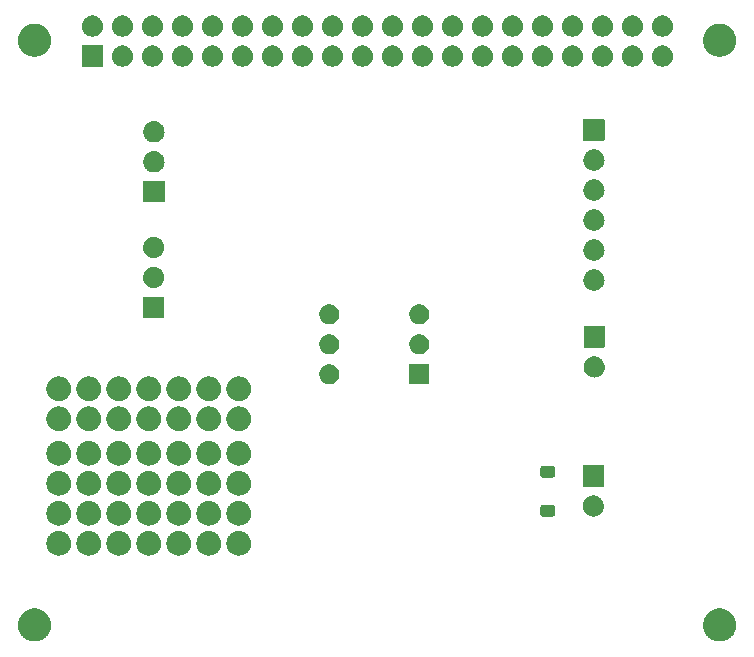
<source format=gbr>
G04 #@! TF.GenerationSoftware,KiCad,Pcbnew,8.0.0*
G04 #@! TF.CreationDate,2024-09-16T09:54:48+02:00*
G04 #@! TF.ProjectId,SVXLink_PiHat_V1,5356584c-696e-46b5-9f50-694861745f56,rev?*
G04 #@! TF.SameCoordinates,Original*
G04 #@! TF.FileFunction,Soldermask,Bot*
G04 #@! TF.FilePolarity,Negative*
%FSLAX46Y46*%
G04 Gerber Fmt 4.6, Leading zero omitted, Abs format (unit mm)*
G04 Created by KiCad (PCBNEW 8.0.0) date 2024-09-16 09:54:48*
%MOMM*%
%LPD*%
G01*
G04 APERTURE LIST*
G04 APERTURE END LIST*
G36*
X80553592Y-107113085D02*
G01*
X80613394Y-107113085D01*
X80666779Y-107121993D01*
X80716809Y-107125931D01*
X80777061Y-107140396D01*
X80841625Y-107151170D01*
X80887412Y-107166889D01*
X80930511Y-107177236D01*
X80993249Y-107203223D01*
X81060475Y-107226302D01*
X81098023Y-107246622D01*
X81133565Y-107261344D01*
X81196560Y-107299947D01*
X81263974Y-107336430D01*
X81293145Y-107359135D01*
X81320957Y-107376178D01*
X81381728Y-107428081D01*
X81446571Y-107478551D01*
X81467725Y-107501530D01*
X81488082Y-107518917D01*
X81543980Y-107584365D01*
X81603286Y-107648788D01*
X81617224Y-107670123D01*
X81630821Y-107686042D01*
X81679138Y-107764888D01*
X81729843Y-107842498D01*
X81737765Y-107860559D01*
X81745655Y-107873434D01*
X81783679Y-107965233D01*
X81822790Y-108054396D01*
X81826215Y-108067924D01*
X81829763Y-108076488D01*
X81854919Y-108181274D01*
X81879592Y-108278703D01*
X81880267Y-108286856D01*
X81881068Y-108290190D01*
X81890988Y-108416235D01*
X81898700Y-108509300D01*
X81890987Y-108602372D01*
X81881068Y-108728409D01*
X81880267Y-108731742D01*
X81879592Y-108739897D01*
X81854915Y-108837343D01*
X81829763Y-108942111D01*
X81826216Y-108950672D01*
X81822790Y-108964204D01*
X81783672Y-109053383D01*
X81745655Y-109145165D01*
X81737767Y-109158036D01*
X81729843Y-109176102D01*
X81679128Y-109253726D01*
X81630821Y-109332557D01*
X81617227Y-109348472D01*
X81603286Y-109369812D01*
X81543968Y-109434247D01*
X81488082Y-109499682D01*
X81467729Y-109517064D01*
X81446571Y-109540049D01*
X81381715Y-109590528D01*
X81320957Y-109642421D01*
X81293151Y-109659460D01*
X81263974Y-109682170D01*
X81196546Y-109718659D01*
X81133565Y-109757255D01*
X81098031Y-109771973D01*
X81060475Y-109792298D01*
X80993235Y-109815381D01*
X80930511Y-109841363D01*
X80887422Y-109851707D01*
X80841625Y-109867430D01*
X80777047Y-109878206D01*
X80716809Y-109892668D01*
X80666790Y-109896604D01*
X80613394Y-109905515D01*
X80553579Y-109905515D01*
X80497700Y-109909913D01*
X80441820Y-109905515D01*
X80382006Y-109905515D01*
X80328610Y-109896604D01*
X80278590Y-109892668D01*
X80218348Y-109878205D01*
X80153775Y-109867430D01*
X80107980Y-109851708D01*
X80064888Y-109841363D01*
X80002158Y-109815379D01*
X79934925Y-109792298D01*
X79897372Y-109771975D01*
X79861834Y-109757255D01*
X79798845Y-109718655D01*
X79731426Y-109682170D01*
X79702252Y-109659463D01*
X79674442Y-109642421D01*
X79613673Y-109590519D01*
X79548829Y-109540049D01*
X79527673Y-109517068D01*
X79507317Y-109499682D01*
X79451417Y-109434232D01*
X79392114Y-109369812D01*
X79378175Y-109348477D01*
X79364578Y-109332557D01*
X79316255Y-109253701D01*
X79265557Y-109176102D01*
X79257635Y-109158042D01*
X79249744Y-109145165D01*
X79211709Y-109053342D01*
X79172610Y-108964204D01*
X79169185Y-108950679D01*
X79165636Y-108942111D01*
X79140465Y-108837267D01*
X79115808Y-108739897D01*
X79115132Y-108731748D01*
X79114331Y-108728409D01*
X79104392Y-108602131D01*
X79096700Y-108509300D01*
X79104391Y-108416476D01*
X79114331Y-108290190D01*
X79115132Y-108286849D01*
X79115808Y-108278703D01*
X79140460Y-108181350D01*
X79165636Y-108076488D01*
X79169185Y-108067918D01*
X79172610Y-108054396D01*
X79211702Y-107965273D01*
X79249744Y-107873434D01*
X79257636Y-107860553D01*
X79265557Y-107842498D01*
X79316245Y-107764913D01*
X79364578Y-107686042D01*
X79378178Y-107670118D01*
X79392114Y-107648788D01*
X79451405Y-107584380D01*
X79507317Y-107518917D01*
X79527678Y-107501526D01*
X79548829Y-107478551D01*
X79613660Y-107428090D01*
X79674442Y-107376178D01*
X79702258Y-107359132D01*
X79731426Y-107336430D01*
X79798831Y-107299952D01*
X79861834Y-107261344D01*
X79897379Y-107246620D01*
X79934925Y-107226302D01*
X80002144Y-107203225D01*
X80064888Y-107177236D01*
X80107989Y-107166888D01*
X80153775Y-107151170D01*
X80218335Y-107140396D01*
X80278590Y-107125931D01*
X80328621Y-107121993D01*
X80382006Y-107113085D01*
X80441808Y-107113085D01*
X80497700Y-107108686D01*
X80553592Y-107113085D01*
G37*
G36*
X138553592Y-107113085D02*
G01*
X138613394Y-107113085D01*
X138666779Y-107121993D01*
X138716809Y-107125931D01*
X138777061Y-107140396D01*
X138841625Y-107151170D01*
X138887412Y-107166889D01*
X138930511Y-107177236D01*
X138993249Y-107203223D01*
X139060475Y-107226302D01*
X139098023Y-107246622D01*
X139133565Y-107261344D01*
X139196560Y-107299947D01*
X139263974Y-107336430D01*
X139293145Y-107359135D01*
X139320957Y-107376178D01*
X139381728Y-107428081D01*
X139446571Y-107478551D01*
X139467725Y-107501530D01*
X139488082Y-107518917D01*
X139543980Y-107584365D01*
X139603286Y-107648788D01*
X139617224Y-107670123D01*
X139630821Y-107686042D01*
X139679138Y-107764888D01*
X139729843Y-107842498D01*
X139737765Y-107860559D01*
X139745655Y-107873434D01*
X139783679Y-107965233D01*
X139822790Y-108054396D01*
X139826215Y-108067924D01*
X139829763Y-108076488D01*
X139854919Y-108181274D01*
X139879592Y-108278703D01*
X139880267Y-108286856D01*
X139881068Y-108290190D01*
X139890988Y-108416235D01*
X139898700Y-108509300D01*
X139890987Y-108602372D01*
X139881068Y-108728409D01*
X139880267Y-108731742D01*
X139879592Y-108739897D01*
X139854915Y-108837343D01*
X139829763Y-108942111D01*
X139826216Y-108950672D01*
X139822790Y-108964204D01*
X139783672Y-109053383D01*
X139745655Y-109145165D01*
X139737767Y-109158036D01*
X139729843Y-109176102D01*
X139679128Y-109253726D01*
X139630821Y-109332557D01*
X139617227Y-109348472D01*
X139603286Y-109369812D01*
X139543968Y-109434247D01*
X139488082Y-109499682D01*
X139467729Y-109517064D01*
X139446571Y-109540049D01*
X139381715Y-109590528D01*
X139320957Y-109642421D01*
X139293151Y-109659460D01*
X139263974Y-109682170D01*
X139196546Y-109718659D01*
X139133565Y-109757255D01*
X139098031Y-109771973D01*
X139060475Y-109792298D01*
X138993235Y-109815381D01*
X138930511Y-109841363D01*
X138887422Y-109851707D01*
X138841625Y-109867430D01*
X138777047Y-109878206D01*
X138716809Y-109892668D01*
X138666790Y-109896604D01*
X138613394Y-109905515D01*
X138553579Y-109905515D01*
X138497700Y-109909913D01*
X138441820Y-109905515D01*
X138382006Y-109905515D01*
X138328610Y-109896604D01*
X138278590Y-109892668D01*
X138218348Y-109878205D01*
X138153775Y-109867430D01*
X138107980Y-109851708D01*
X138064888Y-109841363D01*
X138002158Y-109815379D01*
X137934925Y-109792298D01*
X137897372Y-109771975D01*
X137861834Y-109757255D01*
X137798845Y-109718655D01*
X137731426Y-109682170D01*
X137702252Y-109659463D01*
X137674442Y-109642421D01*
X137613673Y-109590519D01*
X137548829Y-109540049D01*
X137527673Y-109517068D01*
X137507317Y-109499682D01*
X137451417Y-109434232D01*
X137392114Y-109369812D01*
X137378175Y-109348477D01*
X137364578Y-109332557D01*
X137316255Y-109253701D01*
X137265557Y-109176102D01*
X137257635Y-109158042D01*
X137249744Y-109145165D01*
X137211709Y-109053342D01*
X137172610Y-108964204D01*
X137169185Y-108950679D01*
X137165636Y-108942111D01*
X137140465Y-108837267D01*
X137115808Y-108739897D01*
X137115132Y-108731748D01*
X137114331Y-108728409D01*
X137104392Y-108602131D01*
X137096700Y-108509300D01*
X137104391Y-108416476D01*
X137114331Y-108290190D01*
X137115132Y-108286849D01*
X137115808Y-108278703D01*
X137140460Y-108181350D01*
X137165636Y-108076488D01*
X137169185Y-108067918D01*
X137172610Y-108054396D01*
X137211702Y-107965273D01*
X137249744Y-107873434D01*
X137257636Y-107860553D01*
X137265557Y-107842498D01*
X137316245Y-107764913D01*
X137364578Y-107686042D01*
X137378178Y-107670118D01*
X137392114Y-107648788D01*
X137451405Y-107584380D01*
X137507317Y-107518917D01*
X137527678Y-107501526D01*
X137548829Y-107478551D01*
X137613660Y-107428090D01*
X137674442Y-107376178D01*
X137702258Y-107359132D01*
X137731426Y-107336430D01*
X137798831Y-107299952D01*
X137861834Y-107261344D01*
X137897379Y-107246620D01*
X137934925Y-107226302D01*
X138002144Y-107203225D01*
X138064888Y-107177236D01*
X138107989Y-107166888D01*
X138153775Y-107151170D01*
X138218335Y-107140396D01*
X138278590Y-107125931D01*
X138328621Y-107121993D01*
X138382006Y-107113085D01*
X138441808Y-107113085D01*
X138497700Y-107108686D01*
X138553592Y-107113085D01*
G37*
G36*
X82600938Y-100554017D02*
G01*
X82646923Y-100554017D01*
X82698139Y-100563590D01*
X82755040Y-100569195D01*
X82798261Y-100582306D01*
X82837474Y-100589636D01*
X82891785Y-100610676D01*
X82952200Y-100629003D01*
X82986720Y-100647454D01*
X83018232Y-100659662D01*
X83072977Y-100693559D01*
X83133904Y-100726125D01*
X83159506Y-100747136D01*
X83183048Y-100761713D01*
X83235212Y-100809267D01*
X83293169Y-100856831D01*
X83310342Y-100877757D01*
X83326301Y-100892305D01*
X83372629Y-100953653D01*
X83423875Y-101016096D01*
X83433783Y-101034634D01*
X83443122Y-101047000D01*
X83480274Y-101121613D01*
X83520997Y-101197800D01*
X83525340Y-101212117D01*
X83529528Y-101220528D01*
X83554267Y-101307476D01*
X83580805Y-101394960D01*
X83581676Y-101403811D01*
X83582577Y-101406975D01*
X83591938Y-101508002D01*
X83601000Y-101600000D01*
X83591938Y-101692005D01*
X83582577Y-101793024D01*
X83581676Y-101796187D01*
X83580805Y-101805040D01*
X83554262Y-101892538D01*
X83529528Y-101979471D01*
X83525341Y-101987879D01*
X83520997Y-102002200D01*
X83480267Y-102078399D01*
X83443122Y-102152999D01*
X83433785Y-102165362D01*
X83423875Y-102183904D01*
X83372620Y-102246357D01*
X83326301Y-102307694D01*
X83310345Y-102322238D01*
X83293169Y-102343169D01*
X83235201Y-102390741D01*
X83183048Y-102438286D01*
X83159511Y-102452859D01*
X83133904Y-102473875D01*
X83072965Y-102506447D01*
X83018232Y-102540337D01*
X82986726Y-102552542D01*
X82952200Y-102570997D01*
X82891773Y-102589327D01*
X82837474Y-102610363D01*
X82798268Y-102617691D01*
X82755040Y-102630805D01*
X82698136Y-102636409D01*
X82646923Y-102645983D01*
X82600938Y-102645983D01*
X82550000Y-102651000D01*
X82499062Y-102645983D01*
X82453077Y-102645983D01*
X82401863Y-102636409D01*
X82344960Y-102630805D01*
X82301732Y-102617692D01*
X82262525Y-102610363D01*
X82208221Y-102589325D01*
X82147800Y-102570997D01*
X82113275Y-102552543D01*
X82081767Y-102540337D01*
X82027027Y-102506443D01*
X81966096Y-102473875D01*
X81940491Y-102452861D01*
X81916951Y-102438286D01*
X81864788Y-102390733D01*
X81806831Y-102343169D01*
X81789656Y-102322242D01*
X81773698Y-102307694D01*
X81727367Y-102246342D01*
X81676125Y-102183904D01*
X81666216Y-102165366D01*
X81656877Y-102152999D01*
X81619717Y-102078372D01*
X81579003Y-102002200D01*
X81574660Y-101987884D01*
X81570471Y-101979471D01*
X81545721Y-101892485D01*
X81519195Y-101805040D01*
X81518323Y-101796192D01*
X81517422Y-101793024D01*
X81508044Y-101691833D01*
X81499000Y-101600000D01*
X81508044Y-101508173D01*
X81517422Y-101406975D01*
X81518323Y-101403805D01*
X81519195Y-101394960D01*
X81545716Y-101307529D01*
X81570471Y-101220528D01*
X81574661Y-101212112D01*
X81579003Y-101197800D01*
X81619710Y-101121641D01*
X81656877Y-101047000D01*
X81666218Y-101034629D01*
X81676125Y-101016096D01*
X81727357Y-100953668D01*
X81773698Y-100892305D01*
X81789660Y-100877753D01*
X81806831Y-100856831D01*
X81864777Y-100809275D01*
X81916951Y-100761713D01*
X81940496Y-100747134D01*
X81966096Y-100726125D01*
X82027015Y-100693563D01*
X82081767Y-100659662D01*
X82113282Y-100647452D01*
X82147800Y-100629003D01*
X82208209Y-100610677D01*
X82262525Y-100589636D01*
X82301739Y-100582305D01*
X82344960Y-100569195D01*
X82401860Y-100563590D01*
X82453077Y-100554017D01*
X82499062Y-100554017D01*
X82550000Y-100549000D01*
X82600938Y-100554017D01*
G37*
G36*
X85140938Y-100554017D02*
G01*
X85186923Y-100554017D01*
X85238139Y-100563590D01*
X85295040Y-100569195D01*
X85338261Y-100582306D01*
X85377474Y-100589636D01*
X85431785Y-100610676D01*
X85492200Y-100629003D01*
X85526720Y-100647454D01*
X85558232Y-100659662D01*
X85612977Y-100693559D01*
X85673904Y-100726125D01*
X85699506Y-100747136D01*
X85723048Y-100761713D01*
X85775212Y-100809267D01*
X85833169Y-100856831D01*
X85850342Y-100877757D01*
X85866301Y-100892305D01*
X85912629Y-100953653D01*
X85963875Y-101016096D01*
X85973783Y-101034634D01*
X85983122Y-101047000D01*
X86020274Y-101121613D01*
X86060997Y-101197800D01*
X86065340Y-101212117D01*
X86069528Y-101220528D01*
X86094267Y-101307476D01*
X86120805Y-101394960D01*
X86121676Y-101403811D01*
X86122577Y-101406975D01*
X86131938Y-101508002D01*
X86141000Y-101600000D01*
X86131938Y-101692005D01*
X86122577Y-101793024D01*
X86121676Y-101796187D01*
X86120805Y-101805040D01*
X86094262Y-101892538D01*
X86069528Y-101979471D01*
X86065341Y-101987879D01*
X86060997Y-102002200D01*
X86020267Y-102078399D01*
X85983122Y-102152999D01*
X85973785Y-102165362D01*
X85963875Y-102183904D01*
X85912620Y-102246357D01*
X85866301Y-102307694D01*
X85850345Y-102322238D01*
X85833169Y-102343169D01*
X85775201Y-102390741D01*
X85723048Y-102438286D01*
X85699511Y-102452859D01*
X85673904Y-102473875D01*
X85612965Y-102506447D01*
X85558232Y-102540337D01*
X85526726Y-102552542D01*
X85492200Y-102570997D01*
X85431773Y-102589327D01*
X85377474Y-102610363D01*
X85338268Y-102617691D01*
X85295040Y-102630805D01*
X85238136Y-102636409D01*
X85186923Y-102645983D01*
X85140938Y-102645983D01*
X85090000Y-102651000D01*
X85039062Y-102645983D01*
X84993077Y-102645983D01*
X84941863Y-102636409D01*
X84884960Y-102630805D01*
X84841732Y-102617692D01*
X84802525Y-102610363D01*
X84748221Y-102589325D01*
X84687800Y-102570997D01*
X84653275Y-102552543D01*
X84621767Y-102540337D01*
X84567027Y-102506443D01*
X84506096Y-102473875D01*
X84480491Y-102452861D01*
X84456951Y-102438286D01*
X84404788Y-102390733D01*
X84346831Y-102343169D01*
X84329656Y-102322242D01*
X84313698Y-102307694D01*
X84267367Y-102246342D01*
X84216125Y-102183904D01*
X84206216Y-102165366D01*
X84196877Y-102152999D01*
X84159717Y-102078372D01*
X84119003Y-102002200D01*
X84114660Y-101987884D01*
X84110471Y-101979471D01*
X84085721Y-101892485D01*
X84059195Y-101805040D01*
X84058323Y-101796192D01*
X84057422Y-101793024D01*
X84048044Y-101691833D01*
X84039000Y-101600000D01*
X84048044Y-101508173D01*
X84057422Y-101406975D01*
X84058323Y-101403805D01*
X84059195Y-101394960D01*
X84085716Y-101307529D01*
X84110471Y-101220528D01*
X84114661Y-101212112D01*
X84119003Y-101197800D01*
X84159710Y-101121641D01*
X84196877Y-101047000D01*
X84206218Y-101034629D01*
X84216125Y-101016096D01*
X84267357Y-100953668D01*
X84313698Y-100892305D01*
X84329660Y-100877753D01*
X84346831Y-100856831D01*
X84404777Y-100809275D01*
X84456951Y-100761713D01*
X84480496Y-100747134D01*
X84506096Y-100726125D01*
X84567015Y-100693563D01*
X84621767Y-100659662D01*
X84653282Y-100647452D01*
X84687800Y-100629003D01*
X84748209Y-100610677D01*
X84802525Y-100589636D01*
X84841739Y-100582305D01*
X84884960Y-100569195D01*
X84941860Y-100563590D01*
X84993077Y-100554017D01*
X85039062Y-100554017D01*
X85090000Y-100549000D01*
X85140938Y-100554017D01*
G37*
G36*
X87680938Y-100554017D02*
G01*
X87726923Y-100554017D01*
X87778139Y-100563590D01*
X87835040Y-100569195D01*
X87878261Y-100582306D01*
X87917474Y-100589636D01*
X87971785Y-100610676D01*
X88032200Y-100629003D01*
X88066720Y-100647454D01*
X88098232Y-100659662D01*
X88152977Y-100693559D01*
X88213904Y-100726125D01*
X88239506Y-100747136D01*
X88263048Y-100761713D01*
X88315212Y-100809267D01*
X88373169Y-100856831D01*
X88390342Y-100877757D01*
X88406301Y-100892305D01*
X88452629Y-100953653D01*
X88503875Y-101016096D01*
X88513783Y-101034634D01*
X88523122Y-101047000D01*
X88560274Y-101121613D01*
X88600997Y-101197800D01*
X88605340Y-101212117D01*
X88609528Y-101220528D01*
X88634267Y-101307476D01*
X88660805Y-101394960D01*
X88661676Y-101403811D01*
X88662577Y-101406975D01*
X88671938Y-101508002D01*
X88681000Y-101600000D01*
X88671938Y-101692005D01*
X88662577Y-101793024D01*
X88661676Y-101796187D01*
X88660805Y-101805040D01*
X88634262Y-101892538D01*
X88609528Y-101979471D01*
X88605341Y-101987879D01*
X88600997Y-102002200D01*
X88560267Y-102078399D01*
X88523122Y-102152999D01*
X88513785Y-102165362D01*
X88503875Y-102183904D01*
X88452620Y-102246357D01*
X88406301Y-102307694D01*
X88390345Y-102322238D01*
X88373169Y-102343169D01*
X88315201Y-102390741D01*
X88263048Y-102438286D01*
X88239511Y-102452859D01*
X88213904Y-102473875D01*
X88152965Y-102506447D01*
X88098232Y-102540337D01*
X88066726Y-102552542D01*
X88032200Y-102570997D01*
X87971773Y-102589327D01*
X87917474Y-102610363D01*
X87878268Y-102617691D01*
X87835040Y-102630805D01*
X87778136Y-102636409D01*
X87726923Y-102645983D01*
X87680938Y-102645983D01*
X87630000Y-102651000D01*
X87579062Y-102645983D01*
X87533077Y-102645983D01*
X87481863Y-102636409D01*
X87424960Y-102630805D01*
X87381732Y-102617692D01*
X87342525Y-102610363D01*
X87288221Y-102589325D01*
X87227800Y-102570997D01*
X87193275Y-102552543D01*
X87161767Y-102540337D01*
X87107027Y-102506443D01*
X87046096Y-102473875D01*
X87020491Y-102452861D01*
X86996951Y-102438286D01*
X86944788Y-102390733D01*
X86886831Y-102343169D01*
X86869656Y-102322242D01*
X86853698Y-102307694D01*
X86807367Y-102246342D01*
X86756125Y-102183904D01*
X86746216Y-102165366D01*
X86736877Y-102152999D01*
X86699717Y-102078372D01*
X86659003Y-102002200D01*
X86654660Y-101987884D01*
X86650471Y-101979471D01*
X86625721Y-101892485D01*
X86599195Y-101805040D01*
X86598323Y-101796192D01*
X86597422Y-101793024D01*
X86588044Y-101691833D01*
X86579000Y-101600000D01*
X86588044Y-101508173D01*
X86597422Y-101406975D01*
X86598323Y-101403805D01*
X86599195Y-101394960D01*
X86625716Y-101307529D01*
X86650471Y-101220528D01*
X86654661Y-101212112D01*
X86659003Y-101197800D01*
X86699710Y-101121641D01*
X86736877Y-101047000D01*
X86746218Y-101034629D01*
X86756125Y-101016096D01*
X86807357Y-100953668D01*
X86853698Y-100892305D01*
X86869660Y-100877753D01*
X86886831Y-100856831D01*
X86944777Y-100809275D01*
X86996951Y-100761713D01*
X87020496Y-100747134D01*
X87046096Y-100726125D01*
X87107015Y-100693563D01*
X87161767Y-100659662D01*
X87193282Y-100647452D01*
X87227800Y-100629003D01*
X87288209Y-100610677D01*
X87342525Y-100589636D01*
X87381739Y-100582305D01*
X87424960Y-100569195D01*
X87481860Y-100563590D01*
X87533077Y-100554017D01*
X87579062Y-100554017D01*
X87630000Y-100549000D01*
X87680938Y-100554017D01*
G37*
G36*
X90220938Y-100554017D02*
G01*
X90266923Y-100554017D01*
X90318139Y-100563590D01*
X90375040Y-100569195D01*
X90418261Y-100582306D01*
X90457474Y-100589636D01*
X90511785Y-100610676D01*
X90572200Y-100629003D01*
X90606720Y-100647454D01*
X90638232Y-100659662D01*
X90692977Y-100693559D01*
X90753904Y-100726125D01*
X90779506Y-100747136D01*
X90803048Y-100761713D01*
X90855212Y-100809267D01*
X90913169Y-100856831D01*
X90930342Y-100877757D01*
X90946301Y-100892305D01*
X90992629Y-100953653D01*
X91043875Y-101016096D01*
X91053783Y-101034634D01*
X91063122Y-101047000D01*
X91100274Y-101121613D01*
X91140997Y-101197800D01*
X91145340Y-101212117D01*
X91149528Y-101220528D01*
X91174267Y-101307476D01*
X91200805Y-101394960D01*
X91201676Y-101403811D01*
X91202577Y-101406975D01*
X91211938Y-101508002D01*
X91221000Y-101600000D01*
X91211938Y-101692005D01*
X91202577Y-101793024D01*
X91201676Y-101796187D01*
X91200805Y-101805040D01*
X91174262Y-101892538D01*
X91149528Y-101979471D01*
X91145341Y-101987879D01*
X91140997Y-102002200D01*
X91100267Y-102078399D01*
X91063122Y-102152999D01*
X91053785Y-102165362D01*
X91043875Y-102183904D01*
X90992620Y-102246357D01*
X90946301Y-102307694D01*
X90930345Y-102322238D01*
X90913169Y-102343169D01*
X90855201Y-102390741D01*
X90803048Y-102438286D01*
X90779511Y-102452859D01*
X90753904Y-102473875D01*
X90692965Y-102506447D01*
X90638232Y-102540337D01*
X90606726Y-102552542D01*
X90572200Y-102570997D01*
X90511773Y-102589327D01*
X90457474Y-102610363D01*
X90418268Y-102617691D01*
X90375040Y-102630805D01*
X90318136Y-102636409D01*
X90266923Y-102645983D01*
X90220938Y-102645983D01*
X90170000Y-102651000D01*
X90119062Y-102645983D01*
X90073077Y-102645983D01*
X90021863Y-102636409D01*
X89964960Y-102630805D01*
X89921732Y-102617692D01*
X89882525Y-102610363D01*
X89828221Y-102589325D01*
X89767800Y-102570997D01*
X89733275Y-102552543D01*
X89701767Y-102540337D01*
X89647027Y-102506443D01*
X89586096Y-102473875D01*
X89560491Y-102452861D01*
X89536951Y-102438286D01*
X89484788Y-102390733D01*
X89426831Y-102343169D01*
X89409656Y-102322242D01*
X89393698Y-102307694D01*
X89347367Y-102246342D01*
X89296125Y-102183904D01*
X89286216Y-102165366D01*
X89276877Y-102152999D01*
X89239717Y-102078372D01*
X89199003Y-102002200D01*
X89194660Y-101987884D01*
X89190471Y-101979471D01*
X89165721Y-101892485D01*
X89139195Y-101805040D01*
X89138323Y-101796192D01*
X89137422Y-101793024D01*
X89128044Y-101691833D01*
X89119000Y-101600000D01*
X89128044Y-101508173D01*
X89137422Y-101406975D01*
X89138323Y-101403805D01*
X89139195Y-101394960D01*
X89165716Y-101307529D01*
X89190471Y-101220528D01*
X89194661Y-101212112D01*
X89199003Y-101197800D01*
X89239710Y-101121641D01*
X89276877Y-101047000D01*
X89286218Y-101034629D01*
X89296125Y-101016096D01*
X89347357Y-100953668D01*
X89393698Y-100892305D01*
X89409660Y-100877753D01*
X89426831Y-100856831D01*
X89484777Y-100809275D01*
X89536951Y-100761713D01*
X89560496Y-100747134D01*
X89586096Y-100726125D01*
X89647015Y-100693563D01*
X89701767Y-100659662D01*
X89733282Y-100647452D01*
X89767800Y-100629003D01*
X89828209Y-100610677D01*
X89882525Y-100589636D01*
X89921739Y-100582305D01*
X89964960Y-100569195D01*
X90021860Y-100563590D01*
X90073077Y-100554017D01*
X90119062Y-100554017D01*
X90170000Y-100549000D01*
X90220938Y-100554017D01*
G37*
G36*
X92760938Y-100554017D02*
G01*
X92806923Y-100554017D01*
X92858139Y-100563590D01*
X92915040Y-100569195D01*
X92958261Y-100582306D01*
X92997474Y-100589636D01*
X93051785Y-100610676D01*
X93112200Y-100629003D01*
X93146720Y-100647454D01*
X93178232Y-100659662D01*
X93232977Y-100693559D01*
X93293904Y-100726125D01*
X93319506Y-100747136D01*
X93343048Y-100761713D01*
X93395212Y-100809267D01*
X93453169Y-100856831D01*
X93470342Y-100877757D01*
X93486301Y-100892305D01*
X93532629Y-100953653D01*
X93583875Y-101016096D01*
X93593783Y-101034634D01*
X93603122Y-101047000D01*
X93640274Y-101121613D01*
X93680997Y-101197800D01*
X93685340Y-101212117D01*
X93689528Y-101220528D01*
X93714267Y-101307476D01*
X93740805Y-101394960D01*
X93741676Y-101403811D01*
X93742577Y-101406975D01*
X93751938Y-101508002D01*
X93761000Y-101600000D01*
X93751938Y-101692005D01*
X93742577Y-101793024D01*
X93741676Y-101796187D01*
X93740805Y-101805040D01*
X93714262Y-101892538D01*
X93689528Y-101979471D01*
X93685341Y-101987879D01*
X93680997Y-102002200D01*
X93640267Y-102078399D01*
X93603122Y-102152999D01*
X93593785Y-102165362D01*
X93583875Y-102183904D01*
X93532620Y-102246357D01*
X93486301Y-102307694D01*
X93470345Y-102322238D01*
X93453169Y-102343169D01*
X93395201Y-102390741D01*
X93343048Y-102438286D01*
X93319511Y-102452859D01*
X93293904Y-102473875D01*
X93232965Y-102506447D01*
X93178232Y-102540337D01*
X93146726Y-102552542D01*
X93112200Y-102570997D01*
X93051773Y-102589327D01*
X92997474Y-102610363D01*
X92958268Y-102617691D01*
X92915040Y-102630805D01*
X92858136Y-102636409D01*
X92806923Y-102645983D01*
X92760938Y-102645983D01*
X92710000Y-102651000D01*
X92659062Y-102645983D01*
X92613077Y-102645983D01*
X92561863Y-102636409D01*
X92504960Y-102630805D01*
X92461732Y-102617692D01*
X92422525Y-102610363D01*
X92368221Y-102589325D01*
X92307800Y-102570997D01*
X92273275Y-102552543D01*
X92241767Y-102540337D01*
X92187027Y-102506443D01*
X92126096Y-102473875D01*
X92100491Y-102452861D01*
X92076951Y-102438286D01*
X92024788Y-102390733D01*
X91966831Y-102343169D01*
X91949656Y-102322242D01*
X91933698Y-102307694D01*
X91887367Y-102246342D01*
X91836125Y-102183904D01*
X91826216Y-102165366D01*
X91816877Y-102152999D01*
X91779717Y-102078372D01*
X91739003Y-102002200D01*
X91734660Y-101987884D01*
X91730471Y-101979471D01*
X91705721Y-101892485D01*
X91679195Y-101805040D01*
X91678323Y-101796192D01*
X91677422Y-101793024D01*
X91668044Y-101691833D01*
X91659000Y-101600000D01*
X91668044Y-101508173D01*
X91677422Y-101406975D01*
X91678323Y-101403805D01*
X91679195Y-101394960D01*
X91705716Y-101307529D01*
X91730471Y-101220528D01*
X91734661Y-101212112D01*
X91739003Y-101197800D01*
X91779710Y-101121641D01*
X91816877Y-101047000D01*
X91826218Y-101034629D01*
X91836125Y-101016096D01*
X91887357Y-100953668D01*
X91933698Y-100892305D01*
X91949660Y-100877753D01*
X91966831Y-100856831D01*
X92024777Y-100809275D01*
X92076951Y-100761713D01*
X92100496Y-100747134D01*
X92126096Y-100726125D01*
X92187015Y-100693563D01*
X92241767Y-100659662D01*
X92273282Y-100647452D01*
X92307800Y-100629003D01*
X92368209Y-100610677D01*
X92422525Y-100589636D01*
X92461739Y-100582305D01*
X92504960Y-100569195D01*
X92561860Y-100563590D01*
X92613077Y-100554017D01*
X92659062Y-100554017D01*
X92710000Y-100549000D01*
X92760938Y-100554017D01*
G37*
G36*
X95300938Y-100554017D02*
G01*
X95346923Y-100554017D01*
X95398139Y-100563590D01*
X95455040Y-100569195D01*
X95498261Y-100582306D01*
X95537474Y-100589636D01*
X95591785Y-100610676D01*
X95652200Y-100629003D01*
X95686720Y-100647454D01*
X95718232Y-100659662D01*
X95772977Y-100693559D01*
X95833904Y-100726125D01*
X95859506Y-100747136D01*
X95883048Y-100761713D01*
X95935212Y-100809267D01*
X95993169Y-100856831D01*
X96010342Y-100877757D01*
X96026301Y-100892305D01*
X96072629Y-100953653D01*
X96123875Y-101016096D01*
X96133783Y-101034634D01*
X96143122Y-101047000D01*
X96180274Y-101121613D01*
X96220997Y-101197800D01*
X96225340Y-101212117D01*
X96229528Y-101220528D01*
X96254267Y-101307476D01*
X96280805Y-101394960D01*
X96281676Y-101403811D01*
X96282577Y-101406975D01*
X96291938Y-101508002D01*
X96301000Y-101600000D01*
X96291938Y-101692005D01*
X96282577Y-101793024D01*
X96281676Y-101796187D01*
X96280805Y-101805040D01*
X96254262Y-101892538D01*
X96229528Y-101979471D01*
X96225341Y-101987879D01*
X96220997Y-102002200D01*
X96180267Y-102078399D01*
X96143122Y-102152999D01*
X96133785Y-102165362D01*
X96123875Y-102183904D01*
X96072620Y-102246357D01*
X96026301Y-102307694D01*
X96010345Y-102322238D01*
X95993169Y-102343169D01*
X95935201Y-102390741D01*
X95883048Y-102438286D01*
X95859511Y-102452859D01*
X95833904Y-102473875D01*
X95772965Y-102506447D01*
X95718232Y-102540337D01*
X95686726Y-102552542D01*
X95652200Y-102570997D01*
X95591773Y-102589327D01*
X95537474Y-102610363D01*
X95498268Y-102617691D01*
X95455040Y-102630805D01*
X95398136Y-102636409D01*
X95346923Y-102645983D01*
X95300938Y-102645983D01*
X95250000Y-102651000D01*
X95199062Y-102645983D01*
X95153077Y-102645983D01*
X95101863Y-102636409D01*
X95044960Y-102630805D01*
X95001732Y-102617692D01*
X94962525Y-102610363D01*
X94908221Y-102589325D01*
X94847800Y-102570997D01*
X94813275Y-102552543D01*
X94781767Y-102540337D01*
X94727027Y-102506443D01*
X94666096Y-102473875D01*
X94640491Y-102452861D01*
X94616951Y-102438286D01*
X94564788Y-102390733D01*
X94506831Y-102343169D01*
X94489656Y-102322242D01*
X94473698Y-102307694D01*
X94427367Y-102246342D01*
X94376125Y-102183904D01*
X94366216Y-102165366D01*
X94356877Y-102152999D01*
X94319717Y-102078372D01*
X94279003Y-102002200D01*
X94274660Y-101987884D01*
X94270471Y-101979471D01*
X94245721Y-101892485D01*
X94219195Y-101805040D01*
X94218323Y-101796192D01*
X94217422Y-101793024D01*
X94208044Y-101691833D01*
X94199000Y-101600000D01*
X94208044Y-101508173D01*
X94217422Y-101406975D01*
X94218323Y-101403805D01*
X94219195Y-101394960D01*
X94245716Y-101307529D01*
X94270471Y-101220528D01*
X94274661Y-101212112D01*
X94279003Y-101197800D01*
X94319710Y-101121641D01*
X94356877Y-101047000D01*
X94366218Y-101034629D01*
X94376125Y-101016096D01*
X94427357Y-100953668D01*
X94473698Y-100892305D01*
X94489660Y-100877753D01*
X94506831Y-100856831D01*
X94564777Y-100809275D01*
X94616951Y-100761713D01*
X94640496Y-100747134D01*
X94666096Y-100726125D01*
X94727015Y-100693563D01*
X94781767Y-100659662D01*
X94813282Y-100647452D01*
X94847800Y-100629003D01*
X94908209Y-100610677D01*
X94962525Y-100589636D01*
X95001739Y-100582305D01*
X95044960Y-100569195D01*
X95101860Y-100563590D01*
X95153077Y-100554017D01*
X95199062Y-100554017D01*
X95250000Y-100549000D01*
X95300938Y-100554017D01*
G37*
G36*
X97840938Y-100554017D02*
G01*
X97886923Y-100554017D01*
X97938139Y-100563590D01*
X97995040Y-100569195D01*
X98038261Y-100582306D01*
X98077474Y-100589636D01*
X98131785Y-100610676D01*
X98192200Y-100629003D01*
X98226720Y-100647454D01*
X98258232Y-100659662D01*
X98312977Y-100693559D01*
X98373904Y-100726125D01*
X98399506Y-100747136D01*
X98423048Y-100761713D01*
X98475212Y-100809267D01*
X98533169Y-100856831D01*
X98550342Y-100877757D01*
X98566301Y-100892305D01*
X98612629Y-100953653D01*
X98663875Y-101016096D01*
X98673783Y-101034634D01*
X98683122Y-101047000D01*
X98720274Y-101121613D01*
X98760997Y-101197800D01*
X98765340Y-101212117D01*
X98769528Y-101220528D01*
X98794267Y-101307476D01*
X98820805Y-101394960D01*
X98821676Y-101403811D01*
X98822577Y-101406975D01*
X98831938Y-101508002D01*
X98841000Y-101600000D01*
X98831938Y-101692005D01*
X98822577Y-101793024D01*
X98821676Y-101796187D01*
X98820805Y-101805040D01*
X98794262Y-101892538D01*
X98769528Y-101979471D01*
X98765341Y-101987879D01*
X98760997Y-102002200D01*
X98720267Y-102078399D01*
X98683122Y-102152999D01*
X98673785Y-102165362D01*
X98663875Y-102183904D01*
X98612620Y-102246357D01*
X98566301Y-102307694D01*
X98550345Y-102322238D01*
X98533169Y-102343169D01*
X98475201Y-102390741D01*
X98423048Y-102438286D01*
X98399511Y-102452859D01*
X98373904Y-102473875D01*
X98312965Y-102506447D01*
X98258232Y-102540337D01*
X98226726Y-102552542D01*
X98192200Y-102570997D01*
X98131773Y-102589327D01*
X98077474Y-102610363D01*
X98038268Y-102617691D01*
X97995040Y-102630805D01*
X97938136Y-102636409D01*
X97886923Y-102645983D01*
X97840938Y-102645983D01*
X97790000Y-102651000D01*
X97739062Y-102645983D01*
X97693077Y-102645983D01*
X97641863Y-102636409D01*
X97584960Y-102630805D01*
X97541732Y-102617692D01*
X97502525Y-102610363D01*
X97448221Y-102589325D01*
X97387800Y-102570997D01*
X97353275Y-102552543D01*
X97321767Y-102540337D01*
X97267027Y-102506443D01*
X97206096Y-102473875D01*
X97180491Y-102452861D01*
X97156951Y-102438286D01*
X97104788Y-102390733D01*
X97046831Y-102343169D01*
X97029656Y-102322242D01*
X97013698Y-102307694D01*
X96967367Y-102246342D01*
X96916125Y-102183904D01*
X96906216Y-102165366D01*
X96896877Y-102152999D01*
X96859717Y-102078372D01*
X96819003Y-102002200D01*
X96814660Y-101987884D01*
X96810471Y-101979471D01*
X96785721Y-101892485D01*
X96759195Y-101805040D01*
X96758323Y-101796192D01*
X96757422Y-101793024D01*
X96748044Y-101691833D01*
X96739000Y-101600000D01*
X96748044Y-101508173D01*
X96757422Y-101406975D01*
X96758323Y-101403805D01*
X96759195Y-101394960D01*
X96785716Y-101307529D01*
X96810471Y-101220528D01*
X96814661Y-101212112D01*
X96819003Y-101197800D01*
X96859710Y-101121641D01*
X96896877Y-101047000D01*
X96906218Y-101034629D01*
X96916125Y-101016096D01*
X96967357Y-100953668D01*
X97013698Y-100892305D01*
X97029660Y-100877753D01*
X97046831Y-100856831D01*
X97104777Y-100809275D01*
X97156951Y-100761713D01*
X97180496Y-100747134D01*
X97206096Y-100726125D01*
X97267015Y-100693563D01*
X97321767Y-100659662D01*
X97353282Y-100647452D01*
X97387800Y-100629003D01*
X97448209Y-100610677D01*
X97502525Y-100589636D01*
X97541739Y-100582305D01*
X97584960Y-100569195D01*
X97641860Y-100563590D01*
X97693077Y-100554017D01*
X97739062Y-100554017D01*
X97790000Y-100549000D01*
X97840938Y-100554017D01*
G37*
G36*
X82600938Y-98014017D02*
G01*
X82646923Y-98014017D01*
X82698139Y-98023590D01*
X82755040Y-98029195D01*
X82798261Y-98042306D01*
X82837474Y-98049636D01*
X82891785Y-98070676D01*
X82952200Y-98089003D01*
X82986720Y-98107454D01*
X83018232Y-98119662D01*
X83072977Y-98153559D01*
X83133904Y-98186125D01*
X83159506Y-98207136D01*
X83183048Y-98221713D01*
X83235212Y-98269267D01*
X83293169Y-98316831D01*
X83310342Y-98337757D01*
X83326301Y-98352305D01*
X83372629Y-98413653D01*
X83423875Y-98476096D01*
X83433783Y-98494634D01*
X83443122Y-98507000D01*
X83480274Y-98581613D01*
X83520997Y-98657800D01*
X83525340Y-98672117D01*
X83529528Y-98680528D01*
X83554267Y-98767476D01*
X83580805Y-98854960D01*
X83581676Y-98863811D01*
X83582577Y-98866975D01*
X83591938Y-98968002D01*
X83601000Y-99060000D01*
X83591938Y-99152005D01*
X83582577Y-99253024D01*
X83581676Y-99256187D01*
X83580805Y-99265040D01*
X83554262Y-99352538D01*
X83529528Y-99439471D01*
X83525341Y-99447879D01*
X83520997Y-99462200D01*
X83480267Y-99538399D01*
X83443122Y-99612999D01*
X83433785Y-99625362D01*
X83423875Y-99643904D01*
X83372620Y-99706357D01*
X83326301Y-99767694D01*
X83310345Y-99782238D01*
X83293169Y-99803169D01*
X83235201Y-99850741D01*
X83183048Y-99898286D01*
X83159511Y-99912859D01*
X83133904Y-99933875D01*
X83072965Y-99966447D01*
X83018232Y-100000337D01*
X82986726Y-100012542D01*
X82952200Y-100030997D01*
X82891773Y-100049327D01*
X82837474Y-100070363D01*
X82798268Y-100077691D01*
X82755040Y-100090805D01*
X82698136Y-100096409D01*
X82646923Y-100105983D01*
X82600938Y-100105983D01*
X82550000Y-100111000D01*
X82499062Y-100105983D01*
X82453077Y-100105983D01*
X82401863Y-100096409D01*
X82344960Y-100090805D01*
X82301732Y-100077692D01*
X82262525Y-100070363D01*
X82208221Y-100049325D01*
X82147800Y-100030997D01*
X82113275Y-100012543D01*
X82081767Y-100000337D01*
X82027027Y-99966443D01*
X81966096Y-99933875D01*
X81940491Y-99912861D01*
X81916951Y-99898286D01*
X81864788Y-99850733D01*
X81806831Y-99803169D01*
X81789656Y-99782242D01*
X81773698Y-99767694D01*
X81727367Y-99706342D01*
X81676125Y-99643904D01*
X81666216Y-99625366D01*
X81656877Y-99612999D01*
X81619717Y-99538372D01*
X81579003Y-99462200D01*
X81574660Y-99447884D01*
X81570471Y-99439471D01*
X81545721Y-99352485D01*
X81519195Y-99265040D01*
X81518323Y-99256192D01*
X81517422Y-99253024D01*
X81508044Y-99151833D01*
X81499000Y-99060000D01*
X81508044Y-98968173D01*
X81517422Y-98866975D01*
X81518323Y-98863805D01*
X81519195Y-98854960D01*
X81545716Y-98767529D01*
X81570471Y-98680528D01*
X81574661Y-98672112D01*
X81579003Y-98657800D01*
X81619710Y-98581641D01*
X81656877Y-98507000D01*
X81666218Y-98494629D01*
X81676125Y-98476096D01*
X81727357Y-98413668D01*
X81773698Y-98352305D01*
X81789660Y-98337753D01*
X81806831Y-98316831D01*
X81864777Y-98269275D01*
X81916951Y-98221713D01*
X81940496Y-98207134D01*
X81966096Y-98186125D01*
X82027015Y-98153563D01*
X82081767Y-98119662D01*
X82113282Y-98107452D01*
X82147800Y-98089003D01*
X82208209Y-98070677D01*
X82262525Y-98049636D01*
X82301739Y-98042305D01*
X82344960Y-98029195D01*
X82401860Y-98023590D01*
X82453077Y-98014017D01*
X82499062Y-98014017D01*
X82550000Y-98009000D01*
X82600938Y-98014017D01*
G37*
G36*
X85140938Y-98014017D02*
G01*
X85186923Y-98014017D01*
X85238139Y-98023590D01*
X85295040Y-98029195D01*
X85338261Y-98042306D01*
X85377474Y-98049636D01*
X85431785Y-98070676D01*
X85492200Y-98089003D01*
X85526720Y-98107454D01*
X85558232Y-98119662D01*
X85612977Y-98153559D01*
X85673904Y-98186125D01*
X85699506Y-98207136D01*
X85723048Y-98221713D01*
X85775212Y-98269267D01*
X85833169Y-98316831D01*
X85850342Y-98337757D01*
X85866301Y-98352305D01*
X85912629Y-98413653D01*
X85963875Y-98476096D01*
X85973783Y-98494634D01*
X85983122Y-98507000D01*
X86020274Y-98581613D01*
X86060997Y-98657800D01*
X86065340Y-98672117D01*
X86069528Y-98680528D01*
X86094267Y-98767476D01*
X86120805Y-98854960D01*
X86121676Y-98863811D01*
X86122577Y-98866975D01*
X86131938Y-98968002D01*
X86141000Y-99060000D01*
X86131938Y-99152005D01*
X86122577Y-99253024D01*
X86121676Y-99256187D01*
X86120805Y-99265040D01*
X86094262Y-99352538D01*
X86069528Y-99439471D01*
X86065341Y-99447879D01*
X86060997Y-99462200D01*
X86020267Y-99538399D01*
X85983122Y-99612999D01*
X85973785Y-99625362D01*
X85963875Y-99643904D01*
X85912620Y-99706357D01*
X85866301Y-99767694D01*
X85850345Y-99782238D01*
X85833169Y-99803169D01*
X85775201Y-99850741D01*
X85723048Y-99898286D01*
X85699511Y-99912859D01*
X85673904Y-99933875D01*
X85612965Y-99966447D01*
X85558232Y-100000337D01*
X85526726Y-100012542D01*
X85492200Y-100030997D01*
X85431773Y-100049327D01*
X85377474Y-100070363D01*
X85338268Y-100077691D01*
X85295040Y-100090805D01*
X85238136Y-100096409D01*
X85186923Y-100105983D01*
X85140938Y-100105983D01*
X85090000Y-100111000D01*
X85039062Y-100105983D01*
X84993077Y-100105983D01*
X84941863Y-100096409D01*
X84884960Y-100090805D01*
X84841732Y-100077692D01*
X84802525Y-100070363D01*
X84748221Y-100049325D01*
X84687800Y-100030997D01*
X84653275Y-100012543D01*
X84621767Y-100000337D01*
X84567027Y-99966443D01*
X84506096Y-99933875D01*
X84480491Y-99912861D01*
X84456951Y-99898286D01*
X84404788Y-99850733D01*
X84346831Y-99803169D01*
X84329656Y-99782242D01*
X84313698Y-99767694D01*
X84267367Y-99706342D01*
X84216125Y-99643904D01*
X84206216Y-99625366D01*
X84196877Y-99612999D01*
X84159717Y-99538372D01*
X84119003Y-99462200D01*
X84114660Y-99447884D01*
X84110471Y-99439471D01*
X84085721Y-99352485D01*
X84059195Y-99265040D01*
X84058323Y-99256192D01*
X84057422Y-99253024D01*
X84048044Y-99151833D01*
X84039000Y-99060000D01*
X84048044Y-98968173D01*
X84057422Y-98866975D01*
X84058323Y-98863805D01*
X84059195Y-98854960D01*
X84085716Y-98767529D01*
X84110471Y-98680528D01*
X84114661Y-98672112D01*
X84119003Y-98657800D01*
X84159710Y-98581641D01*
X84196877Y-98507000D01*
X84206218Y-98494629D01*
X84216125Y-98476096D01*
X84267357Y-98413668D01*
X84313698Y-98352305D01*
X84329660Y-98337753D01*
X84346831Y-98316831D01*
X84404777Y-98269275D01*
X84456951Y-98221713D01*
X84480496Y-98207134D01*
X84506096Y-98186125D01*
X84567015Y-98153563D01*
X84621767Y-98119662D01*
X84653282Y-98107452D01*
X84687800Y-98089003D01*
X84748209Y-98070677D01*
X84802525Y-98049636D01*
X84841739Y-98042305D01*
X84884960Y-98029195D01*
X84941860Y-98023590D01*
X84993077Y-98014017D01*
X85039062Y-98014017D01*
X85090000Y-98009000D01*
X85140938Y-98014017D01*
G37*
G36*
X87680938Y-98014017D02*
G01*
X87726923Y-98014017D01*
X87778139Y-98023590D01*
X87835040Y-98029195D01*
X87878261Y-98042306D01*
X87917474Y-98049636D01*
X87971785Y-98070676D01*
X88032200Y-98089003D01*
X88066720Y-98107454D01*
X88098232Y-98119662D01*
X88152977Y-98153559D01*
X88213904Y-98186125D01*
X88239506Y-98207136D01*
X88263048Y-98221713D01*
X88315212Y-98269267D01*
X88373169Y-98316831D01*
X88390342Y-98337757D01*
X88406301Y-98352305D01*
X88452629Y-98413653D01*
X88503875Y-98476096D01*
X88513783Y-98494634D01*
X88523122Y-98507000D01*
X88560274Y-98581613D01*
X88600997Y-98657800D01*
X88605340Y-98672117D01*
X88609528Y-98680528D01*
X88634267Y-98767476D01*
X88660805Y-98854960D01*
X88661676Y-98863811D01*
X88662577Y-98866975D01*
X88671938Y-98968002D01*
X88681000Y-99060000D01*
X88671938Y-99152005D01*
X88662577Y-99253024D01*
X88661676Y-99256187D01*
X88660805Y-99265040D01*
X88634262Y-99352538D01*
X88609528Y-99439471D01*
X88605341Y-99447879D01*
X88600997Y-99462200D01*
X88560267Y-99538399D01*
X88523122Y-99612999D01*
X88513785Y-99625362D01*
X88503875Y-99643904D01*
X88452620Y-99706357D01*
X88406301Y-99767694D01*
X88390345Y-99782238D01*
X88373169Y-99803169D01*
X88315201Y-99850741D01*
X88263048Y-99898286D01*
X88239511Y-99912859D01*
X88213904Y-99933875D01*
X88152965Y-99966447D01*
X88098232Y-100000337D01*
X88066726Y-100012542D01*
X88032200Y-100030997D01*
X87971773Y-100049327D01*
X87917474Y-100070363D01*
X87878268Y-100077691D01*
X87835040Y-100090805D01*
X87778136Y-100096409D01*
X87726923Y-100105983D01*
X87680938Y-100105983D01*
X87630000Y-100111000D01*
X87579062Y-100105983D01*
X87533077Y-100105983D01*
X87481863Y-100096409D01*
X87424960Y-100090805D01*
X87381732Y-100077692D01*
X87342525Y-100070363D01*
X87288221Y-100049325D01*
X87227800Y-100030997D01*
X87193275Y-100012543D01*
X87161767Y-100000337D01*
X87107027Y-99966443D01*
X87046096Y-99933875D01*
X87020491Y-99912861D01*
X86996951Y-99898286D01*
X86944788Y-99850733D01*
X86886831Y-99803169D01*
X86869656Y-99782242D01*
X86853698Y-99767694D01*
X86807367Y-99706342D01*
X86756125Y-99643904D01*
X86746216Y-99625366D01*
X86736877Y-99612999D01*
X86699717Y-99538372D01*
X86659003Y-99462200D01*
X86654660Y-99447884D01*
X86650471Y-99439471D01*
X86625721Y-99352485D01*
X86599195Y-99265040D01*
X86598323Y-99256192D01*
X86597422Y-99253024D01*
X86588044Y-99151833D01*
X86579000Y-99060000D01*
X86588044Y-98968173D01*
X86597422Y-98866975D01*
X86598323Y-98863805D01*
X86599195Y-98854960D01*
X86625716Y-98767529D01*
X86650471Y-98680528D01*
X86654661Y-98672112D01*
X86659003Y-98657800D01*
X86699710Y-98581641D01*
X86736877Y-98507000D01*
X86746218Y-98494629D01*
X86756125Y-98476096D01*
X86807357Y-98413668D01*
X86853698Y-98352305D01*
X86869660Y-98337753D01*
X86886831Y-98316831D01*
X86944777Y-98269275D01*
X86996951Y-98221713D01*
X87020496Y-98207134D01*
X87046096Y-98186125D01*
X87107015Y-98153563D01*
X87161767Y-98119662D01*
X87193282Y-98107452D01*
X87227800Y-98089003D01*
X87288209Y-98070677D01*
X87342525Y-98049636D01*
X87381739Y-98042305D01*
X87424960Y-98029195D01*
X87481860Y-98023590D01*
X87533077Y-98014017D01*
X87579062Y-98014017D01*
X87630000Y-98009000D01*
X87680938Y-98014017D01*
G37*
G36*
X90220938Y-98014017D02*
G01*
X90266923Y-98014017D01*
X90318139Y-98023590D01*
X90375040Y-98029195D01*
X90418261Y-98042306D01*
X90457474Y-98049636D01*
X90511785Y-98070676D01*
X90572200Y-98089003D01*
X90606720Y-98107454D01*
X90638232Y-98119662D01*
X90692977Y-98153559D01*
X90753904Y-98186125D01*
X90779506Y-98207136D01*
X90803048Y-98221713D01*
X90855212Y-98269267D01*
X90913169Y-98316831D01*
X90930342Y-98337757D01*
X90946301Y-98352305D01*
X90992629Y-98413653D01*
X91043875Y-98476096D01*
X91053783Y-98494634D01*
X91063122Y-98507000D01*
X91100274Y-98581613D01*
X91140997Y-98657800D01*
X91145340Y-98672117D01*
X91149528Y-98680528D01*
X91174267Y-98767476D01*
X91200805Y-98854960D01*
X91201676Y-98863811D01*
X91202577Y-98866975D01*
X91211938Y-98968002D01*
X91221000Y-99060000D01*
X91211938Y-99152005D01*
X91202577Y-99253024D01*
X91201676Y-99256187D01*
X91200805Y-99265040D01*
X91174262Y-99352538D01*
X91149528Y-99439471D01*
X91145341Y-99447879D01*
X91140997Y-99462200D01*
X91100267Y-99538399D01*
X91063122Y-99612999D01*
X91053785Y-99625362D01*
X91043875Y-99643904D01*
X90992620Y-99706357D01*
X90946301Y-99767694D01*
X90930345Y-99782238D01*
X90913169Y-99803169D01*
X90855201Y-99850741D01*
X90803048Y-99898286D01*
X90779511Y-99912859D01*
X90753904Y-99933875D01*
X90692965Y-99966447D01*
X90638232Y-100000337D01*
X90606726Y-100012542D01*
X90572200Y-100030997D01*
X90511773Y-100049327D01*
X90457474Y-100070363D01*
X90418268Y-100077691D01*
X90375040Y-100090805D01*
X90318136Y-100096409D01*
X90266923Y-100105983D01*
X90220938Y-100105983D01*
X90170000Y-100111000D01*
X90119062Y-100105983D01*
X90073077Y-100105983D01*
X90021863Y-100096409D01*
X89964960Y-100090805D01*
X89921732Y-100077692D01*
X89882525Y-100070363D01*
X89828221Y-100049325D01*
X89767800Y-100030997D01*
X89733275Y-100012543D01*
X89701767Y-100000337D01*
X89647027Y-99966443D01*
X89586096Y-99933875D01*
X89560491Y-99912861D01*
X89536951Y-99898286D01*
X89484788Y-99850733D01*
X89426831Y-99803169D01*
X89409656Y-99782242D01*
X89393698Y-99767694D01*
X89347367Y-99706342D01*
X89296125Y-99643904D01*
X89286216Y-99625366D01*
X89276877Y-99612999D01*
X89239717Y-99538372D01*
X89199003Y-99462200D01*
X89194660Y-99447884D01*
X89190471Y-99439471D01*
X89165721Y-99352485D01*
X89139195Y-99265040D01*
X89138323Y-99256192D01*
X89137422Y-99253024D01*
X89128044Y-99151833D01*
X89119000Y-99060000D01*
X89128044Y-98968173D01*
X89137422Y-98866975D01*
X89138323Y-98863805D01*
X89139195Y-98854960D01*
X89165716Y-98767529D01*
X89190471Y-98680528D01*
X89194661Y-98672112D01*
X89199003Y-98657800D01*
X89239710Y-98581641D01*
X89276877Y-98507000D01*
X89286218Y-98494629D01*
X89296125Y-98476096D01*
X89347357Y-98413668D01*
X89393698Y-98352305D01*
X89409660Y-98337753D01*
X89426831Y-98316831D01*
X89484777Y-98269275D01*
X89536951Y-98221713D01*
X89560496Y-98207134D01*
X89586096Y-98186125D01*
X89647015Y-98153563D01*
X89701767Y-98119662D01*
X89733282Y-98107452D01*
X89767800Y-98089003D01*
X89828209Y-98070677D01*
X89882525Y-98049636D01*
X89921739Y-98042305D01*
X89964960Y-98029195D01*
X90021860Y-98023590D01*
X90073077Y-98014017D01*
X90119062Y-98014017D01*
X90170000Y-98009000D01*
X90220938Y-98014017D01*
G37*
G36*
X92760938Y-98014017D02*
G01*
X92806923Y-98014017D01*
X92858139Y-98023590D01*
X92915040Y-98029195D01*
X92958261Y-98042306D01*
X92997474Y-98049636D01*
X93051785Y-98070676D01*
X93112200Y-98089003D01*
X93146720Y-98107454D01*
X93178232Y-98119662D01*
X93232977Y-98153559D01*
X93293904Y-98186125D01*
X93319506Y-98207136D01*
X93343048Y-98221713D01*
X93395212Y-98269267D01*
X93453169Y-98316831D01*
X93470342Y-98337757D01*
X93486301Y-98352305D01*
X93532629Y-98413653D01*
X93583875Y-98476096D01*
X93593783Y-98494634D01*
X93603122Y-98507000D01*
X93640274Y-98581613D01*
X93680997Y-98657800D01*
X93685340Y-98672117D01*
X93689528Y-98680528D01*
X93714267Y-98767476D01*
X93740805Y-98854960D01*
X93741676Y-98863811D01*
X93742577Y-98866975D01*
X93751938Y-98968002D01*
X93761000Y-99060000D01*
X93751938Y-99152005D01*
X93742577Y-99253024D01*
X93741676Y-99256187D01*
X93740805Y-99265040D01*
X93714262Y-99352538D01*
X93689528Y-99439471D01*
X93685341Y-99447879D01*
X93680997Y-99462200D01*
X93640267Y-99538399D01*
X93603122Y-99612999D01*
X93593785Y-99625362D01*
X93583875Y-99643904D01*
X93532620Y-99706357D01*
X93486301Y-99767694D01*
X93470345Y-99782238D01*
X93453169Y-99803169D01*
X93395201Y-99850741D01*
X93343048Y-99898286D01*
X93319511Y-99912859D01*
X93293904Y-99933875D01*
X93232965Y-99966447D01*
X93178232Y-100000337D01*
X93146726Y-100012542D01*
X93112200Y-100030997D01*
X93051773Y-100049327D01*
X92997474Y-100070363D01*
X92958268Y-100077691D01*
X92915040Y-100090805D01*
X92858136Y-100096409D01*
X92806923Y-100105983D01*
X92760938Y-100105983D01*
X92710000Y-100111000D01*
X92659062Y-100105983D01*
X92613077Y-100105983D01*
X92561863Y-100096409D01*
X92504960Y-100090805D01*
X92461732Y-100077692D01*
X92422525Y-100070363D01*
X92368221Y-100049325D01*
X92307800Y-100030997D01*
X92273275Y-100012543D01*
X92241767Y-100000337D01*
X92187027Y-99966443D01*
X92126096Y-99933875D01*
X92100491Y-99912861D01*
X92076951Y-99898286D01*
X92024788Y-99850733D01*
X91966831Y-99803169D01*
X91949656Y-99782242D01*
X91933698Y-99767694D01*
X91887367Y-99706342D01*
X91836125Y-99643904D01*
X91826216Y-99625366D01*
X91816877Y-99612999D01*
X91779717Y-99538372D01*
X91739003Y-99462200D01*
X91734660Y-99447884D01*
X91730471Y-99439471D01*
X91705721Y-99352485D01*
X91679195Y-99265040D01*
X91678323Y-99256192D01*
X91677422Y-99253024D01*
X91668044Y-99151833D01*
X91659000Y-99060000D01*
X91668044Y-98968173D01*
X91677422Y-98866975D01*
X91678323Y-98863805D01*
X91679195Y-98854960D01*
X91705716Y-98767529D01*
X91730471Y-98680528D01*
X91734661Y-98672112D01*
X91739003Y-98657800D01*
X91779710Y-98581641D01*
X91816877Y-98507000D01*
X91826218Y-98494629D01*
X91836125Y-98476096D01*
X91887357Y-98413668D01*
X91933698Y-98352305D01*
X91949660Y-98337753D01*
X91966831Y-98316831D01*
X92024777Y-98269275D01*
X92076951Y-98221713D01*
X92100496Y-98207134D01*
X92126096Y-98186125D01*
X92187015Y-98153563D01*
X92241767Y-98119662D01*
X92273282Y-98107452D01*
X92307800Y-98089003D01*
X92368209Y-98070677D01*
X92422525Y-98049636D01*
X92461739Y-98042305D01*
X92504960Y-98029195D01*
X92561860Y-98023590D01*
X92613077Y-98014017D01*
X92659062Y-98014017D01*
X92710000Y-98009000D01*
X92760938Y-98014017D01*
G37*
G36*
X95300938Y-98014017D02*
G01*
X95346923Y-98014017D01*
X95398139Y-98023590D01*
X95455040Y-98029195D01*
X95498261Y-98042306D01*
X95537474Y-98049636D01*
X95591785Y-98070676D01*
X95652200Y-98089003D01*
X95686720Y-98107454D01*
X95718232Y-98119662D01*
X95772977Y-98153559D01*
X95833904Y-98186125D01*
X95859506Y-98207136D01*
X95883048Y-98221713D01*
X95935212Y-98269267D01*
X95993169Y-98316831D01*
X96010342Y-98337757D01*
X96026301Y-98352305D01*
X96072629Y-98413653D01*
X96123875Y-98476096D01*
X96133783Y-98494634D01*
X96143122Y-98507000D01*
X96180274Y-98581613D01*
X96220997Y-98657800D01*
X96225340Y-98672117D01*
X96229528Y-98680528D01*
X96254267Y-98767476D01*
X96280805Y-98854960D01*
X96281676Y-98863811D01*
X96282577Y-98866975D01*
X96291938Y-98968002D01*
X96301000Y-99060000D01*
X96291938Y-99152005D01*
X96282577Y-99253024D01*
X96281676Y-99256187D01*
X96280805Y-99265040D01*
X96254262Y-99352538D01*
X96229528Y-99439471D01*
X96225341Y-99447879D01*
X96220997Y-99462200D01*
X96180267Y-99538399D01*
X96143122Y-99612999D01*
X96133785Y-99625362D01*
X96123875Y-99643904D01*
X96072620Y-99706357D01*
X96026301Y-99767694D01*
X96010345Y-99782238D01*
X95993169Y-99803169D01*
X95935201Y-99850741D01*
X95883048Y-99898286D01*
X95859511Y-99912859D01*
X95833904Y-99933875D01*
X95772965Y-99966447D01*
X95718232Y-100000337D01*
X95686726Y-100012542D01*
X95652200Y-100030997D01*
X95591773Y-100049327D01*
X95537474Y-100070363D01*
X95498268Y-100077691D01*
X95455040Y-100090805D01*
X95398136Y-100096409D01*
X95346923Y-100105983D01*
X95300938Y-100105983D01*
X95250000Y-100111000D01*
X95199062Y-100105983D01*
X95153077Y-100105983D01*
X95101863Y-100096409D01*
X95044960Y-100090805D01*
X95001732Y-100077692D01*
X94962525Y-100070363D01*
X94908221Y-100049325D01*
X94847800Y-100030997D01*
X94813275Y-100012543D01*
X94781767Y-100000337D01*
X94727027Y-99966443D01*
X94666096Y-99933875D01*
X94640491Y-99912861D01*
X94616951Y-99898286D01*
X94564788Y-99850733D01*
X94506831Y-99803169D01*
X94489656Y-99782242D01*
X94473698Y-99767694D01*
X94427367Y-99706342D01*
X94376125Y-99643904D01*
X94366216Y-99625366D01*
X94356877Y-99612999D01*
X94319717Y-99538372D01*
X94279003Y-99462200D01*
X94274660Y-99447884D01*
X94270471Y-99439471D01*
X94245721Y-99352485D01*
X94219195Y-99265040D01*
X94218323Y-99256192D01*
X94217422Y-99253024D01*
X94208044Y-99151833D01*
X94199000Y-99060000D01*
X94208044Y-98968173D01*
X94217422Y-98866975D01*
X94218323Y-98863805D01*
X94219195Y-98854960D01*
X94245716Y-98767529D01*
X94270471Y-98680528D01*
X94274661Y-98672112D01*
X94279003Y-98657800D01*
X94319710Y-98581641D01*
X94356877Y-98507000D01*
X94366218Y-98494629D01*
X94376125Y-98476096D01*
X94427357Y-98413668D01*
X94473698Y-98352305D01*
X94489660Y-98337753D01*
X94506831Y-98316831D01*
X94564777Y-98269275D01*
X94616951Y-98221713D01*
X94640496Y-98207134D01*
X94666096Y-98186125D01*
X94727015Y-98153563D01*
X94781767Y-98119662D01*
X94813282Y-98107452D01*
X94847800Y-98089003D01*
X94908209Y-98070677D01*
X94962525Y-98049636D01*
X95001739Y-98042305D01*
X95044960Y-98029195D01*
X95101860Y-98023590D01*
X95153077Y-98014017D01*
X95199062Y-98014017D01*
X95250000Y-98009000D01*
X95300938Y-98014017D01*
G37*
G36*
X97840938Y-98014017D02*
G01*
X97886923Y-98014017D01*
X97938139Y-98023590D01*
X97995040Y-98029195D01*
X98038261Y-98042306D01*
X98077474Y-98049636D01*
X98131785Y-98070676D01*
X98192200Y-98089003D01*
X98226720Y-98107454D01*
X98258232Y-98119662D01*
X98312977Y-98153559D01*
X98373904Y-98186125D01*
X98399506Y-98207136D01*
X98423048Y-98221713D01*
X98475212Y-98269267D01*
X98533169Y-98316831D01*
X98550342Y-98337757D01*
X98566301Y-98352305D01*
X98612629Y-98413653D01*
X98663875Y-98476096D01*
X98673783Y-98494634D01*
X98683122Y-98507000D01*
X98720274Y-98581613D01*
X98760997Y-98657800D01*
X98765340Y-98672117D01*
X98769528Y-98680528D01*
X98794267Y-98767476D01*
X98820805Y-98854960D01*
X98821676Y-98863811D01*
X98822577Y-98866975D01*
X98831938Y-98968002D01*
X98841000Y-99060000D01*
X98831938Y-99152005D01*
X98822577Y-99253024D01*
X98821676Y-99256187D01*
X98820805Y-99265040D01*
X98794262Y-99352538D01*
X98769528Y-99439471D01*
X98765341Y-99447879D01*
X98760997Y-99462200D01*
X98720267Y-99538399D01*
X98683122Y-99612999D01*
X98673785Y-99625362D01*
X98663875Y-99643904D01*
X98612620Y-99706357D01*
X98566301Y-99767694D01*
X98550345Y-99782238D01*
X98533169Y-99803169D01*
X98475201Y-99850741D01*
X98423048Y-99898286D01*
X98399511Y-99912859D01*
X98373904Y-99933875D01*
X98312965Y-99966447D01*
X98258232Y-100000337D01*
X98226726Y-100012542D01*
X98192200Y-100030997D01*
X98131773Y-100049327D01*
X98077474Y-100070363D01*
X98038268Y-100077691D01*
X97995040Y-100090805D01*
X97938136Y-100096409D01*
X97886923Y-100105983D01*
X97840938Y-100105983D01*
X97790000Y-100111000D01*
X97739062Y-100105983D01*
X97693077Y-100105983D01*
X97641863Y-100096409D01*
X97584960Y-100090805D01*
X97541732Y-100077692D01*
X97502525Y-100070363D01*
X97448221Y-100049325D01*
X97387800Y-100030997D01*
X97353275Y-100012543D01*
X97321767Y-100000337D01*
X97267027Y-99966443D01*
X97206096Y-99933875D01*
X97180491Y-99912861D01*
X97156951Y-99898286D01*
X97104788Y-99850733D01*
X97046831Y-99803169D01*
X97029656Y-99782242D01*
X97013698Y-99767694D01*
X96967367Y-99706342D01*
X96916125Y-99643904D01*
X96906216Y-99625366D01*
X96896877Y-99612999D01*
X96859717Y-99538372D01*
X96819003Y-99462200D01*
X96814660Y-99447884D01*
X96810471Y-99439471D01*
X96785721Y-99352485D01*
X96759195Y-99265040D01*
X96758323Y-99256192D01*
X96757422Y-99253024D01*
X96748044Y-99151833D01*
X96739000Y-99060000D01*
X96748044Y-98968173D01*
X96757422Y-98866975D01*
X96758323Y-98863805D01*
X96759195Y-98854960D01*
X96785716Y-98767529D01*
X96810471Y-98680528D01*
X96814661Y-98672112D01*
X96819003Y-98657800D01*
X96859710Y-98581641D01*
X96896877Y-98507000D01*
X96906218Y-98494629D01*
X96916125Y-98476096D01*
X96967357Y-98413668D01*
X97013698Y-98352305D01*
X97029660Y-98337753D01*
X97046831Y-98316831D01*
X97104777Y-98269275D01*
X97156951Y-98221713D01*
X97180496Y-98207134D01*
X97206096Y-98186125D01*
X97267015Y-98153563D01*
X97321767Y-98119662D01*
X97353282Y-98107452D01*
X97387800Y-98089003D01*
X97448209Y-98070677D01*
X97502525Y-98049636D01*
X97541739Y-98042305D01*
X97584960Y-98029195D01*
X97641860Y-98023590D01*
X97693077Y-98014017D01*
X97739062Y-98014017D01*
X97790000Y-98009000D01*
X97840938Y-98014017D01*
G37*
G36*
X124365433Y-98359544D02*
G01*
X124411806Y-98366889D01*
X124417857Y-98369972D01*
X124432621Y-98372909D01*
X124461525Y-98392223D01*
X124488311Y-98405871D01*
X124501118Y-98418678D01*
X124522161Y-98432739D01*
X124536221Y-98453781D01*
X124549028Y-98466588D01*
X124562674Y-98493371D01*
X124581991Y-98522279D01*
X124584927Y-98537044D01*
X124588010Y-98543093D01*
X124595351Y-98589445D01*
X124603000Y-98627900D01*
X124603000Y-99077900D01*
X124595350Y-99116358D01*
X124588010Y-99162706D01*
X124584928Y-99168754D01*
X124581991Y-99183521D01*
X124562672Y-99212432D01*
X124549028Y-99239211D01*
X124536223Y-99252015D01*
X124522161Y-99273061D01*
X124501115Y-99287123D01*
X124488311Y-99299928D01*
X124461532Y-99313572D01*
X124432621Y-99332891D01*
X124417854Y-99335828D01*
X124411806Y-99338910D01*
X124365458Y-99346250D01*
X124327000Y-99353900D01*
X123577000Y-99353900D01*
X123538545Y-99346251D01*
X123492193Y-99338910D01*
X123486144Y-99335827D01*
X123471379Y-99332891D01*
X123442471Y-99313574D01*
X123415688Y-99299928D01*
X123402881Y-99287121D01*
X123381839Y-99273061D01*
X123367778Y-99252018D01*
X123354971Y-99239211D01*
X123341323Y-99212425D01*
X123322009Y-99183521D01*
X123319072Y-99168757D01*
X123315989Y-99162706D01*
X123308644Y-99116333D01*
X123301000Y-99077900D01*
X123301000Y-98627900D01*
X123308644Y-98589470D01*
X123315989Y-98543093D01*
X123319072Y-98537041D01*
X123322009Y-98522279D01*
X123341320Y-98493377D01*
X123354971Y-98466588D01*
X123367780Y-98453778D01*
X123381839Y-98432739D01*
X123402878Y-98418680D01*
X123415688Y-98405871D01*
X123442477Y-98392220D01*
X123471379Y-98372909D01*
X123486141Y-98369972D01*
X123492193Y-98366889D01*
X123538570Y-98359544D01*
X123577000Y-98351900D01*
X124327000Y-98351900D01*
X124365433Y-98359544D01*
G37*
G36*
X127850583Y-97549336D02*
G01*
X127900780Y-97549336D01*
X127944124Y-97558549D01*
X127982259Y-97562305D01*
X128030166Y-97576837D01*
X128085024Y-97588498D01*
X128120130Y-97604128D01*
X128151166Y-97613543D01*
X128200484Y-97639904D01*
X128257100Y-97665111D01*
X128283422Y-97684235D01*
X128306832Y-97696748D01*
X128354588Y-97735940D01*
X128409487Y-97775827D01*
X128427311Y-97795623D01*
X128443275Y-97808724D01*
X128486172Y-97860994D01*
X128535524Y-97915805D01*
X128545892Y-97933763D01*
X128555251Y-97945167D01*
X128589873Y-98009942D01*
X128629704Y-98078930D01*
X128634285Y-98093030D01*
X128638456Y-98100833D01*
X128661452Y-98176642D01*
X128687911Y-98258072D01*
X128688842Y-98266932D01*
X128689694Y-98269740D01*
X128697984Y-98353913D01*
X128707600Y-98445400D01*
X128697983Y-98536894D01*
X128689694Y-98621059D01*
X128688842Y-98623866D01*
X128687911Y-98632728D01*
X128661448Y-98714171D01*
X128638456Y-98789966D01*
X128634286Y-98797766D01*
X128629704Y-98811870D01*
X128589866Y-98880870D01*
X128555251Y-98945632D01*
X128545894Y-98957033D01*
X128535524Y-98974995D01*
X128486163Y-99029815D01*
X128443275Y-99082075D01*
X128427314Y-99095173D01*
X128409487Y-99114973D01*
X128354577Y-99154867D01*
X128306832Y-99194051D01*
X128283427Y-99206561D01*
X128257100Y-99225689D01*
X128200473Y-99250900D01*
X128151166Y-99277256D01*
X128120137Y-99286668D01*
X128085024Y-99302302D01*
X128030155Y-99313964D01*
X127982259Y-99328494D01*
X127944132Y-99332249D01*
X127900780Y-99341464D01*
X127850573Y-99341464D01*
X127806600Y-99345795D01*
X127762627Y-99341464D01*
X127712420Y-99341464D01*
X127669067Y-99332249D01*
X127630940Y-99328494D01*
X127583041Y-99313963D01*
X127528176Y-99302302D01*
X127493064Y-99286669D01*
X127462033Y-99277256D01*
X127412720Y-99250898D01*
X127356100Y-99225689D01*
X127329775Y-99206563D01*
X127306367Y-99194051D01*
X127258613Y-99154860D01*
X127203713Y-99114973D01*
X127185887Y-99095176D01*
X127169924Y-99082075D01*
X127127025Y-99029802D01*
X127077676Y-98974995D01*
X127067308Y-98957037D01*
X127057948Y-98945632D01*
X127023319Y-98880847D01*
X126983496Y-98811870D01*
X126978915Y-98797771D01*
X126974743Y-98789966D01*
X126951736Y-98714125D01*
X126925289Y-98632728D01*
X126924358Y-98623871D01*
X126923505Y-98621059D01*
X126915200Y-98536742D01*
X126905600Y-98445400D01*
X126915199Y-98354064D01*
X126923505Y-98269740D01*
X126924358Y-98266927D01*
X126925289Y-98258072D01*
X126951732Y-98176688D01*
X126974743Y-98100833D01*
X126978915Y-98093026D01*
X126983496Y-98078930D01*
X127023312Y-98009965D01*
X127057948Y-97945167D01*
X127067310Y-97933759D01*
X127077676Y-97915805D01*
X127127016Y-97861007D01*
X127169924Y-97808724D01*
X127185891Y-97795619D01*
X127203713Y-97775827D01*
X127258602Y-97735946D01*
X127306367Y-97696748D01*
X127329780Y-97684233D01*
X127356100Y-97665111D01*
X127412709Y-97639906D01*
X127462033Y-97613543D01*
X127493071Y-97604127D01*
X127528176Y-97588498D01*
X127583030Y-97576838D01*
X127630940Y-97562305D01*
X127669076Y-97558548D01*
X127712420Y-97549336D01*
X127762616Y-97549336D01*
X127806600Y-97545004D01*
X127850583Y-97549336D01*
G37*
G36*
X82600938Y-95474017D02*
G01*
X82646923Y-95474017D01*
X82698139Y-95483590D01*
X82755040Y-95489195D01*
X82798261Y-95502306D01*
X82837474Y-95509636D01*
X82891785Y-95530676D01*
X82952200Y-95549003D01*
X82986720Y-95567454D01*
X83018232Y-95579662D01*
X83072977Y-95613559D01*
X83133904Y-95646125D01*
X83159506Y-95667136D01*
X83183048Y-95681713D01*
X83235212Y-95729267D01*
X83293169Y-95776831D01*
X83310342Y-95797757D01*
X83326301Y-95812305D01*
X83372629Y-95873653D01*
X83423875Y-95936096D01*
X83433783Y-95954634D01*
X83443122Y-95967000D01*
X83480274Y-96041613D01*
X83520997Y-96117800D01*
X83525340Y-96132117D01*
X83529528Y-96140528D01*
X83554267Y-96227476D01*
X83580805Y-96314960D01*
X83581676Y-96323811D01*
X83582577Y-96326975D01*
X83591938Y-96428002D01*
X83601000Y-96520000D01*
X83591938Y-96612005D01*
X83582577Y-96713024D01*
X83581676Y-96716187D01*
X83580805Y-96725040D01*
X83554262Y-96812538D01*
X83529528Y-96899471D01*
X83525341Y-96907879D01*
X83520997Y-96922200D01*
X83480267Y-96998399D01*
X83443122Y-97072999D01*
X83433785Y-97085362D01*
X83423875Y-97103904D01*
X83372620Y-97166357D01*
X83326301Y-97227694D01*
X83310345Y-97242238D01*
X83293169Y-97263169D01*
X83235201Y-97310741D01*
X83183048Y-97358286D01*
X83159511Y-97372859D01*
X83133904Y-97393875D01*
X83072965Y-97426447D01*
X83018232Y-97460337D01*
X82986726Y-97472542D01*
X82952200Y-97490997D01*
X82891773Y-97509327D01*
X82837474Y-97530363D01*
X82798268Y-97537691D01*
X82755040Y-97550805D01*
X82698136Y-97556409D01*
X82646923Y-97565983D01*
X82600938Y-97565983D01*
X82550000Y-97571000D01*
X82499062Y-97565983D01*
X82453077Y-97565983D01*
X82401863Y-97556409D01*
X82344960Y-97550805D01*
X82301732Y-97537692D01*
X82262525Y-97530363D01*
X82208221Y-97509325D01*
X82147800Y-97490997D01*
X82113275Y-97472543D01*
X82081767Y-97460337D01*
X82027027Y-97426443D01*
X81966096Y-97393875D01*
X81940491Y-97372861D01*
X81916951Y-97358286D01*
X81864788Y-97310733D01*
X81806831Y-97263169D01*
X81789656Y-97242242D01*
X81773698Y-97227694D01*
X81727367Y-97166342D01*
X81676125Y-97103904D01*
X81666216Y-97085366D01*
X81656877Y-97072999D01*
X81619717Y-96998372D01*
X81579003Y-96922200D01*
X81574660Y-96907884D01*
X81570471Y-96899471D01*
X81545721Y-96812485D01*
X81519195Y-96725040D01*
X81518323Y-96716192D01*
X81517422Y-96713024D01*
X81508044Y-96611833D01*
X81499000Y-96520000D01*
X81508044Y-96428173D01*
X81517422Y-96326975D01*
X81518323Y-96323805D01*
X81519195Y-96314960D01*
X81545716Y-96227529D01*
X81570471Y-96140528D01*
X81574661Y-96132112D01*
X81579003Y-96117800D01*
X81619710Y-96041641D01*
X81656877Y-95967000D01*
X81666218Y-95954629D01*
X81676125Y-95936096D01*
X81727357Y-95873668D01*
X81773698Y-95812305D01*
X81789660Y-95797753D01*
X81806831Y-95776831D01*
X81864777Y-95729275D01*
X81916951Y-95681713D01*
X81940496Y-95667134D01*
X81966096Y-95646125D01*
X82027015Y-95613563D01*
X82081767Y-95579662D01*
X82113282Y-95567452D01*
X82147800Y-95549003D01*
X82208209Y-95530677D01*
X82262525Y-95509636D01*
X82301739Y-95502305D01*
X82344960Y-95489195D01*
X82401860Y-95483590D01*
X82453077Y-95474017D01*
X82499062Y-95474017D01*
X82550000Y-95469000D01*
X82600938Y-95474017D01*
G37*
G36*
X85140938Y-95474017D02*
G01*
X85186923Y-95474017D01*
X85238139Y-95483590D01*
X85295040Y-95489195D01*
X85338261Y-95502306D01*
X85377474Y-95509636D01*
X85431785Y-95530676D01*
X85492200Y-95549003D01*
X85526720Y-95567454D01*
X85558232Y-95579662D01*
X85612977Y-95613559D01*
X85673904Y-95646125D01*
X85699506Y-95667136D01*
X85723048Y-95681713D01*
X85775212Y-95729267D01*
X85833169Y-95776831D01*
X85850342Y-95797757D01*
X85866301Y-95812305D01*
X85912629Y-95873653D01*
X85963875Y-95936096D01*
X85973783Y-95954634D01*
X85983122Y-95967000D01*
X86020274Y-96041613D01*
X86060997Y-96117800D01*
X86065340Y-96132117D01*
X86069528Y-96140528D01*
X86094267Y-96227476D01*
X86120805Y-96314960D01*
X86121676Y-96323811D01*
X86122577Y-96326975D01*
X86131938Y-96428002D01*
X86141000Y-96520000D01*
X86131938Y-96612005D01*
X86122577Y-96713024D01*
X86121676Y-96716187D01*
X86120805Y-96725040D01*
X86094262Y-96812538D01*
X86069528Y-96899471D01*
X86065341Y-96907879D01*
X86060997Y-96922200D01*
X86020267Y-96998399D01*
X85983122Y-97072999D01*
X85973785Y-97085362D01*
X85963875Y-97103904D01*
X85912620Y-97166357D01*
X85866301Y-97227694D01*
X85850345Y-97242238D01*
X85833169Y-97263169D01*
X85775201Y-97310741D01*
X85723048Y-97358286D01*
X85699511Y-97372859D01*
X85673904Y-97393875D01*
X85612965Y-97426447D01*
X85558232Y-97460337D01*
X85526726Y-97472542D01*
X85492200Y-97490997D01*
X85431773Y-97509327D01*
X85377474Y-97530363D01*
X85338268Y-97537691D01*
X85295040Y-97550805D01*
X85238136Y-97556409D01*
X85186923Y-97565983D01*
X85140938Y-97565983D01*
X85090000Y-97571000D01*
X85039062Y-97565983D01*
X84993077Y-97565983D01*
X84941863Y-97556409D01*
X84884960Y-97550805D01*
X84841732Y-97537692D01*
X84802525Y-97530363D01*
X84748221Y-97509325D01*
X84687800Y-97490997D01*
X84653275Y-97472543D01*
X84621767Y-97460337D01*
X84567027Y-97426443D01*
X84506096Y-97393875D01*
X84480491Y-97372861D01*
X84456951Y-97358286D01*
X84404788Y-97310733D01*
X84346831Y-97263169D01*
X84329656Y-97242242D01*
X84313698Y-97227694D01*
X84267367Y-97166342D01*
X84216125Y-97103904D01*
X84206216Y-97085366D01*
X84196877Y-97072999D01*
X84159717Y-96998372D01*
X84119003Y-96922200D01*
X84114660Y-96907884D01*
X84110471Y-96899471D01*
X84085721Y-96812485D01*
X84059195Y-96725040D01*
X84058323Y-96716192D01*
X84057422Y-96713024D01*
X84048044Y-96611833D01*
X84039000Y-96520000D01*
X84048044Y-96428173D01*
X84057422Y-96326975D01*
X84058323Y-96323805D01*
X84059195Y-96314960D01*
X84085716Y-96227529D01*
X84110471Y-96140528D01*
X84114661Y-96132112D01*
X84119003Y-96117800D01*
X84159710Y-96041641D01*
X84196877Y-95967000D01*
X84206218Y-95954629D01*
X84216125Y-95936096D01*
X84267357Y-95873668D01*
X84313698Y-95812305D01*
X84329660Y-95797753D01*
X84346831Y-95776831D01*
X84404777Y-95729275D01*
X84456951Y-95681713D01*
X84480496Y-95667134D01*
X84506096Y-95646125D01*
X84567015Y-95613563D01*
X84621767Y-95579662D01*
X84653282Y-95567452D01*
X84687800Y-95549003D01*
X84748209Y-95530677D01*
X84802525Y-95509636D01*
X84841739Y-95502305D01*
X84884960Y-95489195D01*
X84941860Y-95483590D01*
X84993077Y-95474017D01*
X85039062Y-95474017D01*
X85090000Y-95469000D01*
X85140938Y-95474017D01*
G37*
G36*
X87680938Y-95474017D02*
G01*
X87726923Y-95474017D01*
X87778139Y-95483590D01*
X87835040Y-95489195D01*
X87878261Y-95502306D01*
X87917474Y-95509636D01*
X87971785Y-95530676D01*
X88032200Y-95549003D01*
X88066720Y-95567454D01*
X88098232Y-95579662D01*
X88152977Y-95613559D01*
X88213904Y-95646125D01*
X88239506Y-95667136D01*
X88263048Y-95681713D01*
X88315212Y-95729267D01*
X88373169Y-95776831D01*
X88390342Y-95797757D01*
X88406301Y-95812305D01*
X88452629Y-95873653D01*
X88503875Y-95936096D01*
X88513783Y-95954634D01*
X88523122Y-95967000D01*
X88560274Y-96041613D01*
X88600997Y-96117800D01*
X88605340Y-96132117D01*
X88609528Y-96140528D01*
X88634267Y-96227476D01*
X88660805Y-96314960D01*
X88661676Y-96323811D01*
X88662577Y-96326975D01*
X88671938Y-96428002D01*
X88681000Y-96520000D01*
X88671938Y-96612005D01*
X88662577Y-96713024D01*
X88661676Y-96716187D01*
X88660805Y-96725040D01*
X88634262Y-96812538D01*
X88609528Y-96899471D01*
X88605341Y-96907879D01*
X88600997Y-96922200D01*
X88560267Y-96998399D01*
X88523122Y-97072999D01*
X88513785Y-97085362D01*
X88503875Y-97103904D01*
X88452620Y-97166357D01*
X88406301Y-97227694D01*
X88390345Y-97242238D01*
X88373169Y-97263169D01*
X88315201Y-97310741D01*
X88263048Y-97358286D01*
X88239511Y-97372859D01*
X88213904Y-97393875D01*
X88152965Y-97426447D01*
X88098232Y-97460337D01*
X88066726Y-97472542D01*
X88032200Y-97490997D01*
X87971773Y-97509327D01*
X87917474Y-97530363D01*
X87878268Y-97537691D01*
X87835040Y-97550805D01*
X87778136Y-97556409D01*
X87726923Y-97565983D01*
X87680938Y-97565983D01*
X87630000Y-97571000D01*
X87579062Y-97565983D01*
X87533077Y-97565983D01*
X87481863Y-97556409D01*
X87424960Y-97550805D01*
X87381732Y-97537692D01*
X87342525Y-97530363D01*
X87288221Y-97509325D01*
X87227800Y-97490997D01*
X87193275Y-97472543D01*
X87161767Y-97460337D01*
X87107027Y-97426443D01*
X87046096Y-97393875D01*
X87020491Y-97372861D01*
X86996951Y-97358286D01*
X86944788Y-97310733D01*
X86886831Y-97263169D01*
X86869656Y-97242242D01*
X86853698Y-97227694D01*
X86807367Y-97166342D01*
X86756125Y-97103904D01*
X86746216Y-97085366D01*
X86736877Y-97072999D01*
X86699717Y-96998372D01*
X86659003Y-96922200D01*
X86654660Y-96907884D01*
X86650471Y-96899471D01*
X86625721Y-96812485D01*
X86599195Y-96725040D01*
X86598323Y-96716192D01*
X86597422Y-96713024D01*
X86588044Y-96611833D01*
X86579000Y-96520000D01*
X86588044Y-96428173D01*
X86597422Y-96326975D01*
X86598323Y-96323805D01*
X86599195Y-96314960D01*
X86625716Y-96227529D01*
X86650471Y-96140528D01*
X86654661Y-96132112D01*
X86659003Y-96117800D01*
X86699710Y-96041641D01*
X86736877Y-95967000D01*
X86746218Y-95954629D01*
X86756125Y-95936096D01*
X86807357Y-95873668D01*
X86853698Y-95812305D01*
X86869660Y-95797753D01*
X86886831Y-95776831D01*
X86944777Y-95729275D01*
X86996951Y-95681713D01*
X87020496Y-95667134D01*
X87046096Y-95646125D01*
X87107015Y-95613563D01*
X87161767Y-95579662D01*
X87193282Y-95567452D01*
X87227800Y-95549003D01*
X87288209Y-95530677D01*
X87342525Y-95509636D01*
X87381739Y-95502305D01*
X87424960Y-95489195D01*
X87481860Y-95483590D01*
X87533077Y-95474017D01*
X87579062Y-95474017D01*
X87630000Y-95469000D01*
X87680938Y-95474017D01*
G37*
G36*
X90220938Y-95474017D02*
G01*
X90266923Y-95474017D01*
X90318139Y-95483590D01*
X90375040Y-95489195D01*
X90418261Y-95502306D01*
X90457474Y-95509636D01*
X90511785Y-95530676D01*
X90572200Y-95549003D01*
X90606720Y-95567454D01*
X90638232Y-95579662D01*
X90692977Y-95613559D01*
X90753904Y-95646125D01*
X90779506Y-95667136D01*
X90803048Y-95681713D01*
X90855212Y-95729267D01*
X90913169Y-95776831D01*
X90930342Y-95797757D01*
X90946301Y-95812305D01*
X90992629Y-95873653D01*
X91043875Y-95936096D01*
X91053783Y-95954634D01*
X91063122Y-95967000D01*
X91100274Y-96041613D01*
X91140997Y-96117800D01*
X91145340Y-96132117D01*
X91149528Y-96140528D01*
X91174267Y-96227476D01*
X91200805Y-96314960D01*
X91201676Y-96323811D01*
X91202577Y-96326975D01*
X91211938Y-96428002D01*
X91221000Y-96520000D01*
X91211938Y-96612005D01*
X91202577Y-96713024D01*
X91201676Y-96716187D01*
X91200805Y-96725040D01*
X91174262Y-96812538D01*
X91149528Y-96899471D01*
X91145341Y-96907879D01*
X91140997Y-96922200D01*
X91100267Y-96998399D01*
X91063122Y-97072999D01*
X91053785Y-97085362D01*
X91043875Y-97103904D01*
X90992620Y-97166357D01*
X90946301Y-97227694D01*
X90930345Y-97242238D01*
X90913169Y-97263169D01*
X90855201Y-97310741D01*
X90803048Y-97358286D01*
X90779511Y-97372859D01*
X90753904Y-97393875D01*
X90692965Y-97426447D01*
X90638232Y-97460337D01*
X90606726Y-97472542D01*
X90572200Y-97490997D01*
X90511773Y-97509327D01*
X90457474Y-97530363D01*
X90418268Y-97537691D01*
X90375040Y-97550805D01*
X90318136Y-97556409D01*
X90266923Y-97565983D01*
X90220938Y-97565983D01*
X90170000Y-97571000D01*
X90119062Y-97565983D01*
X90073077Y-97565983D01*
X90021863Y-97556409D01*
X89964960Y-97550805D01*
X89921732Y-97537692D01*
X89882525Y-97530363D01*
X89828221Y-97509325D01*
X89767800Y-97490997D01*
X89733275Y-97472543D01*
X89701767Y-97460337D01*
X89647027Y-97426443D01*
X89586096Y-97393875D01*
X89560491Y-97372861D01*
X89536951Y-97358286D01*
X89484788Y-97310733D01*
X89426831Y-97263169D01*
X89409656Y-97242242D01*
X89393698Y-97227694D01*
X89347367Y-97166342D01*
X89296125Y-97103904D01*
X89286216Y-97085366D01*
X89276877Y-97072999D01*
X89239717Y-96998372D01*
X89199003Y-96922200D01*
X89194660Y-96907884D01*
X89190471Y-96899471D01*
X89165721Y-96812485D01*
X89139195Y-96725040D01*
X89138323Y-96716192D01*
X89137422Y-96713024D01*
X89128044Y-96611833D01*
X89119000Y-96520000D01*
X89128044Y-96428173D01*
X89137422Y-96326975D01*
X89138323Y-96323805D01*
X89139195Y-96314960D01*
X89165716Y-96227529D01*
X89190471Y-96140528D01*
X89194661Y-96132112D01*
X89199003Y-96117800D01*
X89239710Y-96041641D01*
X89276877Y-95967000D01*
X89286218Y-95954629D01*
X89296125Y-95936096D01*
X89347357Y-95873668D01*
X89393698Y-95812305D01*
X89409660Y-95797753D01*
X89426831Y-95776831D01*
X89484777Y-95729275D01*
X89536951Y-95681713D01*
X89560496Y-95667134D01*
X89586096Y-95646125D01*
X89647015Y-95613563D01*
X89701767Y-95579662D01*
X89733282Y-95567452D01*
X89767800Y-95549003D01*
X89828209Y-95530677D01*
X89882525Y-95509636D01*
X89921739Y-95502305D01*
X89964960Y-95489195D01*
X90021860Y-95483590D01*
X90073077Y-95474017D01*
X90119062Y-95474017D01*
X90170000Y-95469000D01*
X90220938Y-95474017D01*
G37*
G36*
X92760938Y-95474017D02*
G01*
X92806923Y-95474017D01*
X92858139Y-95483590D01*
X92915040Y-95489195D01*
X92958261Y-95502306D01*
X92997474Y-95509636D01*
X93051785Y-95530676D01*
X93112200Y-95549003D01*
X93146720Y-95567454D01*
X93178232Y-95579662D01*
X93232977Y-95613559D01*
X93293904Y-95646125D01*
X93319506Y-95667136D01*
X93343048Y-95681713D01*
X93395212Y-95729267D01*
X93453169Y-95776831D01*
X93470342Y-95797757D01*
X93486301Y-95812305D01*
X93532629Y-95873653D01*
X93583875Y-95936096D01*
X93593783Y-95954634D01*
X93603122Y-95967000D01*
X93640274Y-96041613D01*
X93680997Y-96117800D01*
X93685340Y-96132117D01*
X93689528Y-96140528D01*
X93714267Y-96227476D01*
X93740805Y-96314960D01*
X93741676Y-96323811D01*
X93742577Y-96326975D01*
X93751938Y-96428002D01*
X93761000Y-96520000D01*
X93751938Y-96612005D01*
X93742577Y-96713024D01*
X93741676Y-96716187D01*
X93740805Y-96725040D01*
X93714262Y-96812538D01*
X93689528Y-96899471D01*
X93685341Y-96907879D01*
X93680997Y-96922200D01*
X93640267Y-96998399D01*
X93603122Y-97072999D01*
X93593785Y-97085362D01*
X93583875Y-97103904D01*
X93532620Y-97166357D01*
X93486301Y-97227694D01*
X93470345Y-97242238D01*
X93453169Y-97263169D01*
X93395201Y-97310741D01*
X93343048Y-97358286D01*
X93319511Y-97372859D01*
X93293904Y-97393875D01*
X93232965Y-97426447D01*
X93178232Y-97460337D01*
X93146726Y-97472542D01*
X93112200Y-97490997D01*
X93051773Y-97509327D01*
X92997474Y-97530363D01*
X92958268Y-97537691D01*
X92915040Y-97550805D01*
X92858136Y-97556409D01*
X92806923Y-97565983D01*
X92760938Y-97565983D01*
X92710000Y-97571000D01*
X92659062Y-97565983D01*
X92613077Y-97565983D01*
X92561863Y-97556409D01*
X92504960Y-97550805D01*
X92461732Y-97537692D01*
X92422525Y-97530363D01*
X92368221Y-97509325D01*
X92307800Y-97490997D01*
X92273275Y-97472543D01*
X92241767Y-97460337D01*
X92187027Y-97426443D01*
X92126096Y-97393875D01*
X92100491Y-97372861D01*
X92076951Y-97358286D01*
X92024788Y-97310733D01*
X91966831Y-97263169D01*
X91949656Y-97242242D01*
X91933698Y-97227694D01*
X91887367Y-97166342D01*
X91836125Y-97103904D01*
X91826216Y-97085366D01*
X91816877Y-97072999D01*
X91779717Y-96998372D01*
X91739003Y-96922200D01*
X91734660Y-96907884D01*
X91730471Y-96899471D01*
X91705721Y-96812485D01*
X91679195Y-96725040D01*
X91678323Y-96716192D01*
X91677422Y-96713024D01*
X91668044Y-96611833D01*
X91659000Y-96520000D01*
X91668044Y-96428173D01*
X91677422Y-96326975D01*
X91678323Y-96323805D01*
X91679195Y-96314960D01*
X91705716Y-96227529D01*
X91730471Y-96140528D01*
X91734661Y-96132112D01*
X91739003Y-96117800D01*
X91779710Y-96041641D01*
X91816877Y-95967000D01*
X91826218Y-95954629D01*
X91836125Y-95936096D01*
X91887357Y-95873668D01*
X91933698Y-95812305D01*
X91949660Y-95797753D01*
X91966831Y-95776831D01*
X92024777Y-95729275D01*
X92076951Y-95681713D01*
X92100496Y-95667134D01*
X92126096Y-95646125D01*
X92187015Y-95613563D01*
X92241767Y-95579662D01*
X92273282Y-95567452D01*
X92307800Y-95549003D01*
X92368209Y-95530677D01*
X92422525Y-95509636D01*
X92461739Y-95502305D01*
X92504960Y-95489195D01*
X92561860Y-95483590D01*
X92613077Y-95474017D01*
X92659062Y-95474017D01*
X92710000Y-95469000D01*
X92760938Y-95474017D01*
G37*
G36*
X95300938Y-95474017D02*
G01*
X95346923Y-95474017D01*
X95398139Y-95483590D01*
X95455040Y-95489195D01*
X95498261Y-95502306D01*
X95537474Y-95509636D01*
X95591785Y-95530676D01*
X95652200Y-95549003D01*
X95686720Y-95567454D01*
X95718232Y-95579662D01*
X95772977Y-95613559D01*
X95833904Y-95646125D01*
X95859506Y-95667136D01*
X95883048Y-95681713D01*
X95935212Y-95729267D01*
X95993169Y-95776831D01*
X96010342Y-95797757D01*
X96026301Y-95812305D01*
X96072629Y-95873653D01*
X96123875Y-95936096D01*
X96133783Y-95954634D01*
X96143122Y-95967000D01*
X96180274Y-96041613D01*
X96220997Y-96117800D01*
X96225340Y-96132117D01*
X96229528Y-96140528D01*
X96254267Y-96227476D01*
X96280805Y-96314960D01*
X96281676Y-96323811D01*
X96282577Y-96326975D01*
X96291938Y-96428002D01*
X96301000Y-96520000D01*
X96291938Y-96612005D01*
X96282577Y-96713024D01*
X96281676Y-96716187D01*
X96280805Y-96725040D01*
X96254262Y-96812538D01*
X96229528Y-96899471D01*
X96225341Y-96907879D01*
X96220997Y-96922200D01*
X96180267Y-96998399D01*
X96143122Y-97072999D01*
X96133785Y-97085362D01*
X96123875Y-97103904D01*
X96072620Y-97166357D01*
X96026301Y-97227694D01*
X96010345Y-97242238D01*
X95993169Y-97263169D01*
X95935201Y-97310741D01*
X95883048Y-97358286D01*
X95859511Y-97372859D01*
X95833904Y-97393875D01*
X95772965Y-97426447D01*
X95718232Y-97460337D01*
X95686726Y-97472542D01*
X95652200Y-97490997D01*
X95591773Y-97509327D01*
X95537474Y-97530363D01*
X95498268Y-97537691D01*
X95455040Y-97550805D01*
X95398136Y-97556409D01*
X95346923Y-97565983D01*
X95300938Y-97565983D01*
X95250000Y-97571000D01*
X95199062Y-97565983D01*
X95153077Y-97565983D01*
X95101863Y-97556409D01*
X95044960Y-97550805D01*
X95001732Y-97537692D01*
X94962525Y-97530363D01*
X94908221Y-97509325D01*
X94847800Y-97490997D01*
X94813275Y-97472543D01*
X94781767Y-97460337D01*
X94727027Y-97426443D01*
X94666096Y-97393875D01*
X94640491Y-97372861D01*
X94616951Y-97358286D01*
X94564788Y-97310733D01*
X94506831Y-97263169D01*
X94489656Y-97242242D01*
X94473698Y-97227694D01*
X94427367Y-97166342D01*
X94376125Y-97103904D01*
X94366216Y-97085366D01*
X94356877Y-97072999D01*
X94319717Y-96998372D01*
X94279003Y-96922200D01*
X94274660Y-96907884D01*
X94270471Y-96899471D01*
X94245721Y-96812485D01*
X94219195Y-96725040D01*
X94218323Y-96716192D01*
X94217422Y-96713024D01*
X94208044Y-96611833D01*
X94199000Y-96520000D01*
X94208044Y-96428173D01*
X94217422Y-96326975D01*
X94218323Y-96323805D01*
X94219195Y-96314960D01*
X94245716Y-96227529D01*
X94270471Y-96140528D01*
X94274661Y-96132112D01*
X94279003Y-96117800D01*
X94319710Y-96041641D01*
X94356877Y-95967000D01*
X94366218Y-95954629D01*
X94376125Y-95936096D01*
X94427357Y-95873668D01*
X94473698Y-95812305D01*
X94489660Y-95797753D01*
X94506831Y-95776831D01*
X94564777Y-95729275D01*
X94616951Y-95681713D01*
X94640496Y-95667134D01*
X94666096Y-95646125D01*
X94727015Y-95613563D01*
X94781767Y-95579662D01*
X94813282Y-95567452D01*
X94847800Y-95549003D01*
X94908209Y-95530677D01*
X94962525Y-95509636D01*
X95001739Y-95502305D01*
X95044960Y-95489195D01*
X95101860Y-95483590D01*
X95153077Y-95474017D01*
X95199062Y-95474017D01*
X95250000Y-95469000D01*
X95300938Y-95474017D01*
G37*
G36*
X97840938Y-95474017D02*
G01*
X97886923Y-95474017D01*
X97938139Y-95483590D01*
X97995040Y-95489195D01*
X98038261Y-95502306D01*
X98077474Y-95509636D01*
X98131785Y-95530676D01*
X98192200Y-95549003D01*
X98226720Y-95567454D01*
X98258232Y-95579662D01*
X98312977Y-95613559D01*
X98373904Y-95646125D01*
X98399506Y-95667136D01*
X98423048Y-95681713D01*
X98475212Y-95729267D01*
X98533169Y-95776831D01*
X98550342Y-95797757D01*
X98566301Y-95812305D01*
X98612629Y-95873653D01*
X98663875Y-95936096D01*
X98673783Y-95954634D01*
X98683122Y-95967000D01*
X98720274Y-96041613D01*
X98760997Y-96117800D01*
X98765340Y-96132117D01*
X98769528Y-96140528D01*
X98794267Y-96227476D01*
X98820805Y-96314960D01*
X98821676Y-96323811D01*
X98822577Y-96326975D01*
X98831938Y-96428002D01*
X98841000Y-96520000D01*
X98831938Y-96612005D01*
X98822577Y-96713024D01*
X98821676Y-96716187D01*
X98820805Y-96725040D01*
X98794262Y-96812538D01*
X98769528Y-96899471D01*
X98765341Y-96907879D01*
X98760997Y-96922200D01*
X98720267Y-96998399D01*
X98683122Y-97072999D01*
X98673785Y-97085362D01*
X98663875Y-97103904D01*
X98612620Y-97166357D01*
X98566301Y-97227694D01*
X98550345Y-97242238D01*
X98533169Y-97263169D01*
X98475201Y-97310741D01*
X98423048Y-97358286D01*
X98399511Y-97372859D01*
X98373904Y-97393875D01*
X98312965Y-97426447D01*
X98258232Y-97460337D01*
X98226726Y-97472542D01*
X98192200Y-97490997D01*
X98131773Y-97509327D01*
X98077474Y-97530363D01*
X98038268Y-97537691D01*
X97995040Y-97550805D01*
X97938136Y-97556409D01*
X97886923Y-97565983D01*
X97840938Y-97565983D01*
X97790000Y-97571000D01*
X97739062Y-97565983D01*
X97693077Y-97565983D01*
X97641863Y-97556409D01*
X97584960Y-97550805D01*
X97541732Y-97537692D01*
X97502525Y-97530363D01*
X97448221Y-97509325D01*
X97387800Y-97490997D01*
X97353275Y-97472543D01*
X97321767Y-97460337D01*
X97267027Y-97426443D01*
X97206096Y-97393875D01*
X97180491Y-97372861D01*
X97156951Y-97358286D01*
X97104788Y-97310733D01*
X97046831Y-97263169D01*
X97029656Y-97242242D01*
X97013698Y-97227694D01*
X96967367Y-97166342D01*
X96916125Y-97103904D01*
X96906216Y-97085366D01*
X96896877Y-97072999D01*
X96859717Y-96998372D01*
X96819003Y-96922200D01*
X96814660Y-96907884D01*
X96810471Y-96899471D01*
X96785721Y-96812485D01*
X96759195Y-96725040D01*
X96758323Y-96716192D01*
X96757422Y-96713024D01*
X96748044Y-96611833D01*
X96739000Y-96520000D01*
X96748044Y-96428173D01*
X96757422Y-96326975D01*
X96758323Y-96323805D01*
X96759195Y-96314960D01*
X96785716Y-96227529D01*
X96810471Y-96140528D01*
X96814661Y-96132112D01*
X96819003Y-96117800D01*
X96859710Y-96041641D01*
X96896877Y-95967000D01*
X96906218Y-95954629D01*
X96916125Y-95936096D01*
X96967357Y-95873668D01*
X97013698Y-95812305D01*
X97029660Y-95797753D01*
X97046831Y-95776831D01*
X97104777Y-95729275D01*
X97156951Y-95681713D01*
X97180496Y-95667134D01*
X97206096Y-95646125D01*
X97267015Y-95613563D01*
X97321767Y-95579662D01*
X97353282Y-95567452D01*
X97387800Y-95549003D01*
X97448209Y-95530677D01*
X97502525Y-95509636D01*
X97541739Y-95502305D01*
X97584960Y-95489195D01*
X97641860Y-95483590D01*
X97693077Y-95474017D01*
X97739062Y-95474017D01*
X97790000Y-95469000D01*
X97840938Y-95474017D01*
G37*
G36*
X128676117Y-95008282D02*
G01*
X128692662Y-95019338D01*
X128703718Y-95035883D01*
X128707600Y-95055400D01*
X128707600Y-96755400D01*
X128703718Y-96774917D01*
X128692662Y-96791462D01*
X128676117Y-96802518D01*
X128656600Y-96806400D01*
X126956600Y-96806400D01*
X126937083Y-96802518D01*
X126920538Y-96791462D01*
X126909482Y-96774917D01*
X126905600Y-96755400D01*
X126905600Y-95055400D01*
X126909482Y-95035883D01*
X126920538Y-95019338D01*
X126937083Y-95008282D01*
X126956600Y-95004400D01*
X128656600Y-95004400D01*
X128676117Y-95008282D01*
G37*
G36*
X124365433Y-95059544D02*
G01*
X124411806Y-95066889D01*
X124417857Y-95069972D01*
X124432621Y-95072909D01*
X124461525Y-95092223D01*
X124488311Y-95105871D01*
X124501118Y-95118678D01*
X124522161Y-95132739D01*
X124536221Y-95153781D01*
X124549028Y-95166588D01*
X124562674Y-95193371D01*
X124581991Y-95222279D01*
X124584927Y-95237044D01*
X124588010Y-95243093D01*
X124595351Y-95289445D01*
X124603000Y-95327900D01*
X124603000Y-95777900D01*
X124595350Y-95816358D01*
X124588010Y-95862706D01*
X124584928Y-95868754D01*
X124581991Y-95883521D01*
X124562672Y-95912432D01*
X124549028Y-95939211D01*
X124536223Y-95952015D01*
X124522161Y-95973061D01*
X124501115Y-95987123D01*
X124488311Y-95999928D01*
X124461532Y-96013572D01*
X124432621Y-96032891D01*
X124417854Y-96035828D01*
X124411806Y-96038910D01*
X124365458Y-96046250D01*
X124327000Y-96053900D01*
X123577000Y-96053900D01*
X123538545Y-96046251D01*
X123492193Y-96038910D01*
X123486144Y-96035827D01*
X123471379Y-96032891D01*
X123442471Y-96013574D01*
X123415688Y-95999928D01*
X123402881Y-95987121D01*
X123381839Y-95973061D01*
X123367778Y-95952018D01*
X123354971Y-95939211D01*
X123341323Y-95912425D01*
X123322009Y-95883521D01*
X123319072Y-95868757D01*
X123315989Y-95862706D01*
X123308644Y-95816333D01*
X123301000Y-95777900D01*
X123301000Y-95327900D01*
X123308644Y-95289470D01*
X123315989Y-95243093D01*
X123319072Y-95237041D01*
X123322009Y-95222279D01*
X123341320Y-95193377D01*
X123354971Y-95166588D01*
X123367780Y-95153778D01*
X123381839Y-95132739D01*
X123402878Y-95118680D01*
X123415688Y-95105871D01*
X123442477Y-95092220D01*
X123471379Y-95072909D01*
X123486141Y-95069972D01*
X123492193Y-95066889D01*
X123538570Y-95059544D01*
X123577000Y-95051900D01*
X124327000Y-95051900D01*
X124365433Y-95059544D01*
G37*
G36*
X82600938Y-92934017D02*
G01*
X82646923Y-92934017D01*
X82698139Y-92943590D01*
X82755040Y-92949195D01*
X82798261Y-92962306D01*
X82837474Y-92969636D01*
X82891785Y-92990676D01*
X82952200Y-93009003D01*
X82986720Y-93027454D01*
X83018232Y-93039662D01*
X83072977Y-93073559D01*
X83133904Y-93106125D01*
X83159506Y-93127136D01*
X83183048Y-93141713D01*
X83235212Y-93189267D01*
X83293169Y-93236831D01*
X83310342Y-93257757D01*
X83326301Y-93272305D01*
X83372629Y-93333653D01*
X83423875Y-93396096D01*
X83433783Y-93414634D01*
X83443122Y-93427000D01*
X83480274Y-93501613D01*
X83520997Y-93577800D01*
X83525340Y-93592117D01*
X83529528Y-93600528D01*
X83554267Y-93687476D01*
X83580805Y-93774960D01*
X83581676Y-93783811D01*
X83582577Y-93786975D01*
X83591938Y-93888002D01*
X83601000Y-93980000D01*
X83591938Y-94072005D01*
X83582577Y-94173024D01*
X83581676Y-94176187D01*
X83580805Y-94185040D01*
X83554262Y-94272538D01*
X83529528Y-94359471D01*
X83525341Y-94367879D01*
X83520997Y-94382200D01*
X83480267Y-94458399D01*
X83443122Y-94532999D01*
X83433785Y-94545362D01*
X83423875Y-94563904D01*
X83372620Y-94626357D01*
X83326301Y-94687694D01*
X83310345Y-94702238D01*
X83293169Y-94723169D01*
X83235201Y-94770741D01*
X83183048Y-94818286D01*
X83159511Y-94832859D01*
X83133904Y-94853875D01*
X83072965Y-94886447D01*
X83018232Y-94920337D01*
X82986726Y-94932542D01*
X82952200Y-94950997D01*
X82891773Y-94969327D01*
X82837474Y-94990363D01*
X82798268Y-94997691D01*
X82755040Y-95010805D01*
X82698136Y-95016409D01*
X82646923Y-95025983D01*
X82600938Y-95025983D01*
X82550000Y-95031000D01*
X82499062Y-95025983D01*
X82453077Y-95025983D01*
X82401863Y-95016409D01*
X82344960Y-95010805D01*
X82301732Y-94997692D01*
X82262525Y-94990363D01*
X82208221Y-94969325D01*
X82147800Y-94950997D01*
X82113275Y-94932543D01*
X82081767Y-94920337D01*
X82027027Y-94886443D01*
X81966096Y-94853875D01*
X81940491Y-94832861D01*
X81916951Y-94818286D01*
X81864788Y-94770733D01*
X81806831Y-94723169D01*
X81789656Y-94702242D01*
X81773698Y-94687694D01*
X81727367Y-94626342D01*
X81676125Y-94563904D01*
X81666216Y-94545366D01*
X81656877Y-94532999D01*
X81619717Y-94458372D01*
X81579003Y-94382200D01*
X81574660Y-94367884D01*
X81570471Y-94359471D01*
X81545721Y-94272485D01*
X81519195Y-94185040D01*
X81518323Y-94176192D01*
X81517422Y-94173024D01*
X81508044Y-94071833D01*
X81499000Y-93980000D01*
X81508044Y-93888173D01*
X81517422Y-93786975D01*
X81518323Y-93783805D01*
X81519195Y-93774960D01*
X81545716Y-93687529D01*
X81570471Y-93600528D01*
X81574661Y-93592112D01*
X81579003Y-93577800D01*
X81619710Y-93501641D01*
X81656877Y-93427000D01*
X81666218Y-93414629D01*
X81676125Y-93396096D01*
X81727357Y-93333668D01*
X81773698Y-93272305D01*
X81789660Y-93257753D01*
X81806831Y-93236831D01*
X81864777Y-93189275D01*
X81916951Y-93141713D01*
X81940496Y-93127134D01*
X81966096Y-93106125D01*
X82027015Y-93073563D01*
X82081767Y-93039662D01*
X82113282Y-93027452D01*
X82147800Y-93009003D01*
X82208209Y-92990677D01*
X82262525Y-92969636D01*
X82301739Y-92962305D01*
X82344960Y-92949195D01*
X82401860Y-92943590D01*
X82453077Y-92934017D01*
X82499062Y-92934017D01*
X82550000Y-92929000D01*
X82600938Y-92934017D01*
G37*
G36*
X85140938Y-92934017D02*
G01*
X85186923Y-92934017D01*
X85238139Y-92943590D01*
X85295040Y-92949195D01*
X85338261Y-92962306D01*
X85377474Y-92969636D01*
X85431785Y-92990676D01*
X85492200Y-93009003D01*
X85526720Y-93027454D01*
X85558232Y-93039662D01*
X85612977Y-93073559D01*
X85673904Y-93106125D01*
X85699506Y-93127136D01*
X85723048Y-93141713D01*
X85775212Y-93189267D01*
X85833169Y-93236831D01*
X85850342Y-93257757D01*
X85866301Y-93272305D01*
X85912629Y-93333653D01*
X85963875Y-93396096D01*
X85973783Y-93414634D01*
X85983122Y-93427000D01*
X86020274Y-93501613D01*
X86060997Y-93577800D01*
X86065340Y-93592117D01*
X86069528Y-93600528D01*
X86094267Y-93687476D01*
X86120805Y-93774960D01*
X86121676Y-93783811D01*
X86122577Y-93786975D01*
X86131938Y-93888002D01*
X86141000Y-93980000D01*
X86131938Y-94072005D01*
X86122577Y-94173024D01*
X86121676Y-94176187D01*
X86120805Y-94185040D01*
X86094262Y-94272538D01*
X86069528Y-94359471D01*
X86065341Y-94367879D01*
X86060997Y-94382200D01*
X86020267Y-94458399D01*
X85983122Y-94532999D01*
X85973785Y-94545362D01*
X85963875Y-94563904D01*
X85912620Y-94626357D01*
X85866301Y-94687694D01*
X85850345Y-94702238D01*
X85833169Y-94723169D01*
X85775201Y-94770741D01*
X85723048Y-94818286D01*
X85699511Y-94832859D01*
X85673904Y-94853875D01*
X85612965Y-94886447D01*
X85558232Y-94920337D01*
X85526726Y-94932542D01*
X85492200Y-94950997D01*
X85431773Y-94969327D01*
X85377474Y-94990363D01*
X85338268Y-94997691D01*
X85295040Y-95010805D01*
X85238136Y-95016409D01*
X85186923Y-95025983D01*
X85140938Y-95025983D01*
X85090000Y-95031000D01*
X85039062Y-95025983D01*
X84993077Y-95025983D01*
X84941863Y-95016409D01*
X84884960Y-95010805D01*
X84841732Y-94997692D01*
X84802525Y-94990363D01*
X84748221Y-94969325D01*
X84687800Y-94950997D01*
X84653275Y-94932543D01*
X84621767Y-94920337D01*
X84567027Y-94886443D01*
X84506096Y-94853875D01*
X84480491Y-94832861D01*
X84456951Y-94818286D01*
X84404788Y-94770733D01*
X84346831Y-94723169D01*
X84329656Y-94702242D01*
X84313698Y-94687694D01*
X84267367Y-94626342D01*
X84216125Y-94563904D01*
X84206216Y-94545366D01*
X84196877Y-94532999D01*
X84159717Y-94458372D01*
X84119003Y-94382200D01*
X84114660Y-94367884D01*
X84110471Y-94359471D01*
X84085721Y-94272485D01*
X84059195Y-94185040D01*
X84058323Y-94176192D01*
X84057422Y-94173024D01*
X84048044Y-94071833D01*
X84039000Y-93980000D01*
X84048044Y-93888173D01*
X84057422Y-93786975D01*
X84058323Y-93783805D01*
X84059195Y-93774960D01*
X84085716Y-93687529D01*
X84110471Y-93600528D01*
X84114661Y-93592112D01*
X84119003Y-93577800D01*
X84159710Y-93501641D01*
X84196877Y-93427000D01*
X84206218Y-93414629D01*
X84216125Y-93396096D01*
X84267357Y-93333668D01*
X84313698Y-93272305D01*
X84329660Y-93257753D01*
X84346831Y-93236831D01*
X84404777Y-93189275D01*
X84456951Y-93141713D01*
X84480496Y-93127134D01*
X84506096Y-93106125D01*
X84567015Y-93073563D01*
X84621767Y-93039662D01*
X84653282Y-93027452D01*
X84687800Y-93009003D01*
X84748209Y-92990677D01*
X84802525Y-92969636D01*
X84841739Y-92962305D01*
X84884960Y-92949195D01*
X84941860Y-92943590D01*
X84993077Y-92934017D01*
X85039062Y-92934017D01*
X85090000Y-92929000D01*
X85140938Y-92934017D01*
G37*
G36*
X87680938Y-92934017D02*
G01*
X87726923Y-92934017D01*
X87778139Y-92943590D01*
X87835040Y-92949195D01*
X87878261Y-92962306D01*
X87917474Y-92969636D01*
X87971785Y-92990676D01*
X88032200Y-93009003D01*
X88066720Y-93027454D01*
X88098232Y-93039662D01*
X88152977Y-93073559D01*
X88213904Y-93106125D01*
X88239506Y-93127136D01*
X88263048Y-93141713D01*
X88315212Y-93189267D01*
X88373169Y-93236831D01*
X88390342Y-93257757D01*
X88406301Y-93272305D01*
X88452629Y-93333653D01*
X88503875Y-93396096D01*
X88513783Y-93414634D01*
X88523122Y-93427000D01*
X88560274Y-93501613D01*
X88600997Y-93577800D01*
X88605340Y-93592117D01*
X88609528Y-93600528D01*
X88634267Y-93687476D01*
X88660805Y-93774960D01*
X88661676Y-93783811D01*
X88662577Y-93786975D01*
X88671938Y-93888002D01*
X88681000Y-93980000D01*
X88671938Y-94072005D01*
X88662577Y-94173024D01*
X88661676Y-94176187D01*
X88660805Y-94185040D01*
X88634262Y-94272538D01*
X88609528Y-94359471D01*
X88605341Y-94367879D01*
X88600997Y-94382200D01*
X88560267Y-94458399D01*
X88523122Y-94532999D01*
X88513785Y-94545362D01*
X88503875Y-94563904D01*
X88452620Y-94626357D01*
X88406301Y-94687694D01*
X88390345Y-94702238D01*
X88373169Y-94723169D01*
X88315201Y-94770741D01*
X88263048Y-94818286D01*
X88239511Y-94832859D01*
X88213904Y-94853875D01*
X88152965Y-94886447D01*
X88098232Y-94920337D01*
X88066726Y-94932542D01*
X88032200Y-94950997D01*
X87971773Y-94969327D01*
X87917474Y-94990363D01*
X87878268Y-94997691D01*
X87835040Y-95010805D01*
X87778136Y-95016409D01*
X87726923Y-95025983D01*
X87680938Y-95025983D01*
X87630000Y-95031000D01*
X87579062Y-95025983D01*
X87533077Y-95025983D01*
X87481863Y-95016409D01*
X87424960Y-95010805D01*
X87381732Y-94997692D01*
X87342525Y-94990363D01*
X87288221Y-94969325D01*
X87227800Y-94950997D01*
X87193275Y-94932543D01*
X87161767Y-94920337D01*
X87107027Y-94886443D01*
X87046096Y-94853875D01*
X87020491Y-94832861D01*
X86996951Y-94818286D01*
X86944788Y-94770733D01*
X86886831Y-94723169D01*
X86869656Y-94702242D01*
X86853698Y-94687694D01*
X86807367Y-94626342D01*
X86756125Y-94563904D01*
X86746216Y-94545366D01*
X86736877Y-94532999D01*
X86699717Y-94458372D01*
X86659003Y-94382200D01*
X86654660Y-94367884D01*
X86650471Y-94359471D01*
X86625721Y-94272485D01*
X86599195Y-94185040D01*
X86598323Y-94176192D01*
X86597422Y-94173024D01*
X86588044Y-94071833D01*
X86579000Y-93980000D01*
X86588044Y-93888173D01*
X86597422Y-93786975D01*
X86598323Y-93783805D01*
X86599195Y-93774960D01*
X86625716Y-93687529D01*
X86650471Y-93600528D01*
X86654661Y-93592112D01*
X86659003Y-93577800D01*
X86699710Y-93501641D01*
X86736877Y-93427000D01*
X86746218Y-93414629D01*
X86756125Y-93396096D01*
X86807357Y-93333668D01*
X86853698Y-93272305D01*
X86869660Y-93257753D01*
X86886831Y-93236831D01*
X86944777Y-93189275D01*
X86996951Y-93141713D01*
X87020496Y-93127134D01*
X87046096Y-93106125D01*
X87107015Y-93073563D01*
X87161767Y-93039662D01*
X87193282Y-93027452D01*
X87227800Y-93009003D01*
X87288209Y-92990677D01*
X87342525Y-92969636D01*
X87381739Y-92962305D01*
X87424960Y-92949195D01*
X87481860Y-92943590D01*
X87533077Y-92934017D01*
X87579062Y-92934017D01*
X87630000Y-92929000D01*
X87680938Y-92934017D01*
G37*
G36*
X90220938Y-92934017D02*
G01*
X90266923Y-92934017D01*
X90318139Y-92943590D01*
X90375040Y-92949195D01*
X90418261Y-92962306D01*
X90457474Y-92969636D01*
X90511785Y-92990676D01*
X90572200Y-93009003D01*
X90606720Y-93027454D01*
X90638232Y-93039662D01*
X90692977Y-93073559D01*
X90753904Y-93106125D01*
X90779506Y-93127136D01*
X90803048Y-93141713D01*
X90855212Y-93189267D01*
X90913169Y-93236831D01*
X90930342Y-93257757D01*
X90946301Y-93272305D01*
X90992629Y-93333653D01*
X91043875Y-93396096D01*
X91053783Y-93414634D01*
X91063122Y-93427000D01*
X91100274Y-93501613D01*
X91140997Y-93577800D01*
X91145340Y-93592117D01*
X91149528Y-93600528D01*
X91174267Y-93687476D01*
X91200805Y-93774960D01*
X91201676Y-93783811D01*
X91202577Y-93786975D01*
X91211938Y-93888002D01*
X91221000Y-93980000D01*
X91211938Y-94072005D01*
X91202577Y-94173024D01*
X91201676Y-94176187D01*
X91200805Y-94185040D01*
X91174262Y-94272538D01*
X91149528Y-94359471D01*
X91145341Y-94367879D01*
X91140997Y-94382200D01*
X91100267Y-94458399D01*
X91063122Y-94532999D01*
X91053785Y-94545362D01*
X91043875Y-94563904D01*
X90992620Y-94626357D01*
X90946301Y-94687694D01*
X90930345Y-94702238D01*
X90913169Y-94723169D01*
X90855201Y-94770741D01*
X90803048Y-94818286D01*
X90779511Y-94832859D01*
X90753904Y-94853875D01*
X90692965Y-94886447D01*
X90638232Y-94920337D01*
X90606726Y-94932542D01*
X90572200Y-94950997D01*
X90511773Y-94969327D01*
X90457474Y-94990363D01*
X90418268Y-94997691D01*
X90375040Y-95010805D01*
X90318136Y-95016409D01*
X90266923Y-95025983D01*
X90220938Y-95025983D01*
X90170000Y-95031000D01*
X90119062Y-95025983D01*
X90073077Y-95025983D01*
X90021863Y-95016409D01*
X89964960Y-95010805D01*
X89921732Y-94997692D01*
X89882525Y-94990363D01*
X89828221Y-94969325D01*
X89767800Y-94950997D01*
X89733275Y-94932543D01*
X89701767Y-94920337D01*
X89647027Y-94886443D01*
X89586096Y-94853875D01*
X89560491Y-94832861D01*
X89536951Y-94818286D01*
X89484788Y-94770733D01*
X89426831Y-94723169D01*
X89409656Y-94702242D01*
X89393698Y-94687694D01*
X89347367Y-94626342D01*
X89296125Y-94563904D01*
X89286216Y-94545366D01*
X89276877Y-94532999D01*
X89239717Y-94458372D01*
X89199003Y-94382200D01*
X89194660Y-94367884D01*
X89190471Y-94359471D01*
X89165721Y-94272485D01*
X89139195Y-94185040D01*
X89138323Y-94176192D01*
X89137422Y-94173024D01*
X89128044Y-94071833D01*
X89119000Y-93980000D01*
X89128044Y-93888173D01*
X89137422Y-93786975D01*
X89138323Y-93783805D01*
X89139195Y-93774960D01*
X89165716Y-93687529D01*
X89190471Y-93600528D01*
X89194661Y-93592112D01*
X89199003Y-93577800D01*
X89239710Y-93501641D01*
X89276877Y-93427000D01*
X89286218Y-93414629D01*
X89296125Y-93396096D01*
X89347357Y-93333668D01*
X89393698Y-93272305D01*
X89409660Y-93257753D01*
X89426831Y-93236831D01*
X89484777Y-93189275D01*
X89536951Y-93141713D01*
X89560496Y-93127134D01*
X89586096Y-93106125D01*
X89647015Y-93073563D01*
X89701767Y-93039662D01*
X89733282Y-93027452D01*
X89767800Y-93009003D01*
X89828209Y-92990677D01*
X89882525Y-92969636D01*
X89921739Y-92962305D01*
X89964960Y-92949195D01*
X90021860Y-92943590D01*
X90073077Y-92934017D01*
X90119062Y-92934017D01*
X90170000Y-92929000D01*
X90220938Y-92934017D01*
G37*
G36*
X92760938Y-92934017D02*
G01*
X92806923Y-92934017D01*
X92858139Y-92943590D01*
X92915040Y-92949195D01*
X92958261Y-92962306D01*
X92997474Y-92969636D01*
X93051785Y-92990676D01*
X93112200Y-93009003D01*
X93146720Y-93027454D01*
X93178232Y-93039662D01*
X93232977Y-93073559D01*
X93293904Y-93106125D01*
X93319506Y-93127136D01*
X93343048Y-93141713D01*
X93395212Y-93189267D01*
X93453169Y-93236831D01*
X93470342Y-93257757D01*
X93486301Y-93272305D01*
X93532629Y-93333653D01*
X93583875Y-93396096D01*
X93593783Y-93414634D01*
X93603122Y-93427000D01*
X93640274Y-93501613D01*
X93680997Y-93577800D01*
X93685340Y-93592117D01*
X93689528Y-93600528D01*
X93714267Y-93687476D01*
X93740805Y-93774960D01*
X93741676Y-93783811D01*
X93742577Y-93786975D01*
X93751938Y-93888002D01*
X93761000Y-93980000D01*
X93751938Y-94072005D01*
X93742577Y-94173024D01*
X93741676Y-94176187D01*
X93740805Y-94185040D01*
X93714262Y-94272538D01*
X93689528Y-94359471D01*
X93685341Y-94367879D01*
X93680997Y-94382200D01*
X93640267Y-94458399D01*
X93603122Y-94532999D01*
X93593785Y-94545362D01*
X93583875Y-94563904D01*
X93532620Y-94626357D01*
X93486301Y-94687694D01*
X93470345Y-94702238D01*
X93453169Y-94723169D01*
X93395201Y-94770741D01*
X93343048Y-94818286D01*
X93319511Y-94832859D01*
X93293904Y-94853875D01*
X93232965Y-94886447D01*
X93178232Y-94920337D01*
X93146726Y-94932542D01*
X93112200Y-94950997D01*
X93051773Y-94969327D01*
X92997474Y-94990363D01*
X92958268Y-94997691D01*
X92915040Y-95010805D01*
X92858136Y-95016409D01*
X92806923Y-95025983D01*
X92760938Y-95025983D01*
X92710000Y-95031000D01*
X92659062Y-95025983D01*
X92613077Y-95025983D01*
X92561863Y-95016409D01*
X92504960Y-95010805D01*
X92461732Y-94997692D01*
X92422525Y-94990363D01*
X92368221Y-94969325D01*
X92307800Y-94950997D01*
X92273275Y-94932543D01*
X92241767Y-94920337D01*
X92187027Y-94886443D01*
X92126096Y-94853875D01*
X92100491Y-94832861D01*
X92076951Y-94818286D01*
X92024788Y-94770733D01*
X91966831Y-94723169D01*
X91949656Y-94702242D01*
X91933698Y-94687694D01*
X91887367Y-94626342D01*
X91836125Y-94563904D01*
X91826216Y-94545366D01*
X91816877Y-94532999D01*
X91779717Y-94458372D01*
X91739003Y-94382200D01*
X91734660Y-94367884D01*
X91730471Y-94359471D01*
X91705721Y-94272485D01*
X91679195Y-94185040D01*
X91678323Y-94176192D01*
X91677422Y-94173024D01*
X91668044Y-94071833D01*
X91659000Y-93980000D01*
X91668044Y-93888173D01*
X91677422Y-93786975D01*
X91678323Y-93783805D01*
X91679195Y-93774960D01*
X91705716Y-93687529D01*
X91730471Y-93600528D01*
X91734661Y-93592112D01*
X91739003Y-93577800D01*
X91779710Y-93501641D01*
X91816877Y-93427000D01*
X91826218Y-93414629D01*
X91836125Y-93396096D01*
X91887357Y-93333668D01*
X91933698Y-93272305D01*
X91949660Y-93257753D01*
X91966831Y-93236831D01*
X92024777Y-93189275D01*
X92076951Y-93141713D01*
X92100496Y-93127134D01*
X92126096Y-93106125D01*
X92187015Y-93073563D01*
X92241767Y-93039662D01*
X92273282Y-93027452D01*
X92307800Y-93009003D01*
X92368209Y-92990677D01*
X92422525Y-92969636D01*
X92461739Y-92962305D01*
X92504960Y-92949195D01*
X92561860Y-92943590D01*
X92613077Y-92934017D01*
X92659062Y-92934017D01*
X92710000Y-92929000D01*
X92760938Y-92934017D01*
G37*
G36*
X95300938Y-92934017D02*
G01*
X95346923Y-92934017D01*
X95398139Y-92943590D01*
X95455040Y-92949195D01*
X95498261Y-92962306D01*
X95537474Y-92969636D01*
X95591785Y-92990676D01*
X95652200Y-93009003D01*
X95686720Y-93027454D01*
X95718232Y-93039662D01*
X95772977Y-93073559D01*
X95833904Y-93106125D01*
X95859506Y-93127136D01*
X95883048Y-93141713D01*
X95935212Y-93189267D01*
X95993169Y-93236831D01*
X96010342Y-93257757D01*
X96026301Y-93272305D01*
X96072629Y-93333653D01*
X96123875Y-93396096D01*
X96133783Y-93414634D01*
X96143122Y-93427000D01*
X96180274Y-93501613D01*
X96220997Y-93577800D01*
X96225340Y-93592117D01*
X96229528Y-93600528D01*
X96254267Y-93687476D01*
X96280805Y-93774960D01*
X96281676Y-93783811D01*
X96282577Y-93786975D01*
X96291938Y-93888002D01*
X96301000Y-93980000D01*
X96291938Y-94072005D01*
X96282577Y-94173024D01*
X96281676Y-94176187D01*
X96280805Y-94185040D01*
X96254262Y-94272538D01*
X96229528Y-94359471D01*
X96225341Y-94367879D01*
X96220997Y-94382200D01*
X96180267Y-94458399D01*
X96143122Y-94532999D01*
X96133785Y-94545362D01*
X96123875Y-94563904D01*
X96072620Y-94626357D01*
X96026301Y-94687694D01*
X96010345Y-94702238D01*
X95993169Y-94723169D01*
X95935201Y-94770741D01*
X95883048Y-94818286D01*
X95859511Y-94832859D01*
X95833904Y-94853875D01*
X95772965Y-94886447D01*
X95718232Y-94920337D01*
X95686726Y-94932542D01*
X95652200Y-94950997D01*
X95591773Y-94969327D01*
X95537474Y-94990363D01*
X95498268Y-94997691D01*
X95455040Y-95010805D01*
X95398136Y-95016409D01*
X95346923Y-95025983D01*
X95300938Y-95025983D01*
X95250000Y-95031000D01*
X95199062Y-95025983D01*
X95153077Y-95025983D01*
X95101863Y-95016409D01*
X95044960Y-95010805D01*
X95001732Y-94997692D01*
X94962525Y-94990363D01*
X94908221Y-94969325D01*
X94847800Y-94950997D01*
X94813275Y-94932543D01*
X94781767Y-94920337D01*
X94727027Y-94886443D01*
X94666096Y-94853875D01*
X94640491Y-94832861D01*
X94616951Y-94818286D01*
X94564788Y-94770733D01*
X94506831Y-94723169D01*
X94489656Y-94702242D01*
X94473698Y-94687694D01*
X94427367Y-94626342D01*
X94376125Y-94563904D01*
X94366216Y-94545366D01*
X94356877Y-94532999D01*
X94319717Y-94458372D01*
X94279003Y-94382200D01*
X94274660Y-94367884D01*
X94270471Y-94359471D01*
X94245721Y-94272485D01*
X94219195Y-94185040D01*
X94218323Y-94176192D01*
X94217422Y-94173024D01*
X94208044Y-94071833D01*
X94199000Y-93980000D01*
X94208044Y-93888173D01*
X94217422Y-93786975D01*
X94218323Y-93783805D01*
X94219195Y-93774960D01*
X94245716Y-93687529D01*
X94270471Y-93600528D01*
X94274661Y-93592112D01*
X94279003Y-93577800D01*
X94319710Y-93501641D01*
X94356877Y-93427000D01*
X94366218Y-93414629D01*
X94376125Y-93396096D01*
X94427357Y-93333668D01*
X94473698Y-93272305D01*
X94489660Y-93257753D01*
X94506831Y-93236831D01*
X94564777Y-93189275D01*
X94616951Y-93141713D01*
X94640496Y-93127134D01*
X94666096Y-93106125D01*
X94727015Y-93073563D01*
X94781767Y-93039662D01*
X94813282Y-93027452D01*
X94847800Y-93009003D01*
X94908209Y-92990677D01*
X94962525Y-92969636D01*
X95001739Y-92962305D01*
X95044960Y-92949195D01*
X95101860Y-92943590D01*
X95153077Y-92934017D01*
X95199062Y-92934017D01*
X95250000Y-92929000D01*
X95300938Y-92934017D01*
G37*
G36*
X97840938Y-92934017D02*
G01*
X97886923Y-92934017D01*
X97938139Y-92943590D01*
X97995040Y-92949195D01*
X98038261Y-92962306D01*
X98077474Y-92969636D01*
X98131785Y-92990676D01*
X98192200Y-93009003D01*
X98226720Y-93027454D01*
X98258232Y-93039662D01*
X98312977Y-93073559D01*
X98373904Y-93106125D01*
X98399506Y-93127136D01*
X98423048Y-93141713D01*
X98475212Y-93189267D01*
X98533169Y-93236831D01*
X98550342Y-93257757D01*
X98566301Y-93272305D01*
X98612629Y-93333653D01*
X98663875Y-93396096D01*
X98673783Y-93414634D01*
X98683122Y-93427000D01*
X98720274Y-93501613D01*
X98760997Y-93577800D01*
X98765340Y-93592117D01*
X98769528Y-93600528D01*
X98794267Y-93687476D01*
X98820805Y-93774960D01*
X98821676Y-93783811D01*
X98822577Y-93786975D01*
X98831938Y-93888002D01*
X98841000Y-93980000D01*
X98831938Y-94072005D01*
X98822577Y-94173024D01*
X98821676Y-94176187D01*
X98820805Y-94185040D01*
X98794262Y-94272538D01*
X98769528Y-94359471D01*
X98765341Y-94367879D01*
X98760997Y-94382200D01*
X98720267Y-94458399D01*
X98683122Y-94532999D01*
X98673785Y-94545362D01*
X98663875Y-94563904D01*
X98612620Y-94626357D01*
X98566301Y-94687694D01*
X98550345Y-94702238D01*
X98533169Y-94723169D01*
X98475201Y-94770741D01*
X98423048Y-94818286D01*
X98399511Y-94832859D01*
X98373904Y-94853875D01*
X98312965Y-94886447D01*
X98258232Y-94920337D01*
X98226726Y-94932542D01*
X98192200Y-94950997D01*
X98131773Y-94969327D01*
X98077474Y-94990363D01*
X98038268Y-94997691D01*
X97995040Y-95010805D01*
X97938136Y-95016409D01*
X97886923Y-95025983D01*
X97840938Y-95025983D01*
X97790000Y-95031000D01*
X97739062Y-95025983D01*
X97693077Y-95025983D01*
X97641863Y-95016409D01*
X97584960Y-95010805D01*
X97541732Y-94997692D01*
X97502525Y-94990363D01*
X97448221Y-94969325D01*
X97387800Y-94950997D01*
X97353275Y-94932543D01*
X97321767Y-94920337D01*
X97267027Y-94886443D01*
X97206096Y-94853875D01*
X97180491Y-94832861D01*
X97156951Y-94818286D01*
X97104788Y-94770733D01*
X97046831Y-94723169D01*
X97029656Y-94702242D01*
X97013698Y-94687694D01*
X96967367Y-94626342D01*
X96916125Y-94563904D01*
X96906216Y-94545366D01*
X96896877Y-94532999D01*
X96859717Y-94458372D01*
X96819003Y-94382200D01*
X96814660Y-94367884D01*
X96810471Y-94359471D01*
X96785721Y-94272485D01*
X96759195Y-94185040D01*
X96758323Y-94176192D01*
X96757422Y-94173024D01*
X96748044Y-94071833D01*
X96739000Y-93980000D01*
X96748044Y-93888173D01*
X96757422Y-93786975D01*
X96758323Y-93783805D01*
X96759195Y-93774960D01*
X96785716Y-93687529D01*
X96810471Y-93600528D01*
X96814661Y-93592112D01*
X96819003Y-93577800D01*
X96859710Y-93501641D01*
X96896877Y-93427000D01*
X96906218Y-93414629D01*
X96916125Y-93396096D01*
X96967357Y-93333668D01*
X97013698Y-93272305D01*
X97029660Y-93257753D01*
X97046831Y-93236831D01*
X97104777Y-93189275D01*
X97156951Y-93141713D01*
X97180496Y-93127134D01*
X97206096Y-93106125D01*
X97267015Y-93073563D01*
X97321767Y-93039662D01*
X97353282Y-93027452D01*
X97387800Y-93009003D01*
X97448209Y-92990677D01*
X97502525Y-92969636D01*
X97541739Y-92962305D01*
X97584960Y-92949195D01*
X97641860Y-92943590D01*
X97693077Y-92934017D01*
X97739062Y-92934017D01*
X97790000Y-92929000D01*
X97840938Y-92934017D01*
G37*
G36*
X82600938Y-90013017D02*
G01*
X82646923Y-90013017D01*
X82698139Y-90022590D01*
X82755040Y-90028195D01*
X82798261Y-90041306D01*
X82837474Y-90048636D01*
X82891785Y-90069676D01*
X82952200Y-90088003D01*
X82986720Y-90106454D01*
X83018232Y-90118662D01*
X83072977Y-90152559D01*
X83133904Y-90185125D01*
X83159506Y-90206136D01*
X83183048Y-90220713D01*
X83235212Y-90268267D01*
X83293169Y-90315831D01*
X83310342Y-90336757D01*
X83326301Y-90351305D01*
X83372629Y-90412653D01*
X83423875Y-90475096D01*
X83433783Y-90493634D01*
X83443122Y-90506000D01*
X83480274Y-90580613D01*
X83520997Y-90656800D01*
X83525340Y-90671117D01*
X83529528Y-90679528D01*
X83554267Y-90766476D01*
X83580805Y-90853960D01*
X83581676Y-90862811D01*
X83582577Y-90865975D01*
X83591938Y-90967002D01*
X83601000Y-91059000D01*
X83591938Y-91151005D01*
X83582577Y-91252024D01*
X83581676Y-91255187D01*
X83580805Y-91264040D01*
X83554262Y-91351538D01*
X83529528Y-91438471D01*
X83525341Y-91446879D01*
X83520997Y-91461200D01*
X83480267Y-91537399D01*
X83443122Y-91611999D01*
X83433785Y-91624362D01*
X83423875Y-91642904D01*
X83372620Y-91705357D01*
X83326301Y-91766694D01*
X83310345Y-91781238D01*
X83293169Y-91802169D01*
X83235201Y-91849741D01*
X83183048Y-91897286D01*
X83159511Y-91911859D01*
X83133904Y-91932875D01*
X83072965Y-91965447D01*
X83018232Y-91999337D01*
X82986726Y-92011542D01*
X82952200Y-92029997D01*
X82891773Y-92048327D01*
X82837474Y-92069363D01*
X82798268Y-92076691D01*
X82755040Y-92089805D01*
X82698136Y-92095409D01*
X82646923Y-92104983D01*
X82600938Y-92104983D01*
X82550000Y-92110000D01*
X82499062Y-92104983D01*
X82453077Y-92104983D01*
X82401863Y-92095409D01*
X82344960Y-92089805D01*
X82301732Y-92076692D01*
X82262525Y-92069363D01*
X82208221Y-92048325D01*
X82147800Y-92029997D01*
X82113275Y-92011543D01*
X82081767Y-91999337D01*
X82027027Y-91965443D01*
X81966096Y-91932875D01*
X81940491Y-91911861D01*
X81916951Y-91897286D01*
X81864788Y-91849733D01*
X81806831Y-91802169D01*
X81789656Y-91781242D01*
X81773698Y-91766694D01*
X81727367Y-91705342D01*
X81676125Y-91642904D01*
X81666216Y-91624366D01*
X81656877Y-91611999D01*
X81619717Y-91537372D01*
X81579003Y-91461200D01*
X81574660Y-91446884D01*
X81570471Y-91438471D01*
X81545721Y-91351485D01*
X81519195Y-91264040D01*
X81518323Y-91255192D01*
X81517422Y-91252024D01*
X81508044Y-91150833D01*
X81499000Y-91059000D01*
X81508044Y-90967173D01*
X81517422Y-90865975D01*
X81518323Y-90862805D01*
X81519195Y-90853960D01*
X81545716Y-90766529D01*
X81570471Y-90679528D01*
X81574661Y-90671112D01*
X81579003Y-90656800D01*
X81619710Y-90580641D01*
X81656877Y-90506000D01*
X81666218Y-90493629D01*
X81676125Y-90475096D01*
X81727357Y-90412668D01*
X81773698Y-90351305D01*
X81789660Y-90336753D01*
X81806831Y-90315831D01*
X81864777Y-90268275D01*
X81916951Y-90220713D01*
X81940496Y-90206134D01*
X81966096Y-90185125D01*
X82027015Y-90152563D01*
X82081767Y-90118662D01*
X82113282Y-90106452D01*
X82147800Y-90088003D01*
X82208209Y-90069677D01*
X82262525Y-90048636D01*
X82301739Y-90041305D01*
X82344960Y-90028195D01*
X82401860Y-90022590D01*
X82453077Y-90013017D01*
X82499062Y-90013017D01*
X82550000Y-90008000D01*
X82600938Y-90013017D01*
G37*
G36*
X85140938Y-90013017D02*
G01*
X85186923Y-90013017D01*
X85238139Y-90022590D01*
X85295040Y-90028195D01*
X85338261Y-90041306D01*
X85377474Y-90048636D01*
X85431785Y-90069676D01*
X85492200Y-90088003D01*
X85526720Y-90106454D01*
X85558232Y-90118662D01*
X85612977Y-90152559D01*
X85673904Y-90185125D01*
X85699506Y-90206136D01*
X85723048Y-90220713D01*
X85775212Y-90268267D01*
X85833169Y-90315831D01*
X85850342Y-90336757D01*
X85866301Y-90351305D01*
X85912629Y-90412653D01*
X85963875Y-90475096D01*
X85973783Y-90493634D01*
X85983122Y-90506000D01*
X86020274Y-90580613D01*
X86060997Y-90656800D01*
X86065340Y-90671117D01*
X86069528Y-90679528D01*
X86094267Y-90766476D01*
X86120805Y-90853960D01*
X86121676Y-90862811D01*
X86122577Y-90865975D01*
X86131938Y-90967002D01*
X86141000Y-91059000D01*
X86131938Y-91151005D01*
X86122577Y-91252024D01*
X86121676Y-91255187D01*
X86120805Y-91264040D01*
X86094262Y-91351538D01*
X86069528Y-91438471D01*
X86065341Y-91446879D01*
X86060997Y-91461200D01*
X86020267Y-91537399D01*
X85983122Y-91611999D01*
X85973785Y-91624362D01*
X85963875Y-91642904D01*
X85912620Y-91705357D01*
X85866301Y-91766694D01*
X85850345Y-91781238D01*
X85833169Y-91802169D01*
X85775201Y-91849741D01*
X85723048Y-91897286D01*
X85699511Y-91911859D01*
X85673904Y-91932875D01*
X85612965Y-91965447D01*
X85558232Y-91999337D01*
X85526726Y-92011542D01*
X85492200Y-92029997D01*
X85431773Y-92048327D01*
X85377474Y-92069363D01*
X85338268Y-92076691D01*
X85295040Y-92089805D01*
X85238136Y-92095409D01*
X85186923Y-92104983D01*
X85140938Y-92104983D01*
X85090000Y-92110000D01*
X85039062Y-92104983D01*
X84993077Y-92104983D01*
X84941863Y-92095409D01*
X84884960Y-92089805D01*
X84841732Y-92076692D01*
X84802525Y-92069363D01*
X84748221Y-92048325D01*
X84687800Y-92029997D01*
X84653275Y-92011543D01*
X84621767Y-91999337D01*
X84567027Y-91965443D01*
X84506096Y-91932875D01*
X84480491Y-91911861D01*
X84456951Y-91897286D01*
X84404788Y-91849733D01*
X84346831Y-91802169D01*
X84329656Y-91781242D01*
X84313698Y-91766694D01*
X84267367Y-91705342D01*
X84216125Y-91642904D01*
X84206216Y-91624366D01*
X84196877Y-91611999D01*
X84159717Y-91537372D01*
X84119003Y-91461200D01*
X84114660Y-91446884D01*
X84110471Y-91438471D01*
X84085721Y-91351485D01*
X84059195Y-91264040D01*
X84058323Y-91255192D01*
X84057422Y-91252024D01*
X84048044Y-91150833D01*
X84039000Y-91059000D01*
X84048044Y-90967173D01*
X84057422Y-90865975D01*
X84058323Y-90862805D01*
X84059195Y-90853960D01*
X84085716Y-90766529D01*
X84110471Y-90679528D01*
X84114661Y-90671112D01*
X84119003Y-90656800D01*
X84159710Y-90580641D01*
X84196877Y-90506000D01*
X84206218Y-90493629D01*
X84216125Y-90475096D01*
X84267357Y-90412668D01*
X84313698Y-90351305D01*
X84329660Y-90336753D01*
X84346831Y-90315831D01*
X84404777Y-90268275D01*
X84456951Y-90220713D01*
X84480496Y-90206134D01*
X84506096Y-90185125D01*
X84567015Y-90152563D01*
X84621767Y-90118662D01*
X84653282Y-90106452D01*
X84687800Y-90088003D01*
X84748209Y-90069677D01*
X84802525Y-90048636D01*
X84841739Y-90041305D01*
X84884960Y-90028195D01*
X84941860Y-90022590D01*
X84993077Y-90013017D01*
X85039062Y-90013017D01*
X85090000Y-90008000D01*
X85140938Y-90013017D01*
G37*
G36*
X87680938Y-90013017D02*
G01*
X87726923Y-90013017D01*
X87778139Y-90022590D01*
X87835040Y-90028195D01*
X87878261Y-90041306D01*
X87917474Y-90048636D01*
X87971785Y-90069676D01*
X88032200Y-90088003D01*
X88066720Y-90106454D01*
X88098232Y-90118662D01*
X88152977Y-90152559D01*
X88213904Y-90185125D01*
X88239506Y-90206136D01*
X88263048Y-90220713D01*
X88315212Y-90268267D01*
X88373169Y-90315831D01*
X88390342Y-90336757D01*
X88406301Y-90351305D01*
X88452629Y-90412653D01*
X88503875Y-90475096D01*
X88513783Y-90493634D01*
X88523122Y-90506000D01*
X88560274Y-90580613D01*
X88600997Y-90656800D01*
X88605340Y-90671117D01*
X88609528Y-90679528D01*
X88634267Y-90766476D01*
X88660805Y-90853960D01*
X88661676Y-90862811D01*
X88662577Y-90865975D01*
X88671938Y-90967002D01*
X88681000Y-91059000D01*
X88671938Y-91151005D01*
X88662577Y-91252024D01*
X88661676Y-91255187D01*
X88660805Y-91264040D01*
X88634262Y-91351538D01*
X88609528Y-91438471D01*
X88605341Y-91446879D01*
X88600997Y-91461200D01*
X88560267Y-91537399D01*
X88523122Y-91611999D01*
X88513785Y-91624362D01*
X88503875Y-91642904D01*
X88452620Y-91705357D01*
X88406301Y-91766694D01*
X88390345Y-91781238D01*
X88373169Y-91802169D01*
X88315201Y-91849741D01*
X88263048Y-91897286D01*
X88239511Y-91911859D01*
X88213904Y-91932875D01*
X88152965Y-91965447D01*
X88098232Y-91999337D01*
X88066726Y-92011542D01*
X88032200Y-92029997D01*
X87971773Y-92048327D01*
X87917474Y-92069363D01*
X87878268Y-92076691D01*
X87835040Y-92089805D01*
X87778136Y-92095409D01*
X87726923Y-92104983D01*
X87680938Y-92104983D01*
X87630000Y-92110000D01*
X87579062Y-92104983D01*
X87533077Y-92104983D01*
X87481863Y-92095409D01*
X87424960Y-92089805D01*
X87381732Y-92076692D01*
X87342525Y-92069363D01*
X87288221Y-92048325D01*
X87227800Y-92029997D01*
X87193275Y-92011543D01*
X87161767Y-91999337D01*
X87107027Y-91965443D01*
X87046096Y-91932875D01*
X87020491Y-91911861D01*
X86996951Y-91897286D01*
X86944788Y-91849733D01*
X86886831Y-91802169D01*
X86869656Y-91781242D01*
X86853698Y-91766694D01*
X86807367Y-91705342D01*
X86756125Y-91642904D01*
X86746216Y-91624366D01*
X86736877Y-91611999D01*
X86699717Y-91537372D01*
X86659003Y-91461200D01*
X86654660Y-91446884D01*
X86650471Y-91438471D01*
X86625721Y-91351485D01*
X86599195Y-91264040D01*
X86598323Y-91255192D01*
X86597422Y-91252024D01*
X86588044Y-91150833D01*
X86579000Y-91059000D01*
X86588044Y-90967173D01*
X86597422Y-90865975D01*
X86598323Y-90862805D01*
X86599195Y-90853960D01*
X86625716Y-90766529D01*
X86650471Y-90679528D01*
X86654661Y-90671112D01*
X86659003Y-90656800D01*
X86699710Y-90580641D01*
X86736877Y-90506000D01*
X86746218Y-90493629D01*
X86756125Y-90475096D01*
X86807357Y-90412668D01*
X86853698Y-90351305D01*
X86869660Y-90336753D01*
X86886831Y-90315831D01*
X86944777Y-90268275D01*
X86996951Y-90220713D01*
X87020496Y-90206134D01*
X87046096Y-90185125D01*
X87107015Y-90152563D01*
X87161767Y-90118662D01*
X87193282Y-90106452D01*
X87227800Y-90088003D01*
X87288209Y-90069677D01*
X87342525Y-90048636D01*
X87381739Y-90041305D01*
X87424960Y-90028195D01*
X87481860Y-90022590D01*
X87533077Y-90013017D01*
X87579062Y-90013017D01*
X87630000Y-90008000D01*
X87680938Y-90013017D01*
G37*
G36*
X90220938Y-90013017D02*
G01*
X90266923Y-90013017D01*
X90318139Y-90022590D01*
X90375040Y-90028195D01*
X90418261Y-90041306D01*
X90457474Y-90048636D01*
X90511785Y-90069676D01*
X90572200Y-90088003D01*
X90606720Y-90106454D01*
X90638232Y-90118662D01*
X90692977Y-90152559D01*
X90753904Y-90185125D01*
X90779506Y-90206136D01*
X90803048Y-90220713D01*
X90855212Y-90268267D01*
X90913169Y-90315831D01*
X90930342Y-90336757D01*
X90946301Y-90351305D01*
X90992629Y-90412653D01*
X91043875Y-90475096D01*
X91053783Y-90493634D01*
X91063122Y-90506000D01*
X91100274Y-90580613D01*
X91140997Y-90656800D01*
X91145340Y-90671117D01*
X91149528Y-90679528D01*
X91174267Y-90766476D01*
X91200805Y-90853960D01*
X91201676Y-90862811D01*
X91202577Y-90865975D01*
X91211938Y-90967002D01*
X91221000Y-91059000D01*
X91211938Y-91151005D01*
X91202577Y-91252024D01*
X91201676Y-91255187D01*
X91200805Y-91264040D01*
X91174262Y-91351538D01*
X91149528Y-91438471D01*
X91145341Y-91446879D01*
X91140997Y-91461200D01*
X91100267Y-91537399D01*
X91063122Y-91611999D01*
X91053785Y-91624362D01*
X91043875Y-91642904D01*
X90992620Y-91705357D01*
X90946301Y-91766694D01*
X90930345Y-91781238D01*
X90913169Y-91802169D01*
X90855201Y-91849741D01*
X90803048Y-91897286D01*
X90779511Y-91911859D01*
X90753904Y-91932875D01*
X90692965Y-91965447D01*
X90638232Y-91999337D01*
X90606726Y-92011542D01*
X90572200Y-92029997D01*
X90511773Y-92048327D01*
X90457474Y-92069363D01*
X90418268Y-92076691D01*
X90375040Y-92089805D01*
X90318136Y-92095409D01*
X90266923Y-92104983D01*
X90220938Y-92104983D01*
X90170000Y-92110000D01*
X90119062Y-92104983D01*
X90073077Y-92104983D01*
X90021863Y-92095409D01*
X89964960Y-92089805D01*
X89921732Y-92076692D01*
X89882525Y-92069363D01*
X89828221Y-92048325D01*
X89767800Y-92029997D01*
X89733275Y-92011543D01*
X89701767Y-91999337D01*
X89647027Y-91965443D01*
X89586096Y-91932875D01*
X89560491Y-91911861D01*
X89536951Y-91897286D01*
X89484788Y-91849733D01*
X89426831Y-91802169D01*
X89409656Y-91781242D01*
X89393698Y-91766694D01*
X89347367Y-91705342D01*
X89296125Y-91642904D01*
X89286216Y-91624366D01*
X89276877Y-91611999D01*
X89239717Y-91537372D01*
X89199003Y-91461200D01*
X89194660Y-91446884D01*
X89190471Y-91438471D01*
X89165721Y-91351485D01*
X89139195Y-91264040D01*
X89138323Y-91255192D01*
X89137422Y-91252024D01*
X89128044Y-91150833D01*
X89119000Y-91059000D01*
X89128044Y-90967173D01*
X89137422Y-90865975D01*
X89138323Y-90862805D01*
X89139195Y-90853960D01*
X89165716Y-90766529D01*
X89190471Y-90679528D01*
X89194661Y-90671112D01*
X89199003Y-90656800D01*
X89239710Y-90580641D01*
X89276877Y-90506000D01*
X89286218Y-90493629D01*
X89296125Y-90475096D01*
X89347357Y-90412668D01*
X89393698Y-90351305D01*
X89409660Y-90336753D01*
X89426831Y-90315831D01*
X89484777Y-90268275D01*
X89536951Y-90220713D01*
X89560496Y-90206134D01*
X89586096Y-90185125D01*
X89647015Y-90152563D01*
X89701767Y-90118662D01*
X89733282Y-90106452D01*
X89767800Y-90088003D01*
X89828209Y-90069677D01*
X89882525Y-90048636D01*
X89921739Y-90041305D01*
X89964960Y-90028195D01*
X90021860Y-90022590D01*
X90073077Y-90013017D01*
X90119062Y-90013017D01*
X90170000Y-90008000D01*
X90220938Y-90013017D01*
G37*
G36*
X92760938Y-90013017D02*
G01*
X92806923Y-90013017D01*
X92858139Y-90022590D01*
X92915040Y-90028195D01*
X92958261Y-90041306D01*
X92997474Y-90048636D01*
X93051785Y-90069676D01*
X93112200Y-90088003D01*
X93146720Y-90106454D01*
X93178232Y-90118662D01*
X93232977Y-90152559D01*
X93293904Y-90185125D01*
X93319506Y-90206136D01*
X93343048Y-90220713D01*
X93395212Y-90268267D01*
X93453169Y-90315831D01*
X93470342Y-90336757D01*
X93486301Y-90351305D01*
X93532629Y-90412653D01*
X93583875Y-90475096D01*
X93593783Y-90493634D01*
X93603122Y-90506000D01*
X93640274Y-90580613D01*
X93680997Y-90656800D01*
X93685340Y-90671117D01*
X93689528Y-90679528D01*
X93714267Y-90766476D01*
X93740805Y-90853960D01*
X93741676Y-90862811D01*
X93742577Y-90865975D01*
X93751938Y-90967002D01*
X93761000Y-91059000D01*
X93751938Y-91151005D01*
X93742577Y-91252024D01*
X93741676Y-91255187D01*
X93740805Y-91264040D01*
X93714262Y-91351538D01*
X93689528Y-91438471D01*
X93685341Y-91446879D01*
X93680997Y-91461200D01*
X93640267Y-91537399D01*
X93603122Y-91611999D01*
X93593785Y-91624362D01*
X93583875Y-91642904D01*
X93532620Y-91705357D01*
X93486301Y-91766694D01*
X93470345Y-91781238D01*
X93453169Y-91802169D01*
X93395201Y-91849741D01*
X93343048Y-91897286D01*
X93319511Y-91911859D01*
X93293904Y-91932875D01*
X93232965Y-91965447D01*
X93178232Y-91999337D01*
X93146726Y-92011542D01*
X93112200Y-92029997D01*
X93051773Y-92048327D01*
X92997474Y-92069363D01*
X92958268Y-92076691D01*
X92915040Y-92089805D01*
X92858136Y-92095409D01*
X92806923Y-92104983D01*
X92760938Y-92104983D01*
X92710000Y-92110000D01*
X92659062Y-92104983D01*
X92613077Y-92104983D01*
X92561863Y-92095409D01*
X92504960Y-92089805D01*
X92461732Y-92076692D01*
X92422525Y-92069363D01*
X92368221Y-92048325D01*
X92307800Y-92029997D01*
X92273275Y-92011543D01*
X92241767Y-91999337D01*
X92187027Y-91965443D01*
X92126096Y-91932875D01*
X92100491Y-91911861D01*
X92076951Y-91897286D01*
X92024788Y-91849733D01*
X91966831Y-91802169D01*
X91949656Y-91781242D01*
X91933698Y-91766694D01*
X91887367Y-91705342D01*
X91836125Y-91642904D01*
X91826216Y-91624366D01*
X91816877Y-91611999D01*
X91779717Y-91537372D01*
X91739003Y-91461200D01*
X91734660Y-91446884D01*
X91730471Y-91438471D01*
X91705721Y-91351485D01*
X91679195Y-91264040D01*
X91678323Y-91255192D01*
X91677422Y-91252024D01*
X91668044Y-91150833D01*
X91659000Y-91059000D01*
X91668044Y-90967173D01*
X91677422Y-90865975D01*
X91678323Y-90862805D01*
X91679195Y-90853960D01*
X91705716Y-90766529D01*
X91730471Y-90679528D01*
X91734661Y-90671112D01*
X91739003Y-90656800D01*
X91779710Y-90580641D01*
X91816877Y-90506000D01*
X91826218Y-90493629D01*
X91836125Y-90475096D01*
X91887357Y-90412668D01*
X91933698Y-90351305D01*
X91949660Y-90336753D01*
X91966831Y-90315831D01*
X92024777Y-90268275D01*
X92076951Y-90220713D01*
X92100496Y-90206134D01*
X92126096Y-90185125D01*
X92187015Y-90152563D01*
X92241767Y-90118662D01*
X92273282Y-90106452D01*
X92307800Y-90088003D01*
X92368209Y-90069677D01*
X92422525Y-90048636D01*
X92461739Y-90041305D01*
X92504960Y-90028195D01*
X92561860Y-90022590D01*
X92613077Y-90013017D01*
X92659062Y-90013017D01*
X92710000Y-90008000D01*
X92760938Y-90013017D01*
G37*
G36*
X95300938Y-90013017D02*
G01*
X95346923Y-90013017D01*
X95398139Y-90022590D01*
X95455040Y-90028195D01*
X95498261Y-90041306D01*
X95537474Y-90048636D01*
X95591785Y-90069676D01*
X95652200Y-90088003D01*
X95686720Y-90106454D01*
X95718232Y-90118662D01*
X95772977Y-90152559D01*
X95833904Y-90185125D01*
X95859506Y-90206136D01*
X95883048Y-90220713D01*
X95935212Y-90268267D01*
X95993169Y-90315831D01*
X96010342Y-90336757D01*
X96026301Y-90351305D01*
X96072629Y-90412653D01*
X96123875Y-90475096D01*
X96133783Y-90493634D01*
X96143122Y-90506000D01*
X96180274Y-90580613D01*
X96220997Y-90656800D01*
X96225340Y-90671117D01*
X96229528Y-90679528D01*
X96254267Y-90766476D01*
X96280805Y-90853960D01*
X96281676Y-90862811D01*
X96282577Y-90865975D01*
X96291938Y-90967002D01*
X96301000Y-91059000D01*
X96291938Y-91151005D01*
X96282577Y-91252024D01*
X96281676Y-91255187D01*
X96280805Y-91264040D01*
X96254262Y-91351538D01*
X96229528Y-91438471D01*
X96225341Y-91446879D01*
X96220997Y-91461200D01*
X96180267Y-91537399D01*
X96143122Y-91611999D01*
X96133785Y-91624362D01*
X96123875Y-91642904D01*
X96072620Y-91705357D01*
X96026301Y-91766694D01*
X96010345Y-91781238D01*
X95993169Y-91802169D01*
X95935201Y-91849741D01*
X95883048Y-91897286D01*
X95859511Y-91911859D01*
X95833904Y-91932875D01*
X95772965Y-91965447D01*
X95718232Y-91999337D01*
X95686726Y-92011542D01*
X95652200Y-92029997D01*
X95591773Y-92048327D01*
X95537474Y-92069363D01*
X95498268Y-92076691D01*
X95455040Y-92089805D01*
X95398136Y-92095409D01*
X95346923Y-92104983D01*
X95300938Y-92104983D01*
X95250000Y-92110000D01*
X95199062Y-92104983D01*
X95153077Y-92104983D01*
X95101863Y-92095409D01*
X95044960Y-92089805D01*
X95001732Y-92076692D01*
X94962525Y-92069363D01*
X94908221Y-92048325D01*
X94847800Y-92029997D01*
X94813275Y-92011543D01*
X94781767Y-91999337D01*
X94727027Y-91965443D01*
X94666096Y-91932875D01*
X94640491Y-91911861D01*
X94616951Y-91897286D01*
X94564788Y-91849733D01*
X94506831Y-91802169D01*
X94489656Y-91781242D01*
X94473698Y-91766694D01*
X94427367Y-91705342D01*
X94376125Y-91642904D01*
X94366216Y-91624366D01*
X94356877Y-91611999D01*
X94319717Y-91537372D01*
X94279003Y-91461200D01*
X94274660Y-91446884D01*
X94270471Y-91438471D01*
X94245721Y-91351485D01*
X94219195Y-91264040D01*
X94218323Y-91255192D01*
X94217422Y-91252024D01*
X94208044Y-91150833D01*
X94199000Y-91059000D01*
X94208044Y-90967173D01*
X94217422Y-90865975D01*
X94218323Y-90862805D01*
X94219195Y-90853960D01*
X94245716Y-90766529D01*
X94270471Y-90679528D01*
X94274661Y-90671112D01*
X94279003Y-90656800D01*
X94319710Y-90580641D01*
X94356877Y-90506000D01*
X94366218Y-90493629D01*
X94376125Y-90475096D01*
X94427357Y-90412668D01*
X94473698Y-90351305D01*
X94489660Y-90336753D01*
X94506831Y-90315831D01*
X94564777Y-90268275D01*
X94616951Y-90220713D01*
X94640496Y-90206134D01*
X94666096Y-90185125D01*
X94727015Y-90152563D01*
X94781767Y-90118662D01*
X94813282Y-90106452D01*
X94847800Y-90088003D01*
X94908209Y-90069677D01*
X94962525Y-90048636D01*
X95001739Y-90041305D01*
X95044960Y-90028195D01*
X95101860Y-90022590D01*
X95153077Y-90013017D01*
X95199062Y-90013017D01*
X95250000Y-90008000D01*
X95300938Y-90013017D01*
G37*
G36*
X97840938Y-90013017D02*
G01*
X97886923Y-90013017D01*
X97938139Y-90022590D01*
X97995040Y-90028195D01*
X98038261Y-90041306D01*
X98077474Y-90048636D01*
X98131785Y-90069676D01*
X98192200Y-90088003D01*
X98226720Y-90106454D01*
X98258232Y-90118662D01*
X98312977Y-90152559D01*
X98373904Y-90185125D01*
X98399506Y-90206136D01*
X98423048Y-90220713D01*
X98475212Y-90268267D01*
X98533169Y-90315831D01*
X98550342Y-90336757D01*
X98566301Y-90351305D01*
X98612629Y-90412653D01*
X98663875Y-90475096D01*
X98673783Y-90493634D01*
X98683122Y-90506000D01*
X98720274Y-90580613D01*
X98760997Y-90656800D01*
X98765340Y-90671117D01*
X98769528Y-90679528D01*
X98794267Y-90766476D01*
X98820805Y-90853960D01*
X98821676Y-90862811D01*
X98822577Y-90865975D01*
X98831938Y-90967002D01*
X98841000Y-91059000D01*
X98831938Y-91151005D01*
X98822577Y-91252024D01*
X98821676Y-91255187D01*
X98820805Y-91264040D01*
X98794262Y-91351538D01*
X98769528Y-91438471D01*
X98765341Y-91446879D01*
X98760997Y-91461200D01*
X98720267Y-91537399D01*
X98683122Y-91611999D01*
X98673785Y-91624362D01*
X98663875Y-91642904D01*
X98612620Y-91705357D01*
X98566301Y-91766694D01*
X98550345Y-91781238D01*
X98533169Y-91802169D01*
X98475201Y-91849741D01*
X98423048Y-91897286D01*
X98399511Y-91911859D01*
X98373904Y-91932875D01*
X98312965Y-91965447D01*
X98258232Y-91999337D01*
X98226726Y-92011542D01*
X98192200Y-92029997D01*
X98131773Y-92048327D01*
X98077474Y-92069363D01*
X98038268Y-92076691D01*
X97995040Y-92089805D01*
X97938136Y-92095409D01*
X97886923Y-92104983D01*
X97840938Y-92104983D01*
X97790000Y-92110000D01*
X97739062Y-92104983D01*
X97693077Y-92104983D01*
X97641863Y-92095409D01*
X97584960Y-92089805D01*
X97541732Y-92076692D01*
X97502525Y-92069363D01*
X97448221Y-92048325D01*
X97387800Y-92029997D01*
X97353275Y-92011543D01*
X97321767Y-91999337D01*
X97267027Y-91965443D01*
X97206096Y-91932875D01*
X97180491Y-91911861D01*
X97156951Y-91897286D01*
X97104788Y-91849733D01*
X97046831Y-91802169D01*
X97029656Y-91781242D01*
X97013698Y-91766694D01*
X96967367Y-91705342D01*
X96916125Y-91642904D01*
X96906216Y-91624366D01*
X96896877Y-91611999D01*
X96859717Y-91537372D01*
X96819003Y-91461200D01*
X96814660Y-91446884D01*
X96810471Y-91438471D01*
X96785721Y-91351485D01*
X96759195Y-91264040D01*
X96758323Y-91255192D01*
X96757422Y-91252024D01*
X96748044Y-91150833D01*
X96739000Y-91059000D01*
X96748044Y-90967173D01*
X96757422Y-90865975D01*
X96758323Y-90862805D01*
X96759195Y-90853960D01*
X96785716Y-90766529D01*
X96810471Y-90679528D01*
X96814661Y-90671112D01*
X96819003Y-90656800D01*
X96859710Y-90580641D01*
X96896877Y-90506000D01*
X96906218Y-90493629D01*
X96916125Y-90475096D01*
X96967357Y-90412668D01*
X97013698Y-90351305D01*
X97029660Y-90336753D01*
X97046831Y-90315831D01*
X97104777Y-90268275D01*
X97156951Y-90220713D01*
X97180496Y-90206134D01*
X97206096Y-90185125D01*
X97267015Y-90152563D01*
X97321767Y-90118662D01*
X97353282Y-90106452D01*
X97387800Y-90088003D01*
X97448209Y-90069677D01*
X97502525Y-90048636D01*
X97541739Y-90041305D01*
X97584960Y-90028195D01*
X97641860Y-90022590D01*
X97693077Y-90013017D01*
X97739062Y-90013017D01*
X97790000Y-90008000D01*
X97840938Y-90013017D01*
G37*
G36*
X82600938Y-87473017D02*
G01*
X82646923Y-87473017D01*
X82698139Y-87482590D01*
X82755040Y-87488195D01*
X82798261Y-87501306D01*
X82837474Y-87508636D01*
X82891785Y-87529676D01*
X82952200Y-87548003D01*
X82986720Y-87566454D01*
X83018232Y-87578662D01*
X83072977Y-87612559D01*
X83133904Y-87645125D01*
X83159506Y-87666136D01*
X83183048Y-87680713D01*
X83235212Y-87728267D01*
X83293169Y-87775831D01*
X83310342Y-87796757D01*
X83326301Y-87811305D01*
X83372629Y-87872653D01*
X83423875Y-87935096D01*
X83433783Y-87953634D01*
X83443122Y-87966000D01*
X83480274Y-88040613D01*
X83520997Y-88116800D01*
X83525340Y-88131117D01*
X83529528Y-88139528D01*
X83554267Y-88226476D01*
X83580805Y-88313960D01*
X83581676Y-88322811D01*
X83582577Y-88325975D01*
X83591938Y-88427002D01*
X83601000Y-88519000D01*
X83591938Y-88611005D01*
X83582577Y-88712024D01*
X83581676Y-88715187D01*
X83580805Y-88724040D01*
X83554262Y-88811538D01*
X83529528Y-88898471D01*
X83525341Y-88906879D01*
X83520997Y-88921200D01*
X83480267Y-88997399D01*
X83443122Y-89071999D01*
X83433785Y-89084362D01*
X83423875Y-89102904D01*
X83372620Y-89165357D01*
X83326301Y-89226694D01*
X83310345Y-89241238D01*
X83293169Y-89262169D01*
X83235201Y-89309741D01*
X83183048Y-89357286D01*
X83159511Y-89371859D01*
X83133904Y-89392875D01*
X83072965Y-89425447D01*
X83018232Y-89459337D01*
X82986726Y-89471542D01*
X82952200Y-89489997D01*
X82891773Y-89508327D01*
X82837474Y-89529363D01*
X82798268Y-89536691D01*
X82755040Y-89549805D01*
X82698136Y-89555409D01*
X82646923Y-89564983D01*
X82600938Y-89564983D01*
X82550000Y-89570000D01*
X82499062Y-89564983D01*
X82453077Y-89564983D01*
X82401863Y-89555409D01*
X82344960Y-89549805D01*
X82301732Y-89536692D01*
X82262525Y-89529363D01*
X82208221Y-89508325D01*
X82147800Y-89489997D01*
X82113275Y-89471543D01*
X82081767Y-89459337D01*
X82027027Y-89425443D01*
X81966096Y-89392875D01*
X81940491Y-89371861D01*
X81916951Y-89357286D01*
X81864788Y-89309733D01*
X81806831Y-89262169D01*
X81789656Y-89241242D01*
X81773698Y-89226694D01*
X81727367Y-89165342D01*
X81676125Y-89102904D01*
X81666216Y-89084366D01*
X81656877Y-89071999D01*
X81619717Y-88997372D01*
X81579003Y-88921200D01*
X81574660Y-88906884D01*
X81570471Y-88898471D01*
X81545721Y-88811485D01*
X81519195Y-88724040D01*
X81518323Y-88715192D01*
X81517422Y-88712024D01*
X81508044Y-88610833D01*
X81499000Y-88519000D01*
X81508044Y-88427173D01*
X81517422Y-88325975D01*
X81518323Y-88322805D01*
X81519195Y-88313960D01*
X81545716Y-88226529D01*
X81570471Y-88139528D01*
X81574661Y-88131112D01*
X81579003Y-88116800D01*
X81619710Y-88040641D01*
X81656877Y-87966000D01*
X81666218Y-87953629D01*
X81676125Y-87935096D01*
X81727357Y-87872668D01*
X81773698Y-87811305D01*
X81789660Y-87796753D01*
X81806831Y-87775831D01*
X81864777Y-87728275D01*
X81916951Y-87680713D01*
X81940496Y-87666134D01*
X81966096Y-87645125D01*
X82027015Y-87612563D01*
X82081767Y-87578662D01*
X82113282Y-87566452D01*
X82147800Y-87548003D01*
X82208209Y-87529677D01*
X82262525Y-87508636D01*
X82301739Y-87501305D01*
X82344960Y-87488195D01*
X82401860Y-87482590D01*
X82453077Y-87473017D01*
X82499062Y-87473017D01*
X82550000Y-87468000D01*
X82600938Y-87473017D01*
G37*
G36*
X85140938Y-87473017D02*
G01*
X85186923Y-87473017D01*
X85238139Y-87482590D01*
X85295040Y-87488195D01*
X85338261Y-87501306D01*
X85377474Y-87508636D01*
X85431785Y-87529676D01*
X85492200Y-87548003D01*
X85526720Y-87566454D01*
X85558232Y-87578662D01*
X85612977Y-87612559D01*
X85673904Y-87645125D01*
X85699506Y-87666136D01*
X85723048Y-87680713D01*
X85775212Y-87728267D01*
X85833169Y-87775831D01*
X85850342Y-87796757D01*
X85866301Y-87811305D01*
X85912629Y-87872653D01*
X85963875Y-87935096D01*
X85973783Y-87953634D01*
X85983122Y-87966000D01*
X86020274Y-88040613D01*
X86060997Y-88116800D01*
X86065340Y-88131117D01*
X86069528Y-88139528D01*
X86094267Y-88226476D01*
X86120805Y-88313960D01*
X86121676Y-88322811D01*
X86122577Y-88325975D01*
X86131938Y-88427002D01*
X86141000Y-88519000D01*
X86131938Y-88611005D01*
X86122577Y-88712024D01*
X86121676Y-88715187D01*
X86120805Y-88724040D01*
X86094262Y-88811538D01*
X86069528Y-88898471D01*
X86065341Y-88906879D01*
X86060997Y-88921200D01*
X86020267Y-88997399D01*
X85983122Y-89071999D01*
X85973785Y-89084362D01*
X85963875Y-89102904D01*
X85912620Y-89165357D01*
X85866301Y-89226694D01*
X85850345Y-89241238D01*
X85833169Y-89262169D01*
X85775201Y-89309741D01*
X85723048Y-89357286D01*
X85699511Y-89371859D01*
X85673904Y-89392875D01*
X85612965Y-89425447D01*
X85558232Y-89459337D01*
X85526726Y-89471542D01*
X85492200Y-89489997D01*
X85431773Y-89508327D01*
X85377474Y-89529363D01*
X85338268Y-89536691D01*
X85295040Y-89549805D01*
X85238136Y-89555409D01*
X85186923Y-89564983D01*
X85140938Y-89564983D01*
X85090000Y-89570000D01*
X85039062Y-89564983D01*
X84993077Y-89564983D01*
X84941863Y-89555409D01*
X84884960Y-89549805D01*
X84841732Y-89536692D01*
X84802525Y-89529363D01*
X84748221Y-89508325D01*
X84687800Y-89489997D01*
X84653275Y-89471543D01*
X84621767Y-89459337D01*
X84567027Y-89425443D01*
X84506096Y-89392875D01*
X84480491Y-89371861D01*
X84456951Y-89357286D01*
X84404788Y-89309733D01*
X84346831Y-89262169D01*
X84329656Y-89241242D01*
X84313698Y-89226694D01*
X84267367Y-89165342D01*
X84216125Y-89102904D01*
X84206216Y-89084366D01*
X84196877Y-89071999D01*
X84159717Y-88997372D01*
X84119003Y-88921200D01*
X84114660Y-88906884D01*
X84110471Y-88898471D01*
X84085721Y-88811485D01*
X84059195Y-88724040D01*
X84058323Y-88715192D01*
X84057422Y-88712024D01*
X84048044Y-88610833D01*
X84039000Y-88519000D01*
X84048044Y-88427173D01*
X84057422Y-88325975D01*
X84058323Y-88322805D01*
X84059195Y-88313960D01*
X84085716Y-88226529D01*
X84110471Y-88139528D01*
X84114661Y-88131112D01*
X84119003Y-88116800D01*
X84159710Y-88040641D01*
X84196877Y-87966000D01*
X84206218Y-87953629D01*
X84216125Y-87935096D01*
X84267357Y-87872668D01*
X84313698Y-87811305D01*
X84329660Y-87796753D01*
X84346831Y-87775831D01*
X84404777Y-87728275D01*
X84456951Y-87680713D01*
X84480496Y-87666134D01*
X84506096Y-87645125D01*
X84567015Y-87612563D01*
X84621767Y-87578662D01*
X84653282Y-87566452D01*
X84687800Y-87548003D01*
X84748209Y-87529677D01*
X84802525Y-87508636D01*
X84841739Y-87501305D01*
X84884960Y-87488195D01*
X84941860Y-87482590D01*
X84993077Y-87473017D01*
X85039062Y-87473017D01*
X85090000Y-87468000D01*
X85140938Y-87473017D01*
G37*
G36*
X87680938Y-87473017D02*
G01*
X87726923Y-87473017D01*
X87778139Y-87482590D01*
X87835040Y-87488195D01*
X87878261Y-87501306D01*
X87917474Y-87508636D01*
X87971785Y-87529676D01*
X88032200Y-87548003D01*
X88066720Y-87566454D01*
X88098232Y-87578662D01*
X88152977Y-87612559D01*
X88213904Y-87645125D01*
X88239506Y-87666136D01*
X88263048Y-87680713D01*
X88315212Y-87728267D01*
X88373169Y-87775831D01*
X88390342Y-87796757D01*
X88406301Y-87811305D01*
X88452629Y-87872653D01*
X88503875Y-87935096D01*
X88513783Y-87953634D01*
X88523122Y-87966000D01*
X88560274Y-88040613D01*
X88600997Y-88116800D01*
X88605340Y-88131117D01*
X88609528Y-88139528D01*
X88634267Y-88226476D01*
X88660805Y-88313960D01*
X88661676Y-88322811D01*
X88662577Y-88325975D01*
X88671938Y-88427002D01*
X88681000Y-88519000D01*
X88671938Y-88611005D01*
X88662577Y-88712024D01*
X88661676Y-88715187D01*
X88660805Y-88724040D01*
X88634262Y-88811538D01*
X88609528Y-88898471D01*
X88605341Y-88906879D01*
X88600997Y-88921200D01*
X88560267Y-88997399D01*
X88523122Y-89071999D01*
X88513785Y-89084362D01*
X88503875Y-89102904D01*
X88452620Y-89165357D01*
X88406301Y-89226694D01*
X88390345Y-89241238D01*
X88373169Y-89262169D01*
X88315201Y-89309741D01*
X88263048Y-89357286D01*
X88239511Y-89371859D01*
X88213904Y-89392875D01*
X88152965Y-89425447D01*
X88098232Y-89459337D01*
X88066726Y-89471542D01*
X88032200Y-89489997D01*
X87971773Y-89508327D01*
X87917474Y-89529363D01*
X87878268Y-89536691D01*
X87835040Y-89549805D01*
X87778136Y-89555409D01*
X87726923Y-89564983D01*
X87680938Y-89564983D01*
X87630000Y-89570000D01*
X87579062Y-89564983D01*
X87533077Y-89564983D01*
X87481863Y-89555409D01*
X87424960Y-89549805D01*
X87381732Y-89536692D01*
X87342525Y-89529363D01*
X87288221Y-89508325D01*
X87227800Y-89489997D01*
X87193275Y-89471543D01*
X87161767Y-89459337D01*
X87107027Y-89425443D01*
X87046096Y-89392875D01*
X87020491Y-89371861D01*
X86996951Y-89357286D01*
X86944788Y-89309733D01*
X86886831Y-89262169D01*
X86869656Y-89241242D01*
X86853698Y-89226694D01*
X86807367Y-89165342D01*
X86756125Y-89102904D01*
X86746216Y-89084366D01*
X86736877Y-89071999D01*
X86699717Y-88997372D01*
X86659003Y-88921200D01*
X86654660Y-88906884D01*
X86650471Y-88898471D01*
X86625721Y-88811485D01*
X86599195Y-88724040D01*
X86598323Y-88715192D01*
X86597422Y-88712024D01*
X86588044Y-88610833D01*
X86579000Y-88519000D01*
X86588044Y-88427173D01*
X86597422Y-88325975D01*
X86598323Y-88322805D01*
X86599195Y-88313960D01*
X86625716Y-88226529D01*
X86650471Y-88139528D01*
X86654661Y-88131112D01*
X86659003Y-88116800D01*
X86699710Y-88040641D01*
X86736877Y-87966000D01*
X86746218Y-87953629D01*
X86756125Y-87935096D01*
X86807357Y-87872668D01*
X86853698Y-87811305D01*
X86869660Y-87796753D01*
X86886831Y-87775831D01*
X86944777Y-87728275D01*
X86996951Y-87680713D01*
X87020496Y-87666134D01*
X87046096Y-87645125D01*
X87107015Y-87612563D01*
X87161767Y-87578662D01*
X87193282Y-87566452D01*
X87227800Y-87548003D01*
X87288209Y-87529677D01*
X87342525Y-87508636D01*
X87381739Y-87501305D01*
X87424960Y-87488195D01*
X87481860Y-87482590D01*
X87533077Y-87473017D01*
X87579062Y-87473017D01*
X87630000Y-87468000D01*
X87680938Y-87473017D01*
G37*
G36*
X90220938Y-87473017D02*
G01*
X90266923Y-87473017D01*
X90318139Y-87482590D01*
X90375040Y-87488195D01*
X90418261Y-87501306D01*
X90457474Y-87508636D01*
X90511785Y-87529676D01*
X90572200Y-87548003D01*
X90606720Y-87566454D01*
X90638232Y-87578662D01*
X90692977Y-87612559D01*
X90753904Y-87645125D01*
X90779506Y-87666136D01*
X90803048Y-87680713D01*
X90855212Y-87728267D01*
X90913169Y-87775831D01*
X90930342Y-87796757D01*
X90946301Y-87811305D01*
X90992629Y-87872653D01*
X91043875Y-87935096D01*
X91053783Y-87953634D01*
X91063122Y-87966000D01*
X91100274Y-88040613D01*
X91140997Y-88116800D01*
X91145340Y-88131117D01*
X91149528Y-88139528D01*
X91174267Y-88226476D01*
X91200805Y-88313960D01*
X91201676Y-88322811D01*
X91202577Y-88325975D01*
X91211938Y-88427002D01*
X91221000Y-88519000D01*
X91211938Y-88611005D01*
X91202577Y-88712024D01*
X91201676Y-88715187D01*
X91200805Y-88724040D01*
X91174262Y-88811538D01*
X91149528Y-88898471D01*
X91145341Y-88906879D01*
X91140997Y-88921200D01*
X91100267Y-88997399D01*
X91063122Y-89071999D01*
X91053785Y-89084362D01*
X91043875Y-89102904D01*
X90992620Y-89165357D01*
X90946301Y-89226694D01*
X90930345Y-89241238D01*
X90913169Y-89262169D01*
X90855201Y-89309741D01*
X90803048Y-89357286D01*
X90779511Y-89371859D01*
X90753904Y-89392875D01*
X90692965Y-89425447D01*
X90638232Y-89459337D01*
X90606726Y-89471542D01*
X90572200Y-89489997D01*
X90511773Y-89508327D01*
X90457474Y-89529363D01*
X90418268Y-89536691D01*
X90375040Y-89549805D01*
X90318136Y-89555409D01*
X90266923Y-89564983D01*
X90220938Y-89564983D01*
X90170000Y-89570000D01*
X90119062Y-89564983D01*
X90073077Y-89564983D01*
X90021863Y-89555409D01*
X89964960Y-89549805D01*
X89921732Y-89536692D01*
X89882525Y-89529363D01*
X89828221Y-89508325D01*
X89767800Y-89489997D01*
X89733275Y-89471543D01*
X89701767Y-89459337D01*
X89647027Y-89425443D01*
X89586096Y-89392875D01*
X89560491Y-89371861D01*
X89536951Y-89357286D01*
X89484788Y-89309733D01*
X89426831Y-89262169D01*
X89409656Y-89241242D01*
X89393698Y-89226694D01*
X89347367Y-89165342D01*
X89296125Y-89102904D01*
X89286216Y-89084366D01*
X89276877Y-89071999D01*
X89239717Y-88997372D01*
X89199003Y-88921200D01*
X89194660Y-88906884D01*
X89190471Y-88898471D01*
X89165721Y-88811485D01*
X89139195Y-88724040D01*
X89138323Y-88715192D01*
X89137422Y-88712024D01*
X89128044Y-88610833D01*
X89119000Y-88519000D01*
X89128044Y-88427173D01*
X89137422Y-88325975D01*
X89138323Y-88322805D01*
X89139195Y-88313960D01*
X89165716Y-88226529D01*
X89190471Y-88139528D01*
X89194661Y-88131112D01*
X89199003Y-88116800D01*
X89239710Y-88040641D01*
X89276877Y-87966000D01*
X89286218Y-87953629D01*
X89296125Y-87935096D01*
X89347357Y-87872668D01*
X89393698Y-87811305D01*
X89409660Y-87796753D01*
X89426831Y-87775831D01*
X89484777Y-87728275D01*
X89536951Y-87680713D01*
X89560496Y-87666134D01*
X89586096Y-87645125D01*
X89647015Y-87612563D01*
X89701767Y-87578662D01*
X89733282Y-87566452D01*
X89767800Y-87548003D01*
X89828209Y-87529677D01*
X89882525Y-87508636D01*
X89921739Y-87501305D01*
X89964960Y-87488195D01*
X90021860Y-87482590D01*
X90073077Y-87473017D01*
X90119062Y-87473017D01*
X90170000Y-87468000D01*
X90220938Y-87473017D01*
G37*
G36*
X92760938Y-87473017D02*
G01*
X92806923Y-87473017D01*
X92858139Y-87482590D01*
X92915040Y-87488195D01*
X92958261Y-87501306D01*
X92997474Y-87508636D01*
X93051785Y-87529676D01*
X93112200Y-87548003D01*
X93146720Y-87566454D01*
X93178232Y-87578662D01*
X93232977Y-87612559D01*
X93293904Y-87645125D01*
X93319506Y-87666136D01*
X93343048Y-87680713D01*
X93395212Y-87728267D01*
X93453169Y-87775831D01*
X93470342Y-87796757D01*
X93486301Y-87811305D01*
X93532629Y-87872653D01*
X93583875Y-87935096D01*
X93593783Y-87953634D01*
X93603122Y-87966000D01*
X93640274Y-88040613D01*
X93680997Y-88116800D01*
X93685340Y-88131117D01*
X93689528Y-88139528D01*
X93714267Y-88226476D01*
X93740805Y-88313960D01*
X93741676Y-88322811D01*
X93742577Y-88325975D01*
X93751938Y-88427002D01*
X93761000Y-88519000D01*
X93751938Y-88611005D01*
X93742577Y-88712024D01*
X93741676Y-88715187D01*
X93740805Y-88724040D01*
X93714262Y-88811538D01*
X93689528Y-88898471D01*
X93685341Y-88906879D01*
X93680997Y-88921200D01*
X93640267Y-88997399D01*
X93603122Y-89071999D01*
X93593785Y-89084362D01*
X93583875Y-89102904D01*
X93532620Y-89165357D01*
X93486301Y-89226694D01*
X93470345Y-89241238D01*
X93453169Y-89262169D01*
X93395201Y-89309741D01*
X93343048Y-89357286D01*
X93319511Y-89371859D01*
X93293904Y-89392875D01*
X93232965Y-89425447D01*
X93178232Y-89459337D01*
X93146726Y-89471542D01*
X93112200Y-89489997D01*
X93051773Y-89508327D01*
X92997474Y-89529363D01*
X92958268Y-89536691D01*
X92915040Y-89549805D01*
X92858136Y-89555409D01*
X92806923Y-89564983D01*
X92760938Y-89564983D01*
X92710000Y-89570000D01*
X92659062Y-89564983D01*
X92613077Y-89564983D01*
X92561863Y-89555409D01*
X92504960Y-89549805D01*
X92461732Y-89536692D01*
X92422525Y-89529363D01*
X92368221Y-89508325D01*
X92307800Y-89489997D01*
X92273275Y-89471543D01*
X92241767Y-89459337D01*
X92187027Y-89425443D01*
X92126096Y-89392875D01*
X92100491Y-89371861D01*
X92076951Y-89357286D01*
X92024788Y-89309733D01*
X91966831Y-89262169D01*
X91949656Y-89241242D01*
X91933698Y-89226694D01*
X91887367Y-89165342D01*
X91836125Y-89102904D01*
X91826216Y-89084366D01*
X91816877Y-89071999D01*
X91779717Y-88997372D01*
X91739003Y-88921200D01*
X91734660Y-88906884D01*
X91730471Y-88898471D01*
X91705721Y-88811485D01*
X91679195Y-88724040D01*
X91678323Y-88715192D01*
X91677422Y-88712024D01*
X91668044Y-88610833D01*
X91659000Y-88519000D01*
X91668044Y-88427173D01*
X91677422Y-88325975D01*
X91678323Y-88322805D01*
X91679195Y-88313960D01*
X91705716Y-88226529D01*
X91730471Y-88139528D01*
X91734661Y-88131112D01*
X91739003Y-88116800D01*
X91779710Y-88040641D01*
X91816877Y-87966000D01*
X91826218Y-87953629D01*
X91836125Y-87935096D01*
X91887357Y-87872668D01*
X91933698Y-87811305D01*
X91949660Y-87796753D01*
X91966831Y-87775831D01*
X92024777Y-87728275D01*
X92076951Y-87680713D01*
X92100496Y-87666134D01*
X92126096Y-87645125D01*
X92187015Y-87612563D01*
X92241767Y-87578662D01*
X92273282Y-87566452D01*
X92307800Y-87548003D01*
X92368209Y-87529677D01*
X92422525Y-87508636D01*
X92461739Y-87501305D01*
X92504960Y-87488195D01*
X92561860Y-87482590D01*
X92613077Y-87473017D01*
X92659062Y-87473017D01*
X92710000Y-87468000D01*
X92760938Y-87473017D01*
G37*
G36*
X95300938Y-87473017D02*
G01*
X95346923Y-87473017D01*
X95398139Y-87482590D01*
X95455040Y-87488195D01*
X95498261Y-87501306D01*
X95537474Y-87508636D01*
X95591785Y-87529676D01*
X95652200Y-87548003D01*
X95686720Y-87566454D01*
X95718232Y-87578662D01*
X95772977Y-87612559D01*
X95833904Y-87645125D01*
X95859506Y-87666136D01*
X95883048Y-87680713D01*
X95935212Y-87728267D01*
X95993169Y-87775831D01*
X96010342Y-87796757D01*
X96026301Y-87811305D01*
X96072629Y-87872653D01*
X96123875Y-87935096D01*
X96133783Y-87953634D01*
X96143122Y-87966000D01*
X96180274Y-88040613D01*
X96220997Y-88116800D01*
X96225340Y-88131117D01*
X96229528Y-88139528D01*
X96254267Y-88226476D01*
X96280805Y-88313960D01*
X96281676Y-88322811D01*
X96282577Y-88325975D01*
X96291938Y-88427002D01*
X96301000Y-88519000D01*
X96291938Y-88611005D01*
X96282577Y-88712024D01*
X96281676Y-88715187D01*
X96280805Y-88724040D01*
X96254262Y-88811538D01*
X96229528Y-88898471D01*
X96225341Y-88906879D01*
X96220997Y-88921200D01*
X96180267Y-88997399D01*
X96143122Y-89071999D01*
X96133785Y-89084362D01*
X96123875Y-89102904D01*
X96072620Y-89165357D01*
X96026301Y-89226694D01*
X96010345Y-89241238D01*
X95993169Y-89262169D01*
X95935201Y-89309741D01*
X95883048Y-89357286D01*
X95859511Y-89371859D01*
X95833904Y-89392875D01*
X95772965Y-89425447D01*
X95718232Y-89459337D01*
X95686726Y-89471542D01*
X95652200Y-89489997D01*
X95591773Y-89508327D01*
X95537474Y-89529363D01*
X95498268Y-89536691D01*
X95455040Y-89549805D01*
X95398136Y-89555409D01*
X95346923Y-89564983D01*
X95300938Y-89564983D01*
X95250000Y-89570000D01*
X95199062Y-89564983D01*
X95153077Y-89564983D01*
X95101863Y-89555409D01*
X95044960Y-89549805D01*
X95001732Y-89536692D01*
X94962525Y-89529363D01*
X94908221Y-89508325D01*
X94847800Y-89489997D01*
X94813275Y-89471543D01*
X94781767Y-89459337D01*
X94727027Y-89425443D01*
X94666096Y-89392875D01*
X94640491Y-89371861D01*
X94616951Y-89357286D01*
X94564788Y-89309733D01*
X94506831Y-89262169D01*
X94489656Y-89241242D01*
X94473698Y-89226694D01*
X94427367Y-89165342D01*
X94376125Y-89102904D01*
X94366216Y-89084366D01*
X94356877Y-89071999D01*
X94319717Y-88997372D01*
X94279003Y-88921200D01*
X94274660Y-88906884D01*
X94270471Y-88898471D01*
X94245721Y-88811485D01*
X94219195Y-88724040D01*
X94218323Y-88715192D01*
X94217422Y-88712024D01*
X94208044Y-88610833D01*
X94199000Y-88519000D01*
X94208044Y-88427173D01*
X94217422Y-88325975D01*
X94218323Y-88322805D01*
X94219195Y-88313960D01*
X94245716Y-88226529D01*
X94270471Y-88139528D01*
X94274661Y-88131112D01*
X94279003Y-88116800D01*
X94319710Y-88040641D01*
X94356877Y-87966000D01*
X94366218Y-87953629D01*
X94376125Y-87935096D01*
X94427357Y-87872668D01*
X94473698Y-87811305D01*
X94489660Y-87796753D01*
X94506831Y-87775831D01*
X94564777Y-87728275D01*
X94616951Y-87680713D01*
X94640496Y-87666134D01*
X94666096Y-87645125D01*
X94727015Y-87612563D01*
X94781767Y-87578662D01*
X94813282Y-87566452D01*
X94847800Y-87548003D01*
X94908209Y-87529677D01*
X94962525Y-87508636D01*
X95001739Y-87501305D01*
X95044960Y-87488195D01*
X95101860Y-87482590D01*
X95153077Y-87473017D01*
X95199062Y-87473017D01*
X95250000Y-87468000D01*
X95300938Y-87473017D01*
G37*
G36*
X97840938Y-87473017D02*
G01*
X97886923Y-87473017D01*
X97938139Y-87482590D01*
X97995040Y-87488195D01*
X98038261Y-87501306D01*
X98077474Y-87508636D01*
X98131785Y-87529676D01*
X98192200Y-87548003D01*
X98226720Y-87566454D01*
X98258232Y-87578662D01*
X98312977Y-87612559D01*
X98373904Y-87645125D01*
X98399506Y-87666136D01*
X98423048Y-87680713D01*
X98475212Y-87728267D01*
X98533169Y-87775831D01*
X98550342Y-87796757D01*
X98566301Y-87811305D01*
X98612629Y-87872653D01*
X98663875Y-87935096D01*
X98673783Y-87953634D01*
X98683122Y-87966000D01*
X98720274Y-88040613D01*
X98760997Y-88116800D01*
X98765340Y-88131117D01*
X98769528Y-88139528D01*
X98794267Y-88226476D01*
X98820805Y-88313960D01*
X98821676Y-88322811D01*
X98822577Y-88325975D01*
X98831938Y-88427002D01*
X98841000Y-88519000D01*
X98831938Y-88611005D01*
X98822577Y-88712024D01*
X98821676Y-88715187D01*
X98820805Y-88724040D01*
X98794262Y-88811538D01*
X98769528Y-88898471D01*
X98765341Y-88906879D01*
X98760997Y-88921200D01*
X98720267Y-88997399D01*
X98683122Y-89071999D01*
X98673785Y-89084362D01*
X98663875Y-89102904D01*
X98612620Y-89165357D01*
X98566301Y-89226694D01*
X98550345Y-89241238D01*
X98533169Y-89262169D01*
X98475201Y-89309741D01*
X98423048Y-89357286D01*
X98399511Y-89371859D01*
X98373904Y-89392875D01*
X98312965Y-89425447D01*
X98258232Y-89459337D01*
X98226726Y-89471542D01*
X98192200Y-89489997D01*
X98131773Y-89508327D01*
X98077474Y-89529363D01*
X98038268Y-89536691D01*
X97995040Y-89549805D01*
X97938136Y-89555409D01*
X97886923Y-89564983D01*
X97840938Y-89564983D01*
X97790000Y-89570000D01*
X97739062Y-89564983D01*
X97693077Y-89564983D01*
X97641863Y-89555409D01*
X97584960Y-89549805D01*
X97541732Y-89536692D01*
X97502525Y-89529363D01*
X97448221Y-89508325D01*
X97387800Y-89489997D01*
X97353275Y-89471543D01*
X97321767Y-89459337D01*
X97267027Y-89425443D01*
X97206096Y-89392875D01*
X97180491Y-89371861D01*
X97156951Y-89357286D01*
X97104788Y-89309733D01*
X97046831Y-89262169D01*
X97029656Y-89241242D01*
X97013698Y-89226694D01*
X96967367Y-89165342D01*
X96916125Y-89102904D01*
X96906216Y-89084366D01*
X96896877Y-89071999D01*
X96859717Y-88997372D01*
X96819003Y-88921200D01*
X96814660Y-88906884D01*
X96810471Y-88898471D01*
X96785721Y-88811485D01*
X96759195Y-88724040D01*
X96758323Y-88715192D01*
X96757422Y-88712024D01*
X96748044Y-88610833D01*
X96739000Y-88519000D01*
X96748044Y-88427173D01*
X96757422Y-88325975D01*
X96758323Y-88322805D01*
X96759195Y-88313960D01*
X96785716Y-88226529D01*
X96810471Y-88139528D01*
X96814661Y-88131112D01*
X96819003Y-88116800D01*
X96859710Y-88040641D01*
X96896877Y-87966000D01*
X96906218Y-87953629D01*
X96916125Y-87935096D01*
X96967357Y-87872668D01*
X97013698Y-87811305D01*
X97029660Y-87796753D01*
X97046831Y-87775831D01*
X97104777Y-87728275D01*
X97156951Y-87680713D01*
X97180496Y-87666134D01*
X97206096Y-87645125D01*
X97267015Y-87612563D01*
X97321767Y-87578662D01*
X97353282Y-87566452D01*
X97387800Y-87548003D01*
X97448209Y-87529677D01*
X97502525Y-87508636D01*
X97541739Y-87501305D01*
X97584960Y-87488195D01*
X97641860Y-87482590D01*
X97693077Y-87473017D01*
X97739062Y-87473017D01*
X97790000Y-87468000D01*
X97840938Y-87473017D01*
G37*
G36*
X113900317Y-86452682D02*
G01*
X113916862Y-86463738D01*
X113927918Y-86480283D01*
X113931800Y-86499800D01*
X113931800Y-88099800D01*
X113927918Y-88119317D01*
X113916862Y-88135862D01*
X113900317Y-88146918D01*
X113880800Y-88150800D01*
X112280800Y-88150800D01*
X112261283Y-88146918D01*
X112244738Y-88135862D01*
X112233682Y-88119317D01*
X112229800Y-88099800D01*
X112229800Y-86499800D01*
X112233682Y-86480283D01*
X112244738Y-86463738D01*
X112261283Y-86452682D01*
X112280800Y-86448800D01*
X113880800Y-86448800D01*
X113900317Y-86452682D01*
G37*
G36*
X105501999Y-86453462D02*
G01*
X105549754Y-86453462D01*
X105590994Y-86462227D01*
X105626701Y-86465745D01*
X105671559Y-86479352D01*
X105723773Y-86490451D01*
X105757184Y-86505326D01*
X105786235Y-86514139D01*
X105832402Y-86538815D01*
X105886300Y-86562812D01*
X105911354Y-86581015D01*
X105933253Y-86592720D01*
X105977928Y-86629384D01*
X106030230Y-86667384D01*
X106047211Y-86686243D01*
X106062120Y-86698479D01*
X106102187Y-86747301D01*
X106149273Y-86799595D01*
X106159164Y-86816727D01*
X106167879Y-86827346D01*
X106200106Y-86887640D01*
X106238227Y-86953667D01*
X106242613Y-86967168D01*
X106246460Y-86974364D01*
X106267661Y-87044255D01*
X106293204Y-87122867D01*
X106294103Y-87131423D01*
X106294854Y-87133898D01*
X106302171Y-87208189D01*
X106311800Y-87299800D01*
X106302170Y-87391419D01*
X106294854Y-87465701D01*
X106294103Y-87468175D01*
X106293204Y-87476733D01*
X106267656Y-87555358D01*
X106246460Y-87625235D01*
X106242614Y-87632429D01*
X106238227Y-87645933D01*
X106200099Y-87711972D01*
X106167879Y-87772253D01*
X106159166Y-87782869D01*
X106149273Y-87800005D01*
X106102178Y-87852309D01*
X106062120Y-87901120D01*
X106047214Y-87913352D01*
X106030230Y-87932216D01*
X105977918Y-87970223D01*
X105933253Y-88006879D01*
X105911359Y-88018580D01*
X105886300Y-88036788D01*
X105832391Y-88060789D01*
X105786235Y-88085460D01*
X105757191Y-88094270D01*
X105723773Y-88109149D01*
X105671548Y-88120249D01*
X105626701Y-88133854D01*
X105591003Y-88137370D01*
X105549754Y-88146138D01*
X105501988Y-88146138D01*
X105460800Y-88150195D01*
X105419611Y-88146138D01*
X105371846Y-88146138D01*
X105330597Y-88137370D01*
X105294898Y-88133854D01*
X105250048Y-88120248D01*
X105197827Y-88109149D01*
X105164410Y-88094271D01*
X105135364Y-88085460D01*
X105089202Y-88060786D01*
X105035300Y-88036788D01*
X105010243Y-88018583D01*
X104988346Y-88006879D01*
X104943673Y-87970216D01*
X104891370Y-87932216D01*
X104874388Y-87913355D01*
X104859479Y-87901120D01*
X104819410Y-87852296D01*
X104772327Y-87800005D01*
X104762436Y-87782873D01*
X104753720Y-87772253D01*
X104721487Y-87711948D01*
X104683373Y-87645933D01*
X104678986Y-87632434D01*
X104675139Y-87625235D01*
X104653928Y-87555312D01*
X104628396Y-87476733D01*
X104627497Y-87468180D01*
X104626745Y-87465701D01*
X104619413Y-87391267D01*
X104609800Y-87299800D01*
X104619412Y-87208340D01*
X104626745Y-87133898D01*
X104627497Y-87131418D01*
X104628396Y-87122867D01*
X104653923Y-87044302D01*
X104675139Y-86974364D01*
X104678987Y-86967163D01*
X104683373Y-86953667D01*
X104721480Y-86887663D01*
X104753720Y-86827346D01*
X104762438Y-86816723D01*
X104772327Y-86799595D01*
X104819401Y-86747313D01*
X104859479Y-86698479D01*
X104874391Y-86686240D01*
X104891370Y-86667384D01*
X104943662Y-86629391D01*
X104988346Y-86592720D01*
X105010248Y-86581013D01*
X105035300Y-86562812D01*
X105089191Y-86538818D01*
X105135364Y-86514139D01*
X105164417Y-86505325D01*
X105197827Y-86490451D01*
X105250037Y-86479353D01*
X105294898Y-86465745D01*
X105330606Y-86462227D01*
X105371846Y-86453462D01*
X105419601Y-86453462D01*
X105460800Y-86449404D01*
X105501999Y-86453462D01*
G37*
G36*
X127926783Y-85776436D02*
G01*
X127976980Y-85776436D01*
X128020324Y-85785649D01*
X128058459Y-85789405D01*
X128106366Y-85803937D01*
X128161224Y-85815598D01*
X128196330Y-85831228D01*
X128227366Y-85840643D01*
X128276684Y-85867004D01*
X128333300Y-85892211D01*
X128359622Y-85911335D01*
X128383032Y-85923848D01*
X128430788Y-85963040D01*
X128485687Y-86002927D01*
X128503511Y-86022723D01*
X128519475Y-86035824D01*
X128562372Y-86088094D01*
X128611724Y-86142905D01*
X128622092Y-86160863D01*
X128631451Y-86172267D01*
X128666073Y-86237042D01*
X128705904Y-86306030D01*
X128710485Y-86320130D01*
X128714656Y-86327933D01*
X128737652Y-86403742D01*
X128764111Y-86485172D01*
X128765042Y-86494032D01*
X128765894Y-86496840D01*
X128774184Y-86581013D01*
X128783800Y-86672500D01*
X128774183Y-86763994D01*
X128765894Y-86848159D01*
X128765042Y-86850966D01*
X128764111Y-86859828D01*
X128737648Y-86941271D01*
X128714656Y-87017066D01*
X128710486Y-87024866D01*
X128705904Y-87038970D01*
X128666066Y-87107970D01*
X128631451Y-87172732D01*
X128622094Y-87184133D01*
X128611724Y-87202095D01*
X128562363Y-87256915D01*
X128519475Y-87309175D01*
X128503514Y-87322273D01*
X128485687Y-87342073D01*
X128430777Y-87381967D01*
X128383032Y-87421151D01*
X128359627Y-87433661D01*
X128333300Y-87452789D01*
X128276673Y-87478000D01*
X128227366Y-87504356D01*
X128196337Y-87513768D01*
X128161224Y-87529402D01*
X128106355Y-87541064D01*
X128058459Y-87555594D01*
X128020332Y-87559349D01*
X127976980Y-87568564D01*
X127926773Y-87568564D01*
X127882800Y-87572895D01*
X127838827Y-87568564D01*
X127788620Y-87568564D01*
X127745267Y-87559349D01*
X127707140Y-87555594D01*
X127659241Y-87541063D01*
X127604376Y-87529402D01*
X127569264Y-87513769D01*
X127538233Y-87504356D01*
X127488920Y-87477998D01*
X127432300Y-87452789D01*
X127405975Y-87433663D01*
X127382567Y-87421151D01*
X127334813Y-87381960D01*
X127279913Y-87342073D01*
X127262087Y-87322276D01*
X127246124Y-87309175D01*
X127203225Y-87256902D01*
X127153876Y-87202095D01*
X127143508Y-87184137D01*
X127134148Y-87172732D01*
X127099519Y-87107947D01*
X127059696Y-87038970D01*
X127055115Y-87024871D01*
X127050943Y-87017066D01*
X127027936Y-86941225D01*
X127001489Y-86859828D01*
X127000558Y-86850971D01*
X126999705Y-86848159D01*
X126991400Y-86763842D01*
X126981800Y-86672500D01*
X126991399Y-86581164D01*
X126999705Y-86496840D01*
X127000558Y-86494027D01*
X127001489Y-86485172D01*
X127027932Y-86403788D01*
X127050943Y-86327933D01*
X127055115Y-86320126D01*
X127059696Y-86306030D01*
X127099512Y-86237065D01*
X127134148Y-86172267D01*
X127143510Y-86160859D01*
X127153876Y-86142905D01*
X127203216Y-86088107D01*
X127246124Y-86035824D01*
X127262091Y-86022719D01*
X127279913Y-86002927D01*
X127334802Y-85963046D01*
X127382567Y-85923848D01*
X127405980Y-85911333D01*
X127432300Y-85892211D01*
X127488909Y-85867006D01*
X127538233Y-85840643D01*
X127569271Y-85831227D01*
X127604376Y-85815598D01*
X127659230Y-85803938D01*
X127707140Y-85789405D01*
X127745276Y-85785648D01*
X127788620Y-85776436D01*
X127838816Y-85776436D01*
X127882800Y-85772104D01*
X127926783Y-85776436D01*
G37*
G36*
X105501999Y-83913462D02*
G01*
X105549754Y-83913462D01*
X105590994Y-83922227D01*
X105626701Y-83925745D01*
X105671559Y-83939352D01*
X105723773Y-83950451D01*
X105757184Y-83965326D01*
X105786235Y-83974139D01*
X105832402Y-83998815D01*
X105886300Y-84022812D01*
X105911354Y-84041015D01*
X105933253Y-84052720D01*
X105977928Y-84089384D01*
X106030230Y-84127384D01*
X106047211Y-84146243D01*
X106062120Y-84158479D01*
X106102187Y-84207301D01*
X106149273Y-84259595D01*
X106159164Y-84276727D01*
X106167879Y-84287346D01*
X106200106Y-84347640D01*
X106238227Y-84413667D01*
X106242613Y-84427168D01*
X106246460Y-84434364D01*
X106267661Y-84504255D01*
X106293204Y-84582867D01*
X106294103Y-84591423D01*
X106294854Y-84593898D01*
X106302171Y-84668189D01*
X106311800Y-84759800D01*
X106302170Y-84851419D01*
X106294854Y-84925701D01*
X106294103Y-84928175D01*
X106293204Y-84936733D01*
X106267656Y-85015358D01*
X106246460Y-85085235D01*
X106242614Y-85092429D01*
X106238227Y-85105933D01*
X106200099Y-85171972D01*
X106167879Y-85232253D01*
X106159166Y-85242869D01*
X106149273Y-85260005D01*
X106102178Y-85312309D01*
X106062120Y-85361120D01*
X106047214Y-85373352D01*
X106030230Y-85392216D01*
X105977918Y-85430223D01*
X105933253Y-85466879D01*
X105911359Y-85478580D01*
X105886300Y-85496788D01*
X105832391Y-85520789D01*
X105786235Y-85545460D01*
X105757191Y-85554270D01*
X105723773Y-85569149D01*
X105671548Y-85580249D01*
X105626701Y-85593854D01*
X105591003Y-85597370D01*
X105549754Y-85606138D01*
X105501988Y-85606138D01*
X105460800Y-85610195D01*
X105419611Y-85606138D01*
X105371846Y-85606138D01*
X105330597Y-85597370D01*
X105294898Y-85593854D01*
X105250048Y-85580248D01*
X105197827Y-85569149D01*
X105164410Y-85554271D01*
X105135364Y-85545460D01*
X105089202Y-85520786D01*
X105035300Y-85496788D01*
X105010243Y-85478583D01*
X104988346Y-85466879D01*
X104943673Y-85430216D01*
X104891370Y-85392216D01*
X104874388Y-85373355D01*
X104859479Y-85361120D01*
X104819410Y-85312296D01*
X104772327Y-85260005D01*
X104762436Y-85242873D01*
X104753720Y-85232253D01*
X104721487Y-85171948D01*
X104683373Y-85105933D01*
X104678986Y-85092434D01*
X104675139Y-85085235D01*
X104653928Y-85015312D01*
X104628396Y-84936733D01*
X104627497Y-84928180D01*
X104626745Y-84925701D01*
X104619413Y-84851267D01*
X104609800Y-84759800D01*
X104619412Y-84668340D01*
X104626745Y-84593898D01*
X104627497Y-84591418D01*
X104628396Y-84582867D01*
X104653923Y-84504302D01*
X104675139Y-84434364D01*
X104678987Y-84427163D01*
X104683373Y-84413667D01*
X104721480Y-84347663D01*
X104753720Y-84287346D01*
X104762438Y-84276723D01*
X104772327Y-84259595D01*
X104819401Y-84207313D01*
X104859479Y-84158479D01*
X104874391Y-84146240D01*
X104891370Y-84127384D01*
X104943662Y-84089391D01*
X104988346Y-84052720D01*
X105010248Y-84041013D01*
X105035300Y-84022812D01*
X105089191Y-83998818D01*
X105135364Y-83974139D01*
X105164417Y-83965325D01*
X105197827Y-83950451D01*
X105250037Y-83939353D01*
X105294898Y-83925745D01*
X105330606Y-83922227D01*
X105371846Y-83913462D01*
X105419601Y-83913462D01*
X105460800Y-83909404D01*
X105501999Y-83913462D01*
G37*
G36*
X113121999Y-83913462D02*
G01*
X113169754Y-83913462D01*
X113210994Y-83922227D01*
X113246701Y-83925745D01*
X113291559Y-83939352D01*
X113343773Y-83950451D01*
X113377184Y-83965326D01*
X113406235Y-83974139D01*
X113452402Y-83998815D01*
X113506300Y-84022812D01*
X113531354Y-84041015D01*
X113553253Y-84052720D01*
X113597928Y-84089384D01*
X113650230Y-84127384D01*
X113667211Y-84146243D01*
X113682120Y-84158479D01*
X113722187Y-84207301D01*
X113769273Y-84259595D01*
X113779164Y-84276727D01*
X113787879Y-84287346D01*
X113820106Y-84347640D01*
X113858227Y-84413667D01*
X113862613Y-84427168D01*
X113866460Y-84434364D01*
X113887661Y-84504255D01*
X113913204Y-84582867D01*
X113914103Y-84591423D01*
X113914854Y-84593898D01*
X113922171Y-84668189D01*
X113931800Y-84759800D01*
X113922170Y-84851419D01*
X113914854Y-84925701D01*
X113914103Y-84928175D01*
X113913204Y-84936733D01*
X113887656Y-85015358D01*
X113866460Y-85085235D01*
X113862614Y-85092429D01*
X113858227Y-85105933D01*
X113820099Y-85171972D01*
X113787879Y-85232253D01*
X113779166Y-85242869D01*
X113769273Y-85260005D01*
X113722178Y-85312309D01*
X113682120Y-85361120D01*
X113667214Y-85373352D01*
X113650230Y-85392216D01*
X113597918Y-85430223D01*
X113553253Y-85466879D01*
X113531359Y-85478580D01*
X113506300Y-85496788D01*
X113452391Y-85520789D01*
X113406235Y-85545460D01*
X113377191Y-85554270D01*
X113343773Y-85569149D01*
X113291548Y-85580249D01*
X113246701Y-85593854D01*
X113211003Y-85597370D01*
X113169754Y-85606138D01*
X113121988Y-85606138D01*
X113080800Y-85610195D01*
X113039611Y-85606138D01*
X112991846Y-85606138D01*
X112950597Y-85597370D01*
X112914898Y-85593854D01*
X112870048Y-85580248D01*
X112817827Y-85569149D01*
X112784410Y-85554271D01*
X112755364Y-85545460D01*
X112709202Y-85520786D01*
X112655300Y-85496788D01*
X112630243Y-85478583D01*
X112608346Y-85466879D01*
X112563673Y-85430216D01*
X112511370Y-85392216D01*
X112494388Y-85373355D01*
X112479479Y-85361120D01*
X112439410Y-85312296D01*
X112392327Y-85260005D01*
X112382436Y-85242873D01*
X112373720Y-85232253D01*
X112341487Y-85171948D01*
X112303373Y-85105933D01*
X112298986Y-85092434D01*
X112295139Y-85085235D01*
X112273928Y-85015312D01*
X112248396Y-84936733D01*
X112247497Y-84928180D01*
X112246745Y-84925701D01*
X112239413Y-84851267D01*
X112229800Y-84759800D01*
X112239412Y-84668340D01*
X112246745Y-84593898D01*
X112247497Y-84591418D01*
X112248396Y-84582867D01*
X112273923Y-84504302D01*
X112295139Y-84434364D01*
X112298987Y-84427163D01*
X112303373Y-84413667D01*
X112341480Y-84347663D01*
X112373720Y-84287346D01*
X112382438Y-84276723D01*
X112392327Y-84259595D01*
X112439401Y-84207313D01*
X112479479Y-84158479D01*
X112494391Y-84146240D01*
X112511370Y-84127384D01*
X112563662Y-84089391D01*
X112608346Y-84052720D01*
X112630248Y-84041013D01*
X112655300Y-84022812D01*
X112709191Y-83998818D01*
X112755364Y-83974139D01*
X112784417Y-83965325D01*
X112817827Y-83950451D01*
X112870037Y-83939353D01*
X112914898Y-83925745D01*
X112950606Y-83922227D01*
X112991846Y-83913462D01*
X113039601Y-83913462D01*
X113080800Y-83909404D01*
X113121999Y-83913462D01*
G37*
G36*
X128752317Y-83235382D02*
G01*
X128768862Y-83246438D01*
X128779918Y-83262983D01*
X128783800Y-83282500D01*
X128783800Y-84982500D01*
X128779918Y-85002017D01*
X128768862Y-85018562D01*
X128752317Y-85029618D01*
X128732800Y-85033500D01*
X127032800Y-85033500D01*
X127013283Y-85029618D01*
X126996738Y-85018562D01*
X126985682Y-85002017D01*
X126981800Y-84982500D01*
X126981800Y-83282500D01*
X126985682Y-83262983D01*
X126996738Y-83246438D01*
X127013283Y-83235382D01*
X127032800Y-83231500D01*
X128732800Y-83231500D01*
X128752317Y-83235382D01*
G37*
G36*
X105501999Y-81373462D02*
G01*
X105549754Y-81373462D01*
X105590994Y-81382227D01*
X105626701Y-81385745D01*
X105671559Y-81399352D01*
X105723773Y-81410451D01*
X105757184Y-81425326D01*
X105786235Y-81434139D01*
X105832402Y-81458815D01*
X105886300Y-81482812D01*
X105911354Y-81501015D01*
X105933253Y-81512720D01*
X105977928Y-81549384D01*
X106030230Y-81587384D01*
X106047211Y-81606243D01*
X106062120Y-81618479D01*
X106102187Y-81667301D01*
X106149273Y-81719595D01*
X106159164Y-81736727D01*
X106167879Y-81747346D01*
X106200106Y-81807640D01*
X106238227Y-81873667D01*
X106242613Y-81887168D01*
X106246460Y-81894364D01*
X106267661Y-81964255D01*
X106293204Y-82042867D01*
X106294103Y-82051423D01*
X106294854Y-82053898D01*
X106302171Y-82128189D01*
X106311800Y-82219800D01*
X106302170Y-82311419D01*
X106294854Y-82385701D01*
X106294103Y-82388175D01*
X106293204Y-82396733D01*
X106267656Y-82475358D01*
X106246460Y-82545235D01*
X106242614Y-82552429D01*
X106238227Y-82565933D01*
X106200099Y-82631972D01*
X106167879Y-82692253D01*
X106159166Y-82702869D01*
X106149273Y-82720005D01*
X106102178Y-82772309D01*
X106062120Y-82821120D01*
X106047214Y-82833352D01*
X106030230Y-82852216D01*
X105977918Y-82890223D01*
X105933253Y-82926879D01*
X105911359Y-82938580D01*
X105886300Y-82956788D01*
X105832391Y-82980789D01*
X105786235Y-83005460D01*
X105757191Y-83014270D01*
X105723773Y-83029149D01*
X105671548Y-83040249D01*
X105626701Y-83053854D01*
X105591003Y-83057370D01*
X105549754Y-83066138D01*
X105501988Y-83066138D01*
X105460800Y-83070195D01*
X105419611Y-83066138D01*
X105371846Y-83066138D01*
X105330597Y-83057370D01*
X105294898Y-83053854D01*
X105250048Y-83040248D01*
X105197827Y-83029149D01*
X105164410Y-83014271D01*
X105135364Y-83005460D01*
X105089202Y-82980786D01*
X105035300Y-82956788D01*
X105010243Y-82938583D01*
X104988346Y-82926879D01*
X104943673Y-82890216D01*
X104891370Y-82852216D01*
X104874388Y-82833355D01*
X104859479Y-82821120D01*
X104819410Y-82772296D01*
X104772327Y-82720005D01*
X104762436Y-82702873D01*
X104753720Y-82692253D01*
X104721487Y-82631948D01*
X104683373Y-82565933D01*
X104678986Y-82552434D01*
X104675139Y-82545235D01*
X104653928Y-82475312D01*
X104628396Y-82396733D01*
X104627497Y-82388180D01*
X104626745Y-82385701D01*
X104619413Y-82311267D01*
X104609800Y-82219800D01*
X104619412Y-82128340D01*
X104626745Y-82053898D01*
X104627497Y-82051418D01*
X104628396Y-82042867D01*
X104653923Y-81964302D01*
X104675139Y-81894364D01*
X104678987Y-81887163D01*
X104683373Y-81873667D01*
X104721480Y-81807663D01*
X104753720Y-81747346D01*
X104762438Y-81736723D01*
X104772327Y-81719595D01*
X104819401Y-81667313D01*
X104859479Y-81618479D01*
X104874391Y-81606240D01*
X104891370Y-81587384D01*
X104943662Y-81549391D01*
X104988346Y-81512720D01*
X105010248Y-81501013D01*
X105035300Y-81482812D01*
X105089191Y-81458818D01*
X105135364Y-81434139D01*
X105164417Y-81425325D01*
X105197827Y-81410451D01*
X105250037Y-81399353D01*
X105294898Y-81385745D01*
X105330606Y-81382227D01*
X105371846Y-81373462D01*
X105419601Y-81373462D01*
X105460800Y-81369404D01*
X105501999Y-81373462D01*
G37*
G36*
X113121999Y-81373462D02*
G01*
X113169754Y-81373462D01*
X113210994Y-81382227D01*
X113246701Y-81385745D01*
X113291559Y-81399352D01*
X113343773Y-81410451D01*
X113377184Y-81425326D01*
X113406235Y-81434139D01*
X113452402Y-81458815D01*
X113506300Y-81482812D01*
X113531354Y-81501015D01*
X113553253Y-81512720D01*
X113597928Y-81549384D01*
X113650230Y-81587384D01*
X113667211Y-81606243D01*
X113682120Y-81618479D01*
X113722187Y-81667301D01*
X113769273Y-81719595D01*
X113779164Y-81736727D01*
X113787879Y-81747346D01*
X113820106Y-81807640D01*
X113858227Y-81873667D01*
X113862613Y-81887168D01*
X113866460Y-81894364D01*
X113887661Y-81964255D01*
X113913204Y-82042867D01*
X113914103Y-82051423D01*
X113914854Y-82053898D01*
X113922171Y-82128189D01*
X113931800Y-82219800D01*
X113922170Y-82311419D01*
X113914854Y-82385701D01*
X113914103Y-82388175D01*
X113913204Y-82396733D01*
X113887656Y-82475358D01*
X113866460Y-82545235D01*
X113862614Y-82552429D01*
X113858227Y-82565933D01*
X113820099Y-82631972D01*
X113787879Y-82692253D01*
X113779166Y-82702869D01*
X113769273Y-82720005D01*
X113722178Y-82772309D01*
X113682120Y-82821120D01*
X113667214Y-82833352D01*
X113650230Y-82852216D01*
X113597918Y-82890223D01*
X113553253Y-82926879D01*
X113531359Y-82938580D01*
X113506300Y-82956788D01*
X113452391Y-82980789D01*
X113406235Y-83005460D01*
X113377191Y-83014270D01*
X113343773Y-83029149D01*
X113291548Y-83040249D01*
X113246701Y-83053854D01*
X113211003Y-83057370D01*
X113169754Y-83066138D01*
X113121988Y-83066138D01*
X113080800Y-83070195D01*
X113039611Y-83066138D01*
X112991846Y-83066138D01*
X112950597Y-83057370D01*
X112914898Y-83053854D01*
X112870048Y-83040248D01*
X112817827Y-83029149D01*
X112784410Y-83014271D01*
X112755364Y-83005460D01*
X112709202Y-82980786D01*
X112655300Y-82956788D01*
X112630243Y-82938583D01*
X112608346Y-82926879D01*
X112563673Y-82890216D01*
X112511370Y-82852216D01*
X112494388Y-82833355D01*
X112479479Y-82821120D01*
X112439410Y-82772296D01*
X112392327Y-82720005D01*
X112382436Y-82702873D01*
X112373720Y-82692253D01*
X112341487Y-82631948D01*
X112303373Y-82565933D01*
X112298986Y-82552434D01*
X112295139Y-82545235D01*
X112273928Y-82475312D01*
X112248396Y-82396733D01*
X112247497Y-82388180D01*
X112246745Y-82385701D01*
X112239413Y-82311267D01*
X112229800Y-82219800D01*
X112239412Y-82128340D01*
X112246745Y-82053898D01*
X112247497Y-82051418D01*
X112248396Y-82042867D01*
X112273923Y-81964302D01*
X112295139Y-81894364D01*
X112298987Y-81887163D01*
X112303373Y-81873667D01*
X112341480Y-81807663D01*
X112373720Y-81747346D01*
X112382438Y-81736723D01*
X112392327Y-81719595D01*
X112439401Y-81667313D01*
X112479479Y-81618479D01*
X112494391Y-81606240D01*
X112511370Y-81587384D01*
X112563662Y-81549391D01*
X112608346Y-81512720D01*
X112630248Y-81501013D01*
X112655300Y-81482812D01*
X112709191Y-81458818D01*
X112755364Y-81434139D01*
X112784417Y-81425325D01*
X112817827Y-81410451D01*
X112870037Y-81399353D01*
X112914898Y-81385745D01*
X112950606Y-81382227D01*
X112991846Y-81373462D01*
X113039601Y-81373462D01*
X113080800Y-81369404D01*
X113121999Y-81373462D01*
G37*
G36*
X91452117Y-80738482D02*
G01*
X91468662Y-80749538D01*
X91479718Y-80766083D01*
X91483600Y-80785600D01*
X91483600Y-82485600D01*
X91479718Y-82505117D01*
X91468662Y-82521662D01*
X91452117Y-82532718D01*
X91432600Y-82536600D01*
X89732600Y-82536600D01*
X89713083Y-82532718D01*
X89696538Y-82521662D01*
X89685482Y-82505117D01*
X89681600Y-82485600D01*
X89681600Y-80785600D01*
X89685482Y-80766083D01*
X89696538Y-80749538D01*
X89713083Y-80738482D01*
X89732600Y-80734600D01*
X91432600Y-80734600D01*
X91452117Y-80738482D01*
G37*
G36*
X127907583Y-78415436D02*
G01*
X127957780Y-78415436D01*
X128001124Y-78424649D01*
X128039259Y-78428405D01*
X128087166Y-78442937D01*
X128142024Y-78454598D01*
X128177130Y-78470228D01*
X128208166Y-78479643D01*
X128257484Y-78506004D01*
X128314100Y-78531211D01*
X128340422Y-78550335D01*
X128363832Y-78562848D01*
X128411588Y-78602040D01*
X128466487Y-78641927D01*
X128484311Y-78661723D01*
X128500275Y-78674824D01*
X128543172Y-78727094D01*
X128592524Y-78781905D01*
X128602892Y-78799863D01*
X128612251Y-78811267D01*
X128646873Y-78876042D01*
X128686704Y-78945030D01*
X128691285Y-78959130D01*
X128695456Y-78966933D01*
X128718452Y-79042742D01*
X128744911Y-79124172D01*
X128745842Y-79133032D01*
X128746694Y-79135840D01*
X128754984Y-79220013D01*
X128764600Y-79311500D01*
X128754983Y-79402994D01*
X128746694Y-79487159D01*
X128745842Y-79489966D01*
X128744911Y-79498828D01*
X128718448Y-79580271D01*
X128695456Y-79656066D01*
X128691286Y-79663866D01*
X128686704Y-79677970D01*
X128646866Y-79746970D01*
X128612251Y-79811732D01*
X128602894Y-79823133D01*
X128592524Y-79841095D01*
X128543163Y-79895915D01*
X128500275Y-79948175D01*
X128484314Y-79961273D01*
X128466487Y-79981073D01*
X128411577Y-80020967D01*
X128363832Y-80060151D01*
X128340427Y-80072661D01*
X128314100Y-80091789D01*
X128257473Y-80117000D01*
X128208166Y-80143356D01*
X128177137Y-80152768D01*
X128142024Y-80168402D01*
X128087155Y-80180064D01*
X128039259Y-80194594D01*
X128001132Y-80198349D01*
X127957780Y-80207564D01*
X127907573Y-80207564D01*
X127863600Y-80211895D01*
X127819627Y-80207564D01*
X127769420Y-80207564D01*
X127726067Y-80198349D01*
X127687940Y-80194594D01*
X127640041Y-80180063D01*
X127585176Y-80168402D01*
X127550064Y-80152769D01*
X127519033Y-80143356D01*
X127469720Y-80116998D01*
X127413100Y-80091789D01*
X127386775Y-80072663D01*
X127363367Y-80060151D01*
X127315613Y-80020960D01*
X127260713Y-79981073D01*
X127242887Y-79961276D01*
X127226924Y-79948175D01*
X127184025Y-79895902D01*
X127134676Y-79841095D01*
X127124308Y-79823137D01*
X127114948Y-79811732D01*
X127080319Y-79746947D01*
X127040496Y-79677970D01*
X127035915Y-79663871D01*
X127031743Y-79656066D01*
X127008736Y-79580225D01*
X126982289Y-79498828D01*
X126981358Y-79489971D01*
X126980505Y-79487159D01*
X126972200Y-79402842D01*
X126962600Y-79311500D01*
X126972199Y-79220164D01*
X126980505Y-79135840D01*
X126981358Y-79133027D01*
X126982289Y-79124172D01*
X127008732Y-79042788D01*
X127031743Y-78966933D01*
X127035915Y-78959126D01*
X127040496Y-78945030D01*
X127080312Y-78876065D01*
X127114948Y-78811267D01*
X127124310Y-78799859D01*
X127134676Y-78781905D01*
X127184016Y-78727107D01*
X127226924Y-78674824D01*
X127242891Y-78661719D01*
X127260713Y-78641927D01*
X127315602Y-78602046D01*
X127363367Y-78562848D01*
X127386780Y-78550333D01*
X127413100Y-78531211D01*
X127469709Y-78506006D01*
X127519033Y-78479643D01*
X127550071Y-78470227D01*
X127585176Y-78454598D01*
X127640030Y-78442938D01*
X127687940Y-78428405D01*
X127726076Y-78424648D01*
X127769420Y-78415436D01*
X127819616Y-78415436D01*
X127863600Y-78411104D01*
X127907583Y-78415436D01*
G37*
G36*
X90626583Y-78199536D02*
G01*
X90676780Y-78199536D01*
X90720124Y-78208749D01*
X90758259Y-78212505D01*
X90806166Y-78227037D01*
X90861024Y-78238698D01*
X90896130Y-78254328D01*
X90927166Y-78263743D01*
X90976484Y-78290104D01*
X91033100Y-78315311D01*
X91059422Y-78334435D01*
X91082832Y-78346948D01*
X91130588Y-78386140D01*
X91185487Y-78426027D01*
X91203311Y-78445823D01*
X91219275Y-78458924D01*
X91262172Y-78511194D01*
X91311524Y-78566005D01*
X91321892Y-78583963D01*
X91331251Y-78595367D01*
X91365873Y-78660142D01*
X91405704Y-78729130D01*
X91410285Y-78743230D01*
X91414456Y-78751033D01*
X91437452Y-78826842D01*
X91463911Y-78908272D01*
X91464842Y-78917132D01*
X91465694Y-78919940D01*
X91473984Y-79004113D01*
X91483600Y-79095600D01*
X91473983Y-79187094D01*
X91465694Y-79271259D01*
X91464842Y-79274066D01*
X91463911Y-79282928D01*
X91437448Y-79364371D01*
X91414456Y-79440166D01*
X91410286Y-79447966D01*
X91405704Y-79462070D01*
X91365866Y-79531070D01*
X91331251Y-79595832D01*
X91321894Y-79607233D01*
X91311524Y-79625195D01*
X91262163Y-79680015D01*
X91219275Y-79732275D01*
X91203314Y-79745373D01*
X91185487Y-79765173D01*
X91130577Y-79805067D01*
X91082832Y-79844251D01*
X91059427Y-79856761D01*
X91033100Y-79875889D01*
X90976473Y-79901100D01*
X90927166Y-79927456D01*
X90896137Y-79936868D01*
X90861024Y-79952502D01*
X90806155Y-79964164D01*
X90758259Y-79978694D01*
X90720132Y-79982449D01*
X90676780Y-79991664D01*
X90626573Y-79991664D01*
X90582600Y-79995995D01*
X90538627Y-79991664D01*
X90488420Y-79991664D01*
X90445067Y-79982449D01*
X90406940Y-79978694D01*
X90359041Y-79964163D01*
X90304176Y-79952502D01*
X90269064Y-79936869D01*
X90238033Y-79927456D01*
X90188720Y-79901098D01*
X90132100Y-79875889D01*
X90105775Y-79856763D01*
X90082367Y-79844251D01*
X90034613Y-79805060D01*
X89979713Y-79765173D01*
X89961887Y-79745376D01*
X89945924Y-79732275D01*
X89903025Y-79680002D01*
X89853676Y-79625195D01*
X89843308Y-79607237D01*
X89833948Y-79595832D01*
X89799319Y-79531047D01*
X89759496Y-79462070D01*
X89754915Y-79447971D01*
X89750743Y-79440166D01*
X89727736Y-79364325D01*
X89701289Y-79282928D01*
X89700358Y-79274071D01*
X89699505Y-79271259D01*
X89691200Y-79186942D01*
X89681600Y-79095600D01*
X89691199Y-79004264D01*
X89699505Y-78919940D01*
X89700358Y-78917127D01*
X89701289Y-78908272D01*
X89727732Y-78826888D01*
X89750743Y-78751033D01*
X89754915Y-78743226D01*
X89759496Y-78729130D01*
X89799312Y-78660165D01*
X89833948Y-78595367D01*
X89843310Y-78583959D01*
X89853676Y-78566005D01*
X89903016Y-78511207D01*
X89945924Y-78458924D01*
X89961891Y-78445819D01*
X89979713Y-78426027D01*
X90034602Y-78386146D01*
X90082367Y-78346948D01*
X90105780Y-78334433D01*
X90132100Y-78315311D01*
X90188709Y-78290106D01*
X90238033Y-78263743D01*
X90269071Y-78254327D01*
X90304176Y-78238698D01*
X90359030Y-78227038D01*
X90406940Y-78212505D01*
X90445076Y-78208748D01*
X90488420Y-78199536D01*
X90538616Y-78199536D01*
X90582600Y-78195204D01*
X90626583Y-78199536D01*
G37*
G36*
X127907583Y-75875436D02*
G01*
X127957780Y-75875436D01*
X128001124Y-75884649D01*
X128039259Y-75888405D01*
X128087166Y-75902937D01*
X128142024Y-75914598D01*
X128177130Y-75930228D01*
X128208166Y-75939643D01*
X128257484Y-75966004D01*
X128314100Y-75991211D01*
X128340422Y-76010335D01*
X128363832Y-76022848D01*
X128411588Y-76062040D01*
X128466487Y-76101927D01*
X128484311Y-76121723D01*
X128500275Y-76134824D01*
X128543172Y-76187094D01*
X128592524Y-76241905D01*
X128602892Y-76259863D01*
X128612251Y-76271267D01*
X128646873Y-76336042D01*
X128686704Y-76405030D01*
X128691285Y-76419130D01*
X128695456Y-76426933D01*
X128718452Y-76502742D01*
X128744911Y-76584172D01*
X128745842Y-76593032D01*
X128746694Y-76595840D01*
X128754984Y-76680013D01*
X128764600Y-76771500D01*
X128754983Y-76862994D01*
X128746694Y-76947159D01*
X128745842Y-76949966D01*
X128744911Y-76958828D01*
X128718448Y-77040271D01*
X128695456Y-77116066D01*
X128691286Y-77123866D01*
X128686704Y-77137970D01*
X128646866Y-77206970D01*
X128612251Y-77271732D01*
X128602894Y-77283133D01*
X128592524Y-77301095D01*
X128543163Y-77355915D01*
X128500275Y-77408175D01*
X128484314Y-77421273D01*
X128466487Y-77441073D01*
X128411577Y-77480967D01*
X128363832Y-77520151D01*
X128340427Y-77532661D01*
X128314100Y-77551789D01*
X128257473Y-77577000D01*
X128208166Y-77603356D01*
X128177137Y-77612768D01*
X128142024Y-77628402D01*
X128087155Y-77640064D01*
X128039259Y-77654594D01*
X128001132Y-77658349D01*
X127957780Y-77667564D01*
X127907573Y-77667564D01*
X127863600Y-77671895D01*
X127819627Y-77667564D01*
X127769420Y-77667564D01*
X127726067Y-77658349D01*
X127687940Y-77654594D01*
X127640041Y-77640063D01*
X127585176Y-77628402D01*
X127550064Y-77612769D01*
X127519033Y-77603356D01*
X127469720Y-77576998D01*
X127413100Y-77551789D01*
X127386775Y-77532663D01*
X127363367Y-77520151D01*
X127315613Y-77480960D01*
X127260713Y-77441073D01*
X127242887Y-77421276D01*
X127226924Y-77408175D01*
X127184025Y-77355902D01*
X127134676Y-77301095D01*
X127124308Y-77283137D01*
X127114948Y-77271732D01*
X127080319Y-77206947D01*
X127040496Y-77137970D01*
X127035915Y-77123871D01*
X127031743Y-77116066D01*
X127008736Y-77040225D01*
X126982289Y-76958828D01*
X126981358Y-76949971D01*
X126980505Y-76947159D01*
X126972200Y-76862842D01*
X126962600Y-76771500D01*
X126972199Y-76680164D01*
X126980505Y-76595840D01*
X126981358Y-76593027D01*
X126982289Y-76584172D01*
X127008732Y-76502788D01*
X127031743Y-76426933D01*
X127035915Y-76419126D01*
X127040496Y-76405030D01*
X127080312Y-76336065D01*
X127114948Y-76271267D01*
X127124310Y-76259859D01*
X127134676Y-76241905D01*
X127184016Y-76187107D01*
X127226924Y-76134824D01*
X127242891Y-76121719D01*
X127260713Y-76101927D01*
X127315602Y-76062046D01*
X127363367Y-76022848D01*
X127386780Y-76010333D01*
X127413100Y-75991211D01*
X127469709Y-75966006D01*
X127519033Y-75939643D01*
X127550071Y-75930227D01*
X127585176Y-75914598D01*
X127640030Y-75902938D01*
X127687940Y-75888405D01*
X127726076Y-75884648D01*
X127769420Y-75875436D01*
X127819616Y-75875436D01*
X127863600Y-75871104D01*
X127907583Y-75875436D01*
G37*
G36*
X90626583Y-75659536D02*
G01*
X90676780Y-75659536D01*
X90720124Y-75668749D01*
X90758259Y-75672505D01*
X90806166Y-75687037D01*
X90861024Y-75698698D01*
X90896130Y-75714328D01*
X90927166Y-75723743D01*
X90976484Y-75750104D01*
X91033100Y-75775311D01*
X91059422Y-75794435D01*
X91082832Y-75806948D01*
X91130588Y-75846140D01*
X91185487Y-75886027D01*
X91203311Y-75905823D01*
X91219275Y-75918924D01*
X91262172Y-75971194D01*
X91311524Y-76026005D01*
X91321892Y-76043963D01*
X91331251Y-76055367D01*
X91365873Y-76120142D01*
X91405704Y-76189130D01*
X91410285Y-76203230D01*
X91414456Y-76211033D01*
X91437452Y-76286842D01*
X91463911Y-76368272D01*
X91464842Y-76377132D01*
X91465694Y-76379940D01*
X91473984Y-76464113D01*
X91483600Y-76555600D01*
X91473983Y-76647094D01*
X91465694Y-76731259D01*
X91464842Y-76734066D01*
X91463911Y-76742928D01*
X91437448Y-76824371D01*
X91414456Y-76900166D01*
X91410286Y-76907966D01*
X91405704Y-76922070D01*
X91365866Y-76991070D01*
X91331251Y-77055832D01*
X91321894Y-77067233D01*
X91311524Y-77085195D01*
X91262163Y-77140015D01*
X91219275Y-77192275D01*
X91203314Y-77205373D01*
X91185487Y-77225173D01*
X91130577Y-77265067D01*
X91082832Y-77304251D01*
X91059427Y-77316761D01*
X91033100Y-77335889D01*
X90976473Y-77361100D01*
X90927166Y-77387456D01*
X90896137Y-77396868D01*
X90861024Y-77412502D01*
X90806155Y-77424164D01*
X90758259Y-77438694D01*
X90720132Y-77442449D01*
X90676780Y-77451664D01*
X90626573Y-77451664D01*
X90582600Y-77455995D01*
X90538627Y-77451664D01*
X90488420Y-77451664D01*
X90445067Y-77442449D01*
X90406940Y-77438694D01*
X90359041Y-77424163D01*
X90304176Y-77412502D01*
X90269064Y-77396869D01*
X90238033Y-77387456D01*
X90188720Y-77361098D01*
X90132100Y-77335889D01*
X90105775Y-77316763D01*
X90082367Y-77304251D01*
X90034613Y-77265060D01*
X89979713Y-77225173D01*
X89961887Y-77205376D01*
X89945924Y-77192275D01*
X89903025Y-77140002D01*
X89853676Y-77085195D01*
X89843308Y-77067237D01*
X89833948Y-77055832D01*
X89799319Y-76991047D01*
X89759496Y-76922070D01*
X89754915Y-76907971D01*
X89750743Y-76900166D01*
X89727736Y-76824325D01*
X89701289Y-76742928D01*
X89700358Y-76734071D01*
X89699505Y-76731259D01*
X89691200Y-76646942D01*
X89681600Y-76555600D01*
X89691199Y-76464264D01*
X89699505Y-76379940D01*
X89700358Y-76377127D01*
X89701289Y-76368272D01*
X89727732Y-76286888D01*
X89750743Y-76211033D01*
X89754915Y-76203226D01*
X89759496Y-76189130D01*
X89799312Y-76120165D01*
X89833948Y-76055367D01*
X89843310Y-76043959D01*
X89853676Y-76026005D01*
X89903016Y-75971207D01*
X89945924Y-75918924D01*
X89961891Y-75905819D01*
X89979713Y-75886027D01*
X90034602Y-75846146D01*
X90082367Y-75806948D01*
X90105780Y-75794433D01*
X90132100Y-75775311D01*
X90188709Y-75750106D01*
X90238033Y-75723743D01*
X90269071Y-75714327D01*
X90304176Y-75698698D01*
X90359030Y-75687038D01*
X90406940Y-75672505D01*
X90445076Y-75668748D01*
X90488420Y-75659536D01*
X90538616Y-75659536D01*
X90582600Y-75655204D01*
X90626583Y-75659536D01*
G37*
G36*
X127907583Y-73335436D02*
G01*
X127957780Y-73335436D01*
X128001124Y-73344649D01*
X128039259Y-73348405D01*
X128087166Y-73362937D01*
X128142024Y-73374598D01*
X128177130Y-73390228D01*
X128208166Y-73399643D01*
X128257484Y-73426004D01*
X128314100Y-73451211D01*
X128340422Y-73470335D01*
X128363832Y-73482848D01*
X128411588Y-73522040D01*
X128466487Y-73561927D01*
X128484311Y-73581723D01*
X128500275Y-73594824D01*
X128543172Y-73647094D01*
X128592524Y-73701905D01*
X128602892Y-73719863D01*
X128612251Y-73731267D01*
X128646873Y-73796042D01*
X128686704Y-73865030D01*
X128691285Y-73879130D01*
X128695456Y-73886933D01*
X128718452Y-73962742D01*
X128744911Y-74044172D01*
X128745842Y-74053032D01*
X128746694Y-74055840D01*
X128754984Y-74140013D01*
X128764600Y-74231500D01*
X128754983Y-74322994D01*
X128746694Y-74407159D01*
X128745842Y-74409966D01*
X128744911Y-74418828D01*
X128718448Y-74500271D01*
X128695456Y-74576066D01*
X128691286Y-74583866D01*
X128686704Y-74597970D01*
X128646866Y-74666970D01*
X128612251Y-74731732D01*
X128602894Y-74743133D01*
X128592524Y-74761095D01*
X128543163Y-74815915D01*
X128500275Y-74868175D01*
X128484314Y-74881273D01*
X128466487Y-74901073D01*
X128411577Y-74940967D01*
X128363832Y-74980151D01*
X128340427Y-74992661D01*
X128314100Y-75011789D01*
X128257473Y-75037000D01*
X128208166Y-75063356D01*
X128177137Y-75072768D01*
X128142024Y-75088402D01*
X128087155Y-75100064D01*
X128039259Y-75114594D01*
X128001132Y-75118349D01*
X127957780Y-75127564D01*
X127907573Y-75127564D01*
X127863600Y-75131895D01*
X127819627Y-75127564D01*
X127769420Y-75127564D01*
X127726067Y-75118349D01*
X127687940Y-75114594D01*
X127640041Y-75100063D01*
X127585176Y-75088402D01*
X127550064Y-75072769D01*
X127519033Y-75063356D01*
X127469720Y-75036998D01*
X127413100Y-75011789D01*
X127386775Y-74992663D01*
X127363367Y-74980151D01*
X127315613Y-74940960D01*
X127260713Y-74901073D01*
X127242887Y-74881276D01*
X127226924Y-74868175D01*
X127184025Y-74815902D01*
X127134676Y-74761095D01*
X127124308Y-74743137D01*
X127114948Y-74731732D01*
X127080319Y-74666947D01*
X127040496Y-74597970D01*
X127035915Y-74583871D01*
X127031743Y-74576066D01*
X127008736Y-74500225D01*
X126982289Y-74418828D01*
X126981358Y-74409971D01*
X126980505Y-74407159D01*
X126972200Y-74322842D01*
X126962600Y-74231500D01*
X126972199Y-74140164D01*
X126980505Y-74055840D01*
X126981358Y-74053027D01*
X126982289Y-74044172D01*
X127008732Y-73962788D01*
X127031743Y-73886933D01*
X127035915Y-73879126D01*
X127040496Y-73865030D01*
X127080312Y-73796065D01*
X127114948Y-73731267D01*
X127124310Y-73719859D01*
X127134676Y-73701905D01*
X127184016Y-73647107D01*
X127226924Y-73594824D01*
X127242891Y-73581719D01*
X127260713Y-73561927D01*
X127315602Y-73522046D01*
X127363367Y-73482848D01*
X127386780Y-73470333D01*
X127413100Y-73451211D01*
X127469709Y-73426006D01*
X127519033Y-73399643D01*
X127550071Y-73390227D01*
X127585176Y-73374598D01*
X127640030Y-73362938D01*
X127687940Y-73348405D01*
X127726076Y-73344648D01*
X127769420Y-73335436D01*
X127819616Y-73335436D01*
X127863600Y-73331104D01*
X127907583Y-73335436D01*
G37*
G36*
X91477517Y-70944482D02*
G01*
X91494062Y-70955538D01*
X91505118Y-70972083D01*
X91509000Y-70991600D01*
X91509000Y-72691600D01*
X91505118Y-72711117D01*
X91494062Y-72727662D01*
X91477517Y-72738718D01*
X91458000Y-72742600D01*
X89758000Y-72742600D01*
X89738483Y-72738718D01*
X89721938Y-72727662D01*
X89710882Y-72711117D01*
X89707000Y-72691600D01*
X89707000Y-70991600D01*
X89710882Y-70972083D01*
X89721938Y-70955538D01*
X89738483Y-70944482D01*
X89758000Y-70940600D01*
X91458000Y-70940600D01*
X91477517Y-70944482D01*
G37*
G36*
X127907583Y-70795436D02*
G01*
X127957780Y-70795436D01*
X128001124Y-70804649D01*
X128039259Y-70808405D01*
X128087166Y-70822937D01*
X128142024Y-70834598D01*
X128177130Y-70850228D01*
X128208166Y-70859643D01*
X128257484Y-70886004D01*
X128314100Y-70911211D01*
X128340422Y-70930335D01*
X128363832Y-70942848D01*
X128411588Y-70982040D01*
X128466487Y-71021927D01*
X128484311Y-71041723D01*
X128500275Y-71054824D01*
X128543172Y-71107094D01*
X128592524Y-71161905D01*
X128602892Y-71179863D01*
X128612251Y-71191267D01*
X128646873Y-71256042D01*
X128686704Y-71325030D01*
X128691285Y-71339130D01*
X128695456Y-71346933D01*
X128718452Y-71422742D01*
X128744911Y-71504172D01*
X128745842Y-71513032D01*
X128746694Y-71515840D01*
X128754984Y-71600013D01*
X128764600Y-71691500D01*
X128754983Y-71782994D01*
X128746694Y-71867159D01*
X128745842Y-71869966D01*
X128744911Y-71878828D01*
X128718448Y-71960271D01*
X128695456Y-72036066D01*
X128691286Y-72043866D01*
X128686704Y-72057970D01*
X128646866Y-72126970D01*
X128612251Y-72191732D01*
X128602894Y-72203133D01*
X128592524Y-72221095D01*
X128543163Y-72275915D01*
X128500275Y-72328175D01*
X128484314Y-72341273D01*
X128466487Y-72361073D01*
X128411577Y-72400967D01*
X128363832Y-72440151D01*
X128340427Y-72452661D01*
X128314100Y-72471789D01*
X128257473Y-72497000D01*
X128208166Y-72523356D01*
X128177137Y-72532768D01*
X128142024Y-72548402D01*
X128087155Y-72560064D01*
X128039259Y-72574594D01*
X128001132Y-72578349D01*
X127957780Y-72587564D01*
X127907573Y-72587564D01*
X127863600Y-72591895D01*
X127819627Y-72587564D01*
X127769420Y-72587564D01*
X127726067Y-72578349D01*
X127687940Y-72574594D01*
X127640041Y-72560063D01*
X127585176Y-72548402D01*
X127550064Y-72532769D01*
X127519033Y-72523356D01*
X127469720Y-72496998D01*
X127413100Y-72471789D01*
X127386775Y-72452663D01*
X127363367Y-72440151D01*
X127315613Y-72400960D01*
X127260713Y-72361073D01*
X127242887Y-72341276D01*
X127226924Y-72328175D01*
X127184025Y-72275902D01*
X127134676Y-72221095D01*
X127124308Y-72203137D01*
X127114948Y-72191732D01*
X127080319Y-72126947D01*
X127040496Y-72057970D01*
X127035915Y-72043871D01*
X127031743Y-72036066D01*
X127008736Y-71960225D01*
X126982289Y-71878828D01*
X126981358Y-71869971D01*
X126980505Y-71867159D01*
X126972200Y-71782842D01*
X126962600Y-71691500D01*
X126972199Y-71600164D01*
X126980505Y-71515840D01*
X126981358Y-71513027D01*
X126982289Y-71504172D01*
X127008732Y-71422788D01*
X127031743Y-71346933D01*
X127035915Y-71339126D01*
X127040496Y-71325030D01*
X127080312Y-71256065D01*
X127114948Y-71191267D01*
X127124310Y-71179859D01*
X127134676Y-71161905D01*
X127184016Y-71107107D01*
X127226924Y-71054824D01*
X127242891Y-71041719D01*
X127260713Y-71021927D01*
X127315602Y-70982046D01*
X127363367Y-70942848D01*
X127386780Y-70930333D01*
X127413100Y-70911211D01*
X127469709Y-70886006D01*
X127519033Y-70859643D01*
X127550071Y-70850227D01*
X127585176Y-70834598D01*
X127640030Y-70822938D01*
X127687940Y-70808405D01*
X127726076Y-70804648D01*
X127769420Y-70795436D01*
X127819616Y-70795436D01*
X127863600Y-70791104D01*
X127907583Y-70795436D01*
G37*
G36*
X90651983Y-68405536D02*
G01*
X90702180Y-68405536D01*
X90745524Y-68414749D01*
X90783659Y-68418505D01*
X90831566Y-68433037D01*
X90886424Y-68444698D01*
X90921530Y-68460328D01*
X90952566Y-68469743D01*
X91001884Y-68496104D01*
X91058500Y-68521311D01*
X91084822Y-68540435D01*
X91108232Y-68552948D01*
X91155988Y-68592140D01*
X91210887Y-68632027D01*
X91228711Y-68651823D01*
X91244675Y-68664924D01*
X91287572Y-68717194D01*
X91336924Y-68772005D01*
X91347292Y-68789963D01*
X91356651Y-68801367D01*
X91391273Y-68866142D01*
X91431104Y-68935130D01*
X91435685Y-68949230D01*
X91439856Y-68957033D01*
X91462852Y-69032842D01*
X91489311Y-69114272D01*
X91490242Y-69123132D01*
X91491094Y-69125940D01*
X91499384Y-69210113D01*
X91509000Y-69301600D01*
X91499383Y-69393094D01*
X91491094Y-69477259D01*
X91490242Y-69480066D01*
X91489311Y-69488928D01*
X91462848Y-69570371D01*
X91439856Y-69646166D01*
X91435686Y-69653966D01*
X91431104Y-69668070D01*
X91391266Y-69737070D01*
X91356651Y-69801832D01*
X91347294Y-69813233D01*
X91336924Y-69831195D01*
X91287563Y-69886015D01*
X91244675Y-69938275D01*
X91228714Y-69951373D01*
X91210887Y-69971173D01*
X91155977Y-70011067D01*
X91108232Y-70050251D01*
X91084827Y-70062761D01*
X91058500Y-70081889D01*
X91001873Y-70107100D01*
X90952566Y-70133456D01*
X90921537Y-70142868D01*
X90886424Y-70158502D01*
X90831555Y-70170164D01*
X90783659Y-70184694D01*
X90745532Y-70188449D01*
X90702180Y-70197664D01*
X90651973Y-70197664D01*
X90608000Y-70201995D01*
X90564027Y-70197664D01*
X90513820Y-70197664D01*
X90470467Y-70188449D01*
X90432340Y-70184694D01*
X90384441Y-70170163D01*
X90329576Y-70158502D01*
X90294464Y-70142869D01*
X90263433Y-70133456D01*
X90214120Y-70107098D01*
X90157500Y-70081889D01*
X90131175Y-70062763D01*
X90107767Y-70050251D01*
X90060013Y-70011060D01*
X90005113Y-69971173D01*
X89987287Y-69951376D01*
X89971324Y-69938275D01*
X89928425Y-69886002D01*
X89879076Y-69831195D01*
X89868708Y-69813237D01*
X89859348Y-69801832D01*
X89824719Y-69737047D01*
X89784896Y-69668070D01*
X89780315Y-69653971D01*
X89776143Y-69646166D01*
X89753136Y-69570325D01*
X89726689Y-69488928D01*
X89725758Y-69480071D01*
X89724905Y-69477259D01*
X89716600Y-69392942D01*
X89707000Y-69301600D01*
X89716599Y-69210264D01*
X89724905Y-69125940D01*
X89725758Y-69123127D01*
X89726689Y-69114272D01*
X89753132Y-69032888D01*
X89776143Y-68957033D01*
X89780315Y-68949226D01*
X89784896Y-68935130D01*
X89824712Y-68866165D01*
X89859348Y-68801367D01*
X89868710Y-68789959D01*
X89879076Y-68772005D01*
X89928416Y-68717207D01*
X89971324Y-68664924D01*
X89987291Y-68651819D01*
X90005113Y-68632027D01*
X90060002Y-68592146D01*
X90107767Y-68552948D01*
X90131180Y-68540433D01*
X90157500Y-68521311D01*
X90214109Y-68496106D01*
X90263433Y-68469743D01*
X90294471Y-68460327D01*
X90329576Y-68444698D01*
X90384430Y-68433038D01*
X90432340Y-68418505D01*
X90470476Y-68414748D01*
X90513820Y-68405536D01*
X90564016Y-68405536D01*
X90608000Y-68401204D01*
X90651983Y-68405536D01*
G37*
G36*
X127907583Y-68255436D02*
G01*
X127957780Y-68255436D01*
X128001124Y-68264649D01*
X128039259Y-68268405D01*
X128087166Y-68282937D01*
X128142024Y-68294598D01*
X128177130Y-68310228D01*
X128208166Y-68319643D01*
X128257484Y-68346004D01*
X128314100Y-68371211D01*
X128340422Y-68390335D01*
X128363832Y-68402848D01*
X128411588Y-68442040D01*
X128466487Y-68481927D01*
X128484311Y-68501723D01*
X128500275Y-68514824D01*
X128543172Y-68567094D01*
X128592524Y-68621905D01*
X128602892Y-68639863D01*
X128612251Y-68651267D01*
X128646873Y-68716042D01*
X128686704Y-68785030D01*
X128691285Y-68799130D01*
X128695456Y-68806933D01*
X128718452Y-68882742D01*
X128744911Y-68964172D01*
X128745842Y-68973032D01*
X128746694Y-68975840D01*
X128754984Y-69060013D01*
X128764600Y-69151500D01*
X128754983Y-69242994D01*
X128746694Y-69327159D01*
X128745842Y-69329966D01*
X128744911Y-69338828D01*
X128718448Y-69420271D01*
X128695456Y-69496066D01*
X128691286Y-69503866D01*
X128686704Y-69517970D01*
X128646866Y-69586970D01*
X128612251Y-69651732D01*
X128602894Y-69663133D01*
X128592524Y-69681095D01*
X128543163Y-69735915D01*
X128500275Y-69788175D01*
X128484314Y-69801273D01*
X128466487Y-69821073D01*
X128411577Y-69860967D01*
X128363832Y-69900151D01*
X128340427Y-69912661D01*
X128314100Y-69931789D01*
X128257473Y-69957000D01*
X128208166Y-69983356D01*
X128177137Y-69992768D01*
X128142024Y-70008402D01*
X128087155Y-70020064D01*
X128039259Y-70034594D01*
X128001132Y-70038349D01*
X127957780Y-70047564D01*
X127907573Y-70047564D01*
X127863600Y-70051895D01*
X127819627Y-70047564D01*
X127769420Y-70047564D01*
X127726067Y-70038349D01*
X127687940Y-70034594D01*
X127640041Y-70020063D01*
X127585176Y-70008402D01*
X127550064Y-69992769D01*
X127519033Y-69983356D01*
X127469720Y-69956998D01*
X127413100Y-69931789D01*
X127386775Y-69912663D01*
X127363367Y-69900151D01*
X127315613Y-69860960D01*
X127260713Y-69821073D01*
X127242887Y-69801276D01*
X127226924Y-69788175D01*
X127184025Y-69735902D01*
X127134676Y-69681095D01*
X127124308Y-69663137D01*
X127114948Y-69651732D01*
X127080319Y-69586947D01*
X127040496Y-69517970D01*
X127035915Y-69503871D01*
X127031743Y-69496066D01*
X127008736Y-69420225D01*
X126982289Y-69338828D01*
X126981358Y-69329971D01*
X126980505Y-69327159D01*
X126972200Y-69242842D01*
X126962600Y-69151500D01*
X126972199Y-69060164D01*
X126980505Y-68975840D01*
X126981358Y-68973027D01*
X126982289Y-68964172D01*
X127008732Y-68882788D01*
X127031743Y-68806933D01*
X127035915Y-68799126D01*
X127040496Y-68785030D01*
X127080312Y-68716065D01*
X127114948Y-68651267D01*
X127124310Y-68639859D01*
X127134676Y-68621905D01*
X127184016Y-68567107D01*
X127226924Y-68514824D01*
X127242891Y-68501719D01*
X127260713Y-68481927D01*
X127315602Y-68442046D01*
X127363367Y-68402848D01*
X127386780Y-68390333D01*
X127413100Y-68371211D01*
X127469709Y-68346006D01*
X127519033Y-68319643D01*
X127550071Y-68310227D01*
X127585176Y-68294598D01*
X127640030Y-68282938D01*
X127687940Y-68268405D01*
X127726076Y-68264648D01*
X127769420Y-68255436D01*
X127819616Y-68255436D01*
X127863600Y-68251104D01*
X127907583Y-68255436D01*
G37*
G36*
X90651983Y-65865536D02*
G01*
X90702180Y-65865536D01*
X90745524Y-65874749D01*
X90783659Y-65878505D01*
X90831566Y-65893037D01*
X90886424Y-65904698D01*
X90921530Y-65920328D01*
X90952566Y-65929743D01*
X91001884Y-65956104D01*
X91058500Y-65981311D01*
X91084822Y-66000435D01*
X91108232Y-66012948D01*
X91155988Y-66052140D01*
X91210887Y-66092027D01*
X91228711Y-66111823D01*
X91244675Y-66124924D01*
X91287572Y-66177194D01*
X91336924Y-66232005D01*
X91347292Y-66249963D01*
X91356651Y-66261367D01*
X91391273Y-66326142D01*
X91431104Y-66395130D01*
X91435685Y-66409230D01*
X91439856Y-66417033D01*
X91462852Y-66492842D01*
X91489311Y-66574272D01*
X91490242Y-66583132D01*
X91491094Y-66585940D01*
X91499384Y-66670113D01*
X91509000Y-66761600D01*
X91499383Y-66853094D01*
X91491094Y-66937259D01*
X91490242Y-66940066D01*
X91489311Y-66948928D01*
X91462848Y-67030371D01*
X91439856Y-67106166D01*
X91435686Y-67113966D01*
X91431104Y-67128070D01*
X91391266Y-67197070D01*
X91356651Y-67261832D01*
X91347294Y-67273233D01*
X91336924Y-67291195D01*
X91287563Y-67346015D01*
X91244675Y-67398275D01*
X91228714Y-67411373D01*
X91210887Y-67431173D01*
X91155977Y-67471067D01*
X91108232Y-67510251D01*
X91084827Y-67522761D01*
X91058500Y-67541889D01*
X91001873Y-67567100D01*
X90952566Y-67593456D01*
X90921537Y-67602868D01*
X90886424Y-67618502D01*
X90831555Y-67630164D01*
X90783659Y-67644694D01*
X90745532Y-67648449D01*
X90702180Y-67657664D01*
X90651973Y-67657664D01*
X90608000Y-67661995D01*
X90564027Y-67657664D01*
X90513820Y-67657664D01*
X90470467Y-67648449D01*
X90432340Y-67644694D01*
X90384441Y-67630163D01*
X90329576Y-67618502D01*
X90294464Y-67602869D01*
X90263433Y-67593456D01*
X90214120Y-67567098D01*
X90157500Y-67541889D01*
X90131175Y-67522763D01*
X90107767Y-67510251D01*
X90060013Y-67471060D01*
X90005113Y-67431173D01*
X89987287Y-67411376D01*
X89971324Y-67398275D01*
X89928425Y-67346002D01*
X89879076Y-67291195D01*
X89868708Y-67273237D01*
X89859348Y-67261832D01*
X89824719Y-67197047D01*
X89784896Y-67128070D01*
X89780315Y-67113971D01*
X89776143Y-67106166D01*
X89753136Y-67030325D01*
X89726689Y-66948928D01*
X89725758Y-66940071D01*
X89724905Y-66937259D01*
X89716600Y-66852942D01*
X89707000Y-66761600D01*
X89716599Y-66670264D01*
X89724905Y-66585940D01*
X89725758Y-66583127D01*
X89726689Y-66574272D01*
X89753132Y-66492888D01*
X89776143Y-66417033D01*
X89780315Y-66409226D01*
X89784896Y-66395130D01*
X89824712Y-66326165D01*
X89859348Y-66261367D01*
X89868710Y-66249959D01*
X89879076Y-66232005D01*
X89928416Y-66177207D01*
X89971324Y-66124924D01*
X89987291Y-66111819D01*
X90005113Y-66092027D01*
X90060002Y-66052146D01*
X90107767Y-66012948D01*
X90131180Y-66000433D01*
X90157500Y-65981311D01*
X90214109Y-65956106D01*
X90263433Y-65929743D01*
X90294471Y-65920327D01*
X90329576Y-65904698D01*
X90384430Y-65893038D01*
X90432340Y-65878505D01*
X90470476Y-65874748D01*
X90513820Y-65865536D01*
X90564016Y-65865536D01*
X90608000Y-65861204D01*
X90651983Y-65865536D01*
G37*
G36*
X128733117Y-65714382D02*
G01*
X128749662Y-65725438D01*
X128760718Y-65741983D01*
X128764600Y-65761500D01*
X128764600Y-67461500D01*
X128760718Y-67481017D01*
X128749662Y-67497562D01*
X128733117Y-67508618D01*
X128713600Y-67512500D01*
X127013600Y-67512500D01*
X126994083Y-67508618D01*
X126977538Y-67497562D01*
X126966482Y-67481017D01*
X126962600Y-67461500D01*
X126962600Y-65761500D01*
X126966482Y-65741983D01*
X126977538Y-65725438D01*
X126994083Y-65714382D01*
X127013600Y-65710500D01*
X128713600Y-65710500D01*
X128733117Y-65714382D01*
G37*
G36*
X86269517Y-59452882D02*
G01*
X86286062Y-59463938D01*
X86297118Y-59480483D01*
X86301000Y-59500000D01*
X86301000Y-61200000D01*
X86297118Y-61219517D01*
X86286062Y-61236062D01*
X86269517Y-61247118D01*
X86250000Y-61251000D01*
X84550000Y-61251000D01*
X84530483Y-61247118D01*
X84513938Y-61236062D01*
X84502882Y-61219517D01*
X84499000Y-61200000D01*
X84499000Y-59500000D01*
X84502882Y-59480483D01*
X84513938Y-59463938D01*
X84530483Y-59452882D01*
X84550000Y-59449000D01*
X86250000Y-59449000D01*
X86269517Y-59452882D01*
G37*
G36*
X87983983Y-59453936D02*
G01*
X88034180Y-59453936D01*
X88077524Y-59463149D01*
X88115659Y-59466905D01*
X88163566Y-59481437D01*
X88218424Y-59493098D01*
X88253530Y-59508728D01*
X88284566Y-59518143D01*
X88333884Y-59544504D01*
X88390500Y-59569711D01*
X88416822Y-59588835D01*
X88440232Y-59601348D01*
X88487988Y-59640540D01*
X88542887Y-59680427D01*
X88560711Y-59700223D01*
X88576675Y-59713324D01*
X88619572Y-59765594D01*
X88668924Y-59820405D01*
X88679292Y-59838363D01*
X88688651Y-59849767D01*
X88723273Y-59914542D01*
X88763104Y-59983530D01*
X88767685Y-59997630D01*
X88771856Y-60005433D01*
X88794852Y-60081242D01*
X88821311Y-60162672D01*
X88822242Y-60171532D01*
X88823094Y-60174340D01*
X88831384Y-60258513D01*
X88841000Y-60350000D01*
X88831383Y-60441494D01*
X88823094Y-60525659D01*
X88822242Y-60528466D01*
X88821311Y-60537328D01*
X88794848Y-60618771D01*
X88771856Y-60694566D01*
X88767686Y-60702366D01*
X88763104Y-60716470D01*
X88723266Y-60785470D01*
X88688651Y-60850232D01*
X88679294Y-60861633D01*
X88668924Y-60879595D01*
X88619563Y-60934415D01*
X88576675Y-60986675D01*
X88560714Y-60999773D01*
X88542887Y-61019573D01*
X88487977Y-61059467D01*
X88440232Y-61098651D01*
X88416827Y-61111161D01*
X88390500Y-61130289D01*
X88333873Y-61155500D01*
X88284566Y-61181856D01*
X88253537Y-61191268D01*
X88218424Y-61206902D01*
X88163555Y-61218564D01*
X88115659Y-61233094D01*
X88077532Y-61236849D01*
X88034180Y-61246064D01*
X87983973Y-61246064D01*
X87940000Y-61250395D01*
X87896027Y-61246064D01*
X87845820Y-61246064D01*
X87802467Y-61236849D01*
X87764340Y-61233094D01*
X87716441Y-61218563D01*
X87661576Y-61206902D01*
X87626464Y-61191269D01*
X87595433Y-61181856D01*
X87546120Y-61155498D01*
X87489500Y-61130289D01*
X87463175Y-61111163D01*
X87439767Y-61098651D01*
X87392013Y-61059460D01*
X87337113Y-61019573D01*
X87319287Y-60999776D01*
X87303324Y-60986675D01*
X87260425Y-60934402D01*
X87211076Y-60879595D01*
X87200708Y-60861637D01*
X87191348Y-60850232D01*
X87156719Y-60785447D01*
X87116896Y-60716470D01*
X87112315Y-60702371D01*
X87108143Y-60694566D01*
X87085136Y-60618725D01*
X87058689Y-60537328D01*
X87057758Y-60528471D01*
X87056905Y-60525659D01*
X87048600Y-60441342D01*
X87039000Y-60350000D01*
X87048599Y-60258664D01*
X87056905Y-60174340D01*
X87057758Y-60171527D01*
X87058689Y-60162672D01*
X87085132Y-60081288D01*
X87108143Y-60005433D01*
X87112315Y-59997626D01*
X87116896Y-59983530D01*
X87156712Y-59914565D01*
X87191348Y-59849767D01*
X87200710Y-59838359D01*
X87211076Y-59820405D01*
X87260416Y-59765607D01*
X87303324Y-59713324D01*
X87319291Y-59700219D01*
X87337113Y-59680427D01*
X87392002Y-59640546D01*
X87439767Y-59601348D01*
X87463180Y-59588833D01*
X87489500Y-59569711D01*
X87546109Y-59544506D01*
X87595433Y-59518143D01*
X87626471Y-59508727D01*
X87661576Y-59493098D01*
X87716430Y-59481438D01*
X87764340Y-59466905D01*
X87802476Y-59463148D01*
X87845820Y-59453936D01*
X87896016Y-59453936D01*
X87940000Y-59449604D01*
X87983983Y-59453936D01*
G37*
G36*
X90523983Y-59453936D02*
G01*
X90574180Y-59453936D01*
X90617524Y-59463149D01*
X90655659Y-59466905D01*
X90703566Y-59481437D01*
X90758424Y-59493098D01*
X90793530Y-59508728D01*
X90824566Y-59518143D01*
X90873884Y-59544504D01*
X90930500Y-59569711D01*
X90956822Y-59588835D01*
X90980232Y-59601348D01*
X91027988Y-59640540D01*
X91082887Y-59680427D01*
X91100711Y-59700223D01*
X91116675Y-59713324D01*
X91159572Y-59765594D01*
X91208924Y-59820405D01*
X91219292Y-59838363D01*
X91228651Y-59849767D01*
X91263273Y-59914542D01*
X91303104Y-59983530D01*
X91307685Y-59997630D01*
X91311856Y-60005433D01*
X91334852Y-60081242D01*
X91361311Y-60162672D01*
X91362242Y-60171532D01*
X91363094Y-60174340D01*
X91371384Y-60258513D01*
X91381000Y-60350000D01*
X91371383Y-60441494D01*
X91363094Y-60525659D01*
X91362242Y-60528466D01*
X91361311Y-60537328D01*
X91334848Y-60618771D01*
X91311856Y-60694566D01*
X91307686Y-60702366D01*
X91303104Y-60716470D01*
X91263266Y-60785470D01*
X91228651Y-60850232D01*
X91219294Y-60861633D01*
X91208924Y-60879595D01*
X91159563Y-60934415D01*
X91116675Y-60986675D01*
X91100714Y-60999773D01*
X91082887Y-61019573D01*
X91027977Y-61059467D01*
X90980232Y-61098651D01*
X90956827Y-61111161D01*
X90930500Y-61130289D01*
X90873873Y-61155500D01*
X90824566Y-61181856D01*
X90793537Y-61191268D01*
X90758424Y-61206902D01*
X90703555Y-61218564D01*
X90655659Y-61233094D01*
X90617532Y-61236849D01*
X90574180Y-61246064D01*
X90523973Y-61246064D01*
X90480000Y-61250395D01*
X90436027Y-61246064D01*
X90385820Y-61246064D01*
X90342467Y-61236849D01*
X90304340Y-61233094D01*
X90256441Y-61218563D01*
X90201576Y-61206902D01*
X90166464Y-61191269D01*
X90135433Y-61181856D01*
X90086120Y-61155498D01*
X90029500Y-61130289D01
... [120100 chars truncated]
</source>
